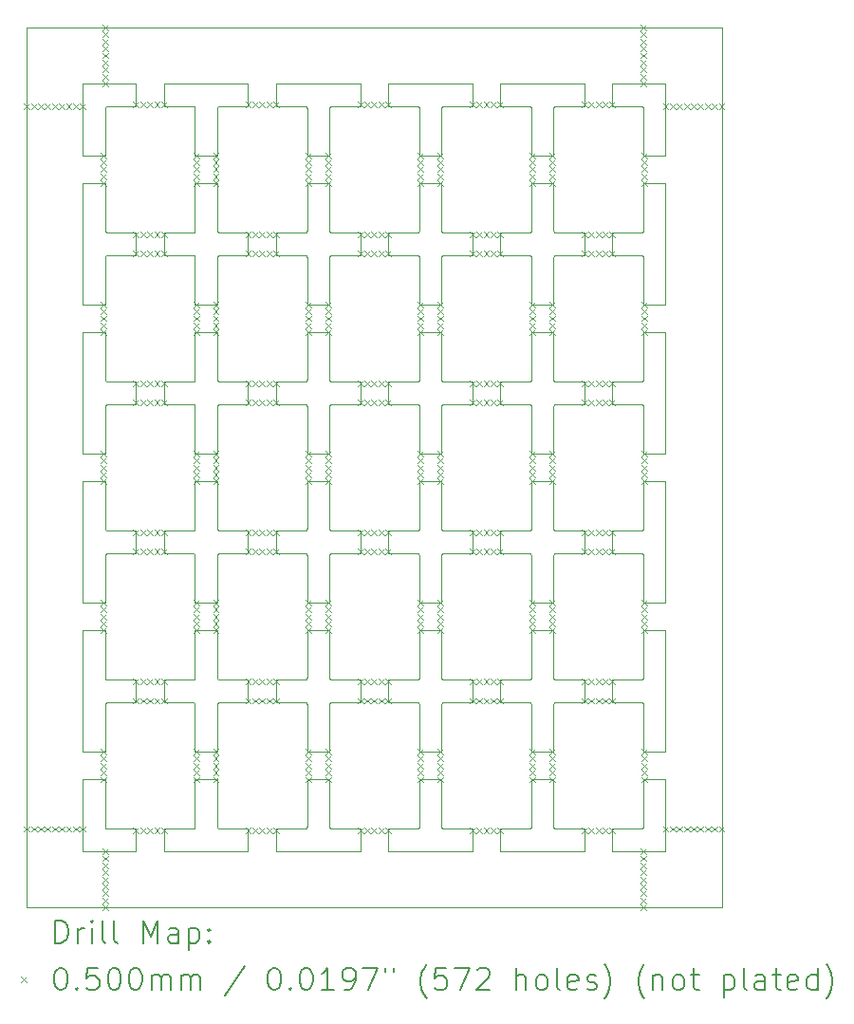
<source format=gbr>
%TF.GenerationSoftware,KiCad,Pcbnew,7.0.5-1.fc38*%
%TF.CreationDate,2023-07-07T14:29:29-04:00*%
%TF.ProjectId,bno085-i2c-board-v3-square-panel,626e6f30-3835-42d6-9932-632d626f6172,rev?*%
%TF.SameCoordinates,Original*%
%TF.FileFunction,Drillmap*%
%TF.FilePolarity,Positive*%
%FSLAX45Y45*%
G04 Gerber Fmt 4.5, Leading zero omitted, Abs format (unit mm)*
G04 Created by KiCad (PCBNEW 7.0.5-1.fc38) date 2023-07-07 14:29:29*
%MOMM*%
%LPD*%
G01*
G04 APERTURE LIST*
%ADD10C,0.100000*%
%ADD11C,0.200000*%
%ADD12C,0.050000*%
G04 APERTURE END LIST*
D10*
X13450000Y-5380000D02*
X13450000Y-5800000D01*
X15232023Y-3829897D02*
X15232023Y-3829897D01*
X12450000Y-6050000D02*
X12450000Y-6050000D01*
X13450103Y-2717977D02*
X13450000Y-2720000D01*
X17248379Y-5147887D02*
X17249083Y-5145987D01*
X13236946Y-5361245D02*
X13235013Y-5360638D01*
X13241425Y-7816415D02*
X13243027Y-7815175D01*
X16241425Y-9146415D02*
X16243027Y-9145175D01*
X14249769Y-2716971D02*
X14249083Y-2714013D01*
X15450917Y-5145987D02*
X15452044Y-5148808D01*
X15249769Y-2716971D02*
X15249083Y-2714013D01*
X15243027Y-9145175D02*
X15244496Y-9143779D01*
X15239706Y-9147487D02*
X15241425Y-9146415D01*
X16975000Y-5360000D02*
X16975000Y-5260000D01*
X17247487Y-6479706D02*
X17248379Y-6477887D01*
X14450000Y-6050000D02*
X14450000Y-6470000D01*
X13243027Y-9145175D02*
X13244496Y-9143779D01*
X15454825Y-6483027D02*
X15456972Y-6485175D01*
X14450000Y-8710000D02*
X14450000Y-9130000D01*
X17247956Y-8031192D02*
X17246415Y-8028575D01*
X15235987Y-9149083D02*
X15237887Y-9148379D01*
X14249361Y-7805013D02*
X14249769Y-7803028D01*
X13453585Y-5368575D02*
X13452044Y-5371192D01*
X16456221Y-6484496D02*
X16458575Y-6486415D01*
X17237887Y-9148379D02*
X17239706Y-9147487D01*
X15243027Y-5155175D02*
X15244496Y-5153779D01*
X16230000Y-5160000D02*
X16232023Y-5159897D01*
X17250000Y-3810000D02*
X17250000Y-3390000D01*
X15470000Y-5160000D02*
X15725000Y-5160000D01*
X13241425Y-4033585D02*
X13238808Y-4032044D01*
X12454825Y-7813027D02*
X12456221Y-7814496D01*
X16244496Y-4036221D02*
X16243027Y-4034825D01*
X15725000Y-3930000D02*
X15725000Y-4030000D01*
X16464013Y-6690917D02*
X16461192Y-6692044D01*
X14250000Y-6050000D02*
X14350000Y-6050000D01*
X14450409Y-2715974D02*
X14450103Y-2717977D01*
X12464013Y-8020917D02*
X12461192Y-8022044D01*
X12467977Y-5159897D02*
X12470000Y-5160000D01*
X16452044Y-7808808D02*
X16453585Y-7811425D01*
X13232023Y-4030103D02*
X13230000Y-4030000D01*
X12452513Y-4040294D02*
X12451245Y-4043054D01*
X14250000Y-5800000D02*
X14250000Y-5380000D01*
X14249590Y-3814026D02*
X14249897Y-3812023D01*
X15725000Y-5360000D02*
X15470000Y-5360000D01*
X16249590Y-5144026D02*
X16249897Y-5142023D01*
X16230000Y-9150000D02*
X16232023Y-9149897D01*
X13725000Y-5160000D02*
X13725000Y-5260000D01*
X14470000Y-9150000D02*
X14725000Y-9150000D01*
X14237887Y-9148379D02*
X14239706Y-9147487D01*
X14470000Y-5360000D02*
X14470000Y-5360000D01*
X15464013Y-8020917D02*
X15461192Y-8022044D01*
X13460294Y-6487487D02*
X13463054Y-6488755D01*
X14237887Y-6691621D02*
X14235013Y-6690638D01*
X16470000Y-4030000D02*
X16466971Y-4030231D01*
X12470000Y-3830000D02*
X12725000Y-3830000D01*
X12975000Y-9150000D02*
X13230000Y-9150000D01*
X13470000Y-2700000D02*
X13466971Y-2700231D01*
X13454825Y-2706973D02*
X13453027Y-2709421D01*
X12450638Y-6704987D02*
X12450231Y-6706971D01*
X17250000Y-3390000D02*
X17450000Y-3390000D01*
X16455504Y-6696221D02*
X16454184Y-6697758D01*
X14350000Y-3140000D02*
X14250000Y-3140000D01*
X16350000Y-4720000D02*
X16450000Y-4720000D01*
X14463054Y-5158755D02*
X14464987Y-5159362D01*
X12450000Y-4470000D02*
X12250000Y-4470000D01*
X12455504Y-5366221D02*
X12454184Y-5367758D01*
X14243779Y-8025504D02*
X14242242Y-8024184D01*
X14230000Y-3830000D02*
X14232023Y-3829897D01*
X15462113Y-7818379D02*
X15464987Y-7819361D01*
X15460294Y-7817487D02*
X15462113Y-7818379D01*
X14248755Y-3816946D02*
X14249590Y-3814026D01*
X15451245Y-2713054D02*
X15450638Y-2714987D01*
X14453585Y-5368575D02*
X14452044Y-5371192D01*
X15234026Y-3829590D02*
X15235987Y-3829083D01*
X13230000Y-6490000D02*
X13232023Y-6489897D01*
X16458575Y-6693585D02*
X16456972Y-6694825D01*
X14464987Y-9149362D02*
X14466971Y-9149769D01*
X14243779Y-6695504D02*
X14242242Y-6694184D01*
X14456221Y-4035504D02*
X14454825Y-4036972D01*
X14450231Y-6473028D02*
X14450917Y-6475987D01*
X14452044Y-5148808D02*
X14453585Y-5151425D01*
X16238808Y-2702044D02*
X16236946Y-2701245D01*
X16452513Y-4040294D02*
X16451621Y-4042113D01*
X16237887Y-6488379D02*
X16239706Y-6487487D01*
X13249769Y-6706971D02*
X13249083Y-6704013D01*
X15350000Y-8460000D02*
X15250000Y-8460000D01*
X14244496Y-2706221D02*
X14243027Y-2704825D01*
X13725000Y-9150000D02*
X13725000Y-9350000D01*
X14454825Y-2706973D02*
X14453585Y-2708575D01*
X16230000Y-2700000D02*
X15975000Y-2700000D01*
X13250000Y-4050000D02*
X13249769Y-4046971D01*
X15456972Y-8024825D02*
X15455504Y-8026221D01*
X15452044Y-6478808D02*
X15453585Y-6481425D01*
X15350000Y-4470000D02*
X15250000Y-4470000D01*
X13464987Y-3829361D02*
X13467977Y-3829897D01*
X17243779Y-6484496D02*
X17245175Y-6483027D01*
X16452513Y-6700294D02*
X16451621Y-6702113D01*
X12725000Y-7820000D02*
X12725000Y-7920000D01*
X13452044Y-6701192D02*
X13451245Y-6703054D01*
X15237887Y-6691621D02*
X15235013Y-6690638D01*
X15239706Y-5157487D02*
X15241425Y-5156415D01*
X17230000Y-7820000D02*
X17232023Y-7819897D01*
X15464013Y-4030917D02*
X15461192Y-4032044D01*
X16245175Y-5153027D02*
X16246415Y-5151425D01*
X15975000Y-6490000D02*
X16230000Y-6490000D01*
X13232023Y-6489897D02*
X13234026Y-6489590D01*
X15725000Y-6590000D02*
X15725000Y-6690000D01*
X14454825Y-7813027D02*
X14456221Y-7814496D01*
X13232023Y-5360103D02*
X13230000Y-5360000D01*
X15458575Y-8023585D02*
X15456972Y-8024825D01*
X16463054Y-3828755D02*
X16464987Y-3829361D01*
X15456221Y-9144496D02*
X15457758Y-9145816D01*
X12450000Y-3810000D02*
X12450231Y-3813028D01*
X16249083Y-4044013D02*
X16247956Y-4041192D01*
X13239706Y-6487487D02*
X13241425Y-6486415D01*
X16975000Y-6690000D02*
X16975000Y-6590000D01*
X15246415Y-8028575D02*
X15245175Y-8026972D01*
X13235987Y-9149083D02*
X13237887Y-9148379D01*
X17246415Y-6481425D02*
X17247487Y-6479706D01*
X12450231Y-5143029D02*
X12450917Y-5145987D01*
X15239706Y-3827487D02*
X15241425Y-3826415D01*
X15454825Y-9143027D02*
X15456221Y-9144496D01*
X16470000Y-2700000D02*
X16466971Y-2700231D01*
X16464013Y-8020917D02*
X16461192Y-8022044D01*
X17249897Y-5142023D02*
X17250000Y-5140000D01*
X16244496Y-7813779D02*
X16246415Y-7811425D01*
X12467977Y-3829897D02*
X12470000Y-3830000D01*
X13233028Y-6690231D02*
X13230000Y-6690000D01*
X14233028Y-8020231D02*
X14230000Y-8020000D01*
X13450000Y-7800000D02*
X13450231Y-7803028D01*
X13470000Y-3830000D02*
X13725000Y-3830000D01*
X13466971Y-7819769D02*
X13470000Y-7820000D01*
X14250000Y-4470000D02*
X14250000Y-4050000D01*
X16450000Y-6470000D02*
X16450231Y-6473028D01*
X13466971Y-8020231D02*
X13464013Y-8020917D01*
X16233028Y-8020231D02*
X16230000Y-8020000D01*
X12464013Y-2700917D02*
X12464013Y-2700917D01*
X14249083Y-4044013D02*
X14247956Y-4041192D01*
X16243779Y-5365504D02*
X16241425Y-5363585D01*
X15466971Y-6690231D02*
X15464013Y-6690917D01*
X16243779Y-5154496D02*
X16245175Y-5153027D01*
X13244496Y-4036221D02*
X13243027Y-4034825D01*
X16470000Y-5360000D02*
X16466971Y-5360231D01*
X13450917Y-5145987D02*
X13452044Y-5148808D01*
X16450000Y-3810000D02*
X16450231Y-3813028D01*
X15464987Y-6489361D02*
X15467977Y-6489897D01*
X14234026Y-9149591D02*
X14235987Y-9149083D01*
X15464987Y-9149362D02*
X15466971Y-9149769D01*
X14450917Y-5145987D02*
X14452044Y-5148808D01*
X12250000Y-6050000D02*
X12450000Y-6050000D01*
X15250000Y-8460000D02*
X15250000Y-8040000D01*
X14245815Y-9142242D02*
X14246973Y-9140579D01*
X16453585Y-3821425D02*
X16455504Y-3823779D01*
X15453585Y-5151425D02*
X15454825Y-5153027D01*
X14454825Y-6696972D02*
X14453585Y-6698575D01*
X15249769Y-6706971D02*
X15249769Y-6706971D01*
X13450000Y-3810000D02*
X13450231Y-3813028D01*
X13239706Y-5362513D02*
X13236946Y-5361245D01*
X13249083Y-4044013D02*
X13247956Y-4041192D01*
X13249083Y-5374013D02*
X13247956Y-5371192D01*
X13250000Y-3810000D02*
X13250000Y-3390000D01*
X14232023Y-6489897D02*
X14232023Y-6489897D01*
X15725000Y-2700000D02*
X15725000Y-2700000D01*
X16233028Y-6690231D02*
X16230000Y-6690000D01*
X15450103Y-8037977D02*
X15450000Y-8040000D01*
X16246415Y-6698575D02*
X16245175Y-6696972D01*
X15458575Y-6693585D02*
X15456972Y-6694825D01*
X13467977Y-3829897D02*
X13470000Y-3830000D01*
X13245815Y-7812242D02*
X13246973Y-7810579D01*
X14450917Y-6704013D02*
X14450409Y-6705974D01*
X16247956Y-8031192D02*
X16246415Y-8028575D01*
X15460294Y-6487487D02*
X15462113Y-6488379D01*
X15350000Y-4720000D02*
X15450000Y-4720000D01*
X14975000Y-3830000D02*
X15230000Y-3830000D01*
X12452513Y-8030294D02*
X12451245Y-8033054D01*
X15230000Y-6690000D02*
X14975000Y-6690000D01*
X12453585Y-7811425D02*
X12454825Y-7813027D01*
X14244496Y-9143779D02*
X14245815Y-9142242D01*
X13470000Y-5160000D02*
X13725000Y-5160000D01*
X14456972Y-6485175D02*
X14458575Y-6486415D01*
X15237887Y-5361621D02*
X15235013Y-5360638D01*
X13451245Y-2713054D02*
X13450638Y-2714987D01*
X14450000Y-8460000D02*
X14350000Y-8460000D01*
X15461192Y-4032044D02*
X15458575Y-4033585D01*
X15725000Y-6690000D02*
X15470000Y-6690000D01*
X14725000Y-9350000D02*
X13975000Y-9350000D01*
X12975000Y-4030000D02*
X12975000Y-3930000D01*
X16975000Y-8020000D02*
X16975000Y-7920000D01*
X13246415Y-6698575D02*
X13245175Y-6696972D01*
X17235987Y-3829083D02*
X17237887Y-3828379D01*
X12455504Y-8026221D02*
X12453585Y-8028575D01*
X13246415Y-8028575D02*
X13245175Y-8026972D01*
X12463054Y-6488755D02*
X12464987Y-6489361D01*
X14241425Y-2703585D02*
X14238808Y-2702044D01*
X15246415Y-9141425D02*
X15247487Y-9139706D01*
X16232023Y-9149897D02*
X16234026Y-9149591D01*
X16249083Y-8034013D02*
X16247956Y-8031192D01*
X16455504Y-8026221D02*
X16454184Y-8027758D01*
X15466971Y-5360231D02*
X15464013Y-5360917D01*
X13450000Y-7380000D02*
X13450000Y-7800000D01*
X14247956Y-5371192D02*
X14246415Y-5368575D01*
X17235987Y-6489083D02*
X17237887Y-6488379D01*
X16250000Y-7380000D02*
X16350000Y-7380000D01*
X14250000Y-5140000D02*
X14250000Y-4720000D01*
X13470000Y-6490000D02*
X13725000Y-6490000D01*
X12725000Y-9350000D02*
X12250000Y-9350000D01*
X12451621Y-5372113D02*
X12450638Y-5374987D01*
X17243779Y-5365504D02*
X17241425Y-5363585D01*
X14243027Y-9145175D02*
X14244496Y-9143779D01*
X14249769Y-6706971D02*
X14249083Y-6704013D01*
X13725000Y-6690000D02*
X13470000Y-6690000D01*
X13246415Y-5151425D02*
X13247487Y-5149706D01*
X17249083Y-6475987D02*
X17249591Y-6474026D01*
X15235013Y-4030638D02*
X15233028Y-4030231D01*
X12464013Y-2700917D02*
X12461192Y-2702044D01*
X14237887Y-3828379D02*
X14239706Y-3827487D01*
X13243779Y-6695504D02*
X13242242Y-6694184D01*
X15461192Y-8022044D02*
X15458575Y-8023585D01*
X16452513Y-5370294D02*
X16451621Y-5372113D01*
X14232023Y-5360103D02*
X14230000Y-5360000D01*
X14450917Y-6475987D02*
X14452044Y-6478808D01*
X14975000Y-8020000D02*
X14975000Y-7920000D01*
X12467977Y-6489897D02*
X12470000Y-6490000D01*
X16450917Y-6475987D02*
X16452044Y-6478808D01*
X15250000Y-3390000D02*
X15350000Y-3390000D01*
X17243779Y-3824496D02*
X17245175Y-3823027D01*
X16249590Y-9134026D02*
X16249897Y-9132023D01*
X15238808Y-2702044D02*
X15236946Y-2701245D01*
X14350000Y-6050000D02*
X14450000Y-6050000D01*
X15249590Y-9134026D02*
X15249897Y-9132023D01*
X16456221Y-9144496D02*
X16457758Y-9145816D01*
X12456221Y-9144496D02*
X12457758Y-9145816D01*
X14250000Y-4050000D02*
X14249769Y-4046971D01*
X16461192Y-6692044D02*
X16458575Y-6693585D01*
X14450409Y-6705974D02*
X14450103Y-6707977D01*
X15237887Y-7818379D02*
X15239706Y-7817487D01*
X13250000Y-4470000D02*
X13250000Y-4050000D01*
X14725000Y-7820000D02*
X14725000Y-7920000D01*
X15247956Y-6701192D02*
X15246415Y-6698575D01*
X13350000Y-8710000D02*
X13450000Y-8710000D01*
X12456972Y-6694825D02*
X12455504Y-6696221D01*
X15249083Y-6704013D02*
X15247956Y-6701192D01*
X15249083Y-8034013D02*
X15247956Y-8031192D01*
X13458575Y-6693585D02*
X13456221Y-6695504D01*
X15241425Y-7816415D02*
X15243027Y-7815175D01*
X12452044Y-3818808D02*
X12453585Y-3821425D01*
X15230000Y-5160000D02*
X15232023Y-5159897D01*
X14461192Y-3827956D02*
X14463054Y-3828755D01*
X14236946Y-6488755D02*
X14238808Y-6487956D01*
X15975000Y-5160000D02*
X16230000Y-5160000D01*
X13248755Y-3816946D02*
X13249361Y-3815013D01*
X13236946Y-2701245D02*
X13235013Y-2700638D01*
X13725000Y-8020000D02*
X13470000Y-8020000D01*
X13247487Y-6479706D02*
X13248379Y-6477887D01*
X16450638Y-5374987D02*
X16450231Y-5376971D01*
X14350000Y-4470000D02*
X14250000Y-4470000D01*
X15452513Y-8030294D02*
X15451245Y-8033054D01*
X14241425Y-9146415D02*
X14243027Y-9145175D01*
X13450103Y-4047977D02*
X13450000Y-4050000D01*
X17247487Y-3819706D02*
X17248379Y-3817887D01*
X14450000Y-3810000D02*
X14450231Y-3813028D01*
X12470000Y-7820000D02*
X12725000Y-7820000D01*
X13453585Y-7811425D02*
X13454825Y-7813027D01*
X14464013Y-5360917D02*
X14461192Y-5362044D01*
X16249083Y-3815987D02*
X16249590Y-3814026D01*
X15241425Y-4033585D02*
X15238808Y-4032044D01*
X13451245Y-4043054D02*
X13450638Y-4044987D01*
X12466971Y-5360231D02*
X12464013Y-5360917D01*
X16250000Y-8040000D02*
X16249769Y-8036971D01*
X13975000Y-5160000D02*
X14230000Y-5160000D01*
X13249590Y-5144026D02*
X13249897Y-5142023D01*
X15461192Y-3827956D02*
X15463054Y-3828755D01*
X17250000Y-8460000D02*
X17250000Y-8040000D01*
X12458575Y-5156415D02*
X12460294Y-5157487D01*
X13470000Y-4030000D02*
X13466971Y-4030231D01*
X12450000Y-5380000D02*
X12450000Y-5800000D01*
X14235013Y-6690638D02*
X14233028Y-6690231D01*
X13450917Y-7805987D02*
X13452044Y-7808808D01*
X15466971Y-2700231D02*
X15464013Y-2700917D01*
X17241425Y-6486415D02*
X17243779Y-6484496D01*
X16234026Y-3829590D02*
X16235987Y-3829083D01*
X16464987Y-7819361D02*
X16466971Y-7819769D01*
X16725000Y-9150000D02*
X16725000Y-9350000D01*
X15233028Y-6690231D02*
X15230000Y-6690000D01*
X12250000Y-3390000D02*
X12450000Y-3390000D01*
X13725000Y-7920000D02*
X13725000Y-8020000D01*
X16467977Y-5159897D02*
X16470000Y-5160000D01*
X15232023Y-6489897D02*
X15234026Y-6489590D01*
X16235987Y-3829083D02*
X16237887Y-3828379D01*
X16450917Y-3815987D02*
X16452044Y-3818808D01*
X17248379Y-6477887D02*
X17249083Y-6475987D01*
X13451245Y-8033054D02*
X13450638Y-8034987D01*
X16457758Y-7815815D02*
X16460294Y-7817487D01*
X17243027Y-4034825D02*
X17241425Y-4033585D01*
X12452044Y-9138808D02*
X12453585Y-9141425D01*
X12975000Y-6490000D02*
X13230000Y-6490000D01*
X12725000Y-2500000D02*
X12725000Y-2700000D01*
X14464013Y-8020917D02*
X14461192Y-8022044D01*
X14350000Y-3390000D02*
X14450000Y-3390000D01*
X13975000Y-3830000D02*
X14230000Y-3830000D01*
X14461192Y-2702044D02*
X14458575Y-2703585D01*
X12456972Y-5155175D02*
X12458575Y-5156415D01*
X14454825Y-9143027D02*
X14456221Y-9144496D01*
X15235987Y-3829083D02*
X15237887Y-3828379D01*
X12450638Y-8034987D02*
X12450231Y-8036971D01*
X14450000Y-7800000D02*
X14450231Y-7803028D01*
X12450000Y-7380000D02*
X12450000Y-7380000D01*
X14450000Y-5800000D02*
X14350000Y-5800000D01*
X15975000Y-3930000D02*
X15975000Y-3830000D01*
X16450231Y-5143029D02*
X16450917Y-5145987D01*
X15245175Y-6696972D02*
X15243779Y-6695504D01*
X13233028Y-8020231D02*
X13230000Y-8020000D01*
X13245175Y-5366973D02*
X13243027Y-5364825D01*
X14249769Y-8036971D02*
X14249083Y-8034013D01*
X14249083Y-8034013D02*
X14247956Y-8031192D01*
X13243779Y-5154496D02*
X13245175Y-5153027D01*
X16230000Y-4030000D02*
X15975000Y-4030000D01*
X17234026Y-6489590D02*
X17235987Y-6489083D01*
X14455504Y-6483779D02*
X14456972Y-6485175D01*
X14454825Y-4036972D02*
X14453585Y-4038575D01*
X14249083Y-5145987D02*
X14249590Y-5144026D01*
X14245815Y-3822242D02*
X14246973Y-3820579D01*
X13458575Y-5156415D02*
X13460294Y-5157487D01*
X14453585Y-6481425D02*
X14455504Y-6483779D01*
X17233029Y-4030231D02*
X17230000Y-4030000D01*
X12458575Y-6486415D02*
X12460294Y-6487487D01*
X13470000Y-8020000D02*
X13466971Y-8020231D01*
X14239706Y-3827487D02*
X14241425Y-3826415D01*
X15450000Y-7130000D02*
X15350000Y-7130000D01*
X16450000Y-8040000D02*
X16450000Y-8460000D01*
X13450917Y-6475987D02*
X13452044Y-6478808D01*
X12464987Y-7819361D02*
X12466971Y-7819769D01*
X13249083Y-6704013D02*
X13247956Y-6701192D01*
X12450231Y-5376971D02*
X12450000Y-5380000D01*
X16454184Y-2707758D02*
X16452513Y-2710294D01*
X15237887Y-9148379D02*
X15239706Y-9147487D01*
X15243027Y-4034825D02*
X15241425Y-4033585D01*
X16234026Y-5159591D02*
X16235987Y-5159083D01*
X17237887Y-7818379D02*
X17239706Y-7817487D01*
X15452513Y-2710294D02*
X15451245Y-2713054D01*
X12452044Y-7808808D02*
X12453585Y-7811425D01*
X17249769Y-5376971D02*
X17249083Y-5374013D01*
X13239706Y-3827487D02*
X13241425Y-3826415D01*
X12466971Y-2700231D02*
X12464013Y-2700917D01*
X13234026Y-6489590D02*
X13235987Y-6489083D01*
X15452044Y-5148808D02*
X15453585Y-5151425D01*
X13230000Y-6690000D02*
X12975000Y-6690000D01*
X16460294Y-7817487D02*
X16462113Y-7818379D01*
X15457758Y-9145816D02*
X15460294Y-9147487D01*
X16350000Y-6050000D02*
X16450000Y-6050000D01*
X17950000Y-9850000D02*
X17950000Y-2000000D01*
X14250000Y-8460000D02*
X14250000Y-8040000D01*
X17245175Y-8026972D02*
X17243779Y-8025504D01*
X16470000Y-7820000D02*
X16725000Y-7820000D01*
X14450231Y-3813028D02*
X14450917Y-3815987D01*
X15232023Y-3829897D02*
X15234026Y-3829590D01*
X15453585Y-6481425D02*
X15454825Y-6483027D01*
X13461192Y-2702044D02*
X13458575Y-2703585D01*
X16975000Y-2500000D02*
X17450000Y-2500000D01*
X13453027Y-4039421D02*
X13452044Y-4041192D01*
X16236946Y-2701245D02*
X16235013Y-2700638D01*
X13242242Y-8024184D02*
X13239706Y-8022513D01*
X16725000Y-7820000D02*
X16725000Y-7920000D01*
X15237887Y-5158379D02*
X15239706Y-5157487D01*
X16235987Y-9149083D02*
X16237887Y-9148379D01*
X13249083Y-5145987D02*
X13249590Y-5144026D01*
X13975000Y-4030000D02*
X13975000Y-3930000D01*
X16450000Y-2720000D02*
X16450000Y-3140000D01*
X16235987Y-5159083D02*
X16237887Y-5158379D01*
X13453585Y-5151425D02*
X13454825Y-5153027D01*
X15235987Y-5159083D02*
X15237887Y-5158379D01*
X15246415Y-2708575D02*
X15245175Y-2706973D01*
X13975000Y-6690000D02*
X13975000Y-6590000D01*
X16452044Y-5148808D02*
X16453585Y-5151425D01*
X15453585Y-8028575D02*
X15452513Y-8030294D01*
X15250000Y-8040000D02*
X15249769Y-8036971D01*
X15230000Y-9150000D02*
X15232023Y-9149897D01*
X16725000Y-6490000D02*
X16725000Y-6590000D01*
X16450000Y-4050000D02*
X16450000Y-4470000D01*
X15243027Y-6485175D02*
X15244496Y-6483779D01*
X17232023Y-5159897D02*
X17234026Y-5159591D01*
X15456972Y-6485175D02*
X15458575Y-6486415D01*
X14725000Y-5260000D02*
X14725000Y-5360000D01*
X13249769Y-8036971D02*
X13249083Y-8034013D01*
X13247487Y-5149706D02*
X13248379Y-5147887D01*
X14250000Y-9130000D02*
X14250000Y-8710000D01*
X13450000Y-2720000D02*
X13450000Y-3140000D01*
X16350000Y-7380000D02*
X16450000Y-7380000D01*
X14460294Y-5157487D02*
X14463054Y-5158755D01*
X15453585Y-7811425D02*
X15454825Y-7813027D01*
X13466971Y-4030231D02*
X13464013Y-4030917D01*
X14725000Y-6490000D02*
X14725000Y-6590000D01*
X12725000Y-3930000D02*
X12725000Y-4030000D01*
X15249897Y-5142023D02*
X15250000Y-5140000D01*
X16235013Y-4030638D02*
X16233028Y-4030231D01*
X14470000Y-3830000D02*
X14725000Y-3830000D01*
X16451621Y-2712113D02*
X16450638Y-2714987D01*
X16230000Y-5360000D02*
X15975000Y-5360000D01*
X15725000Y-3830000D02*
X15725000Y-3930000D01*
X13450000Y-8710000D02*
X13450000Y-9130000D01*
X12458575Y-5363585D02*
X12456972Y-5364825D01*
X16247487Y-5149706D02*
X16248379Y-5147887D01*
X13450000Y-8040000D02*
X13450000Y-8460000D01*
X14450000Y-9130000D02*
X14450231Y-9133029D01*
X14232023Y-3829897D02*
X14234026Y-3829590D01*
X13450000Y-5800000D02*
X13350000Y-5800000D01*
X15464987Y-3829361D02*
X15466971Y-3829769D01*
X17232023Y-7819897D02*
X17234026Y-7819590D01*
X14243027Y-2704825D02*
X14241425Y-2703585D01*
X15450000Y-7800000D02*
X15450231Y-7803028D01*
X12975000Y-3930000D02*
X12975000Y-3830000D01*
X13457758Y-9145816D02*
X13460294Y-9147487D01*
X13456972Y-5364825D02*
X13454825Y-5366973D01*
X16241425Y-6486415D02*
X16243779Y-6484496D01*
X16240579Y-3826973D02*
X16242242Y-3825815D01*
X16975000Y-2700000D02*
X16975000Y-2500000D01*
X17246415Y-7811425D02*
X17247487Y-7809706D01*
X13249590Y-9134026D02*
X13249897Y-9132023D01*
X15450000Y-4720000D02*
X15450000Y-5140000D01*
X17239706Y-5362513D02*
X17236946Y-5361245D01*
X15470000Y-6490000D02*
X15725000Y-6490000D01*
X17246415Y-5151425D02*
X17247487Y-5149706D01*
X14246415Y-5151425D02*
X14247487Y-5149706D01*
X14242242Y-8024184D02*
X14239706Y-8022513D01*
X13453585Y-6698575D02*
X13452044Y-6701192D01*
X12470000Y-6690000D02*
X12466971Y-6690231D01*
X13249897Y-6472023D02*
X13250000Y-6470000D01*
X15725000Y-2700000D02*
X15470000Y-2700000D01*
X14233028Y-6690231D02*
X14230000Y-6690000D01*
X13244496Y-3823779D02*
X13245815Y-3822242D01*
X13237887Y-5158379D02*
X13239706Y-5157487D01*
X17230000Y-6690000D02*
X16975000Y-6690000D01*
X14247956Y-2711192D02*
X14246415Y-2708575D01*
X15244496Y-3823779D02*
X15245815Y-3822242D01*
X16239706Y-8022513D02*
X16237887Y-8021621D01*
X12460294Y-9147487D02*
X12462113Y-9148379D01*
X17250000Y-5380000D02*
X17249769Y-5376971D01*
X14458575Y-4033585D02*
X14456221Y-4035504D01*
X16450638Y-6704987D02*
X16450231Y-6706971D01*
X14239706Y-7817487D02*
X14241425Y-7816415D01*
X14450000Y-3390000D02*
X14450000Y-3810000D01*
X16457758Y-9145816D02*
X16460294Y-9147487D01*
X15451245Y-6703054D02*
X15450638Y-6704987D01*
X15249769Y-4046971D02*
X15249083Y-4044013D01*
X16350000Y-3390000D02*
X16450000Y-3390000D01*
X15350000Y-7380000D02*
X15450000Y-7380000D01*
X17230000Y-8020000D02*
X16975000Y-8020000D01*
X17244496Y-7813779D02*
X17246415Y-7811425D01*
X15455504Y-6696221D02*
X15453585Y-6698575D01*
X15230000Y-8020000D02*
X14975000Y-8020000D01*
X16470000Y-8020000D02*
X16466971Y-8020231D01*
X17243027Y-2704825D02*
X17241425Y-2703585D01*
X15975000Y-7820000D02*
X16230000Y-7820000D01*
X13461192Y-5362044D02*
X13458575Y-5363585D01*
X14247956Y-6701192D02*
X14246415Y-6698575D01*
X14450000Y-5140000D02*
X14450231Y-5143029D01*
X15456972Y-6694825D02*
X15455504Y-6696221D01*
X15244496Y-7813779D02*
X15246415Y-7811425D01*
X16249769Y-2716971D02*
X16249083Y-2714013D01*
X14451245Y-4043054D02*
X14450409Y-4045974D01*
X15454825Y-4036972D02*
X15453585Y-4038575D01*
X13245175Y-6483027D02*
X13246415Y-6481425D01*
X12975000Y-6590000D02*
X12975000Y-6490000D01*
X14236946Y-5361245D02*
X14235013Y-5360638D01*
X12450000Y-3390000D02*
X12450000Y-3810000D01*
X13451245Y-6703054D02*
X13450638Y-6704987D01*
X15725000Y-7920000D02*
X15725000Y-8020000D01*
X14232023Y-9149897D02*
X14234026Y-9149591D01*
X14725000Y-9150000D02*
X14725000Y-9350000D01*
X13230000Y-9150000D02*
X13232023Y-9149897D01*
X15241425Y-9146415D02*
X15243027Y-9145175D01*
X14456972Y-5364825D02*
X14454825Y-5366973D01*
X14454825Y-5366973D02*
X14453585Y-5368575D01*
X14456221Y-7814496D02*
X14457758Y-7815815D01*
X15249769Y-8036971D02*
X15249769Y-8036971D01*
X14462113Y-9148379D02*
X14464987Y-9149362D01*
X14975000Y-5360000D02*
X14975000Y-5260000D01*
X13239706Y-5157487D02*
X13241425Y-5156415D01*
X14241425Y-5363585D02*
X14239706Y-5362513D01*
X16458575Y-5156415D02*
X16460294Y-5157487D01*
X13232023Y-9149897D02*
X13234026Y-9149591D01*
X13230000Y-2700000D02*
X12975000Y-2700000D01*
X13452044Y-8031192D02*
X13451245Y-8033054D01*
X13237887Y-8021621D02*
X13235013Y-8020638D01*
X13243779Y-6484496D02*
X13245175Y-6483027D01*
X17450000Y-9350000D02*
X16975000Y-9350000D01*
X16249769Y-5376971D02*
X16249083Y-5374013D01*
X16975000Y-5260000D02*
X16975000Y-5160000D01*
X13450231Y-5376971D02*
X13450000Y-5380000D01*
X17450000Y-3390000D02*
X17450000Y-4470000D01*
X12453585Y-8028575D02*
X12452513Y-8030294D01*
X17230000Y-2700000D02*
X16975000Y-2700000D01*
X16241425Y-5363585D02*
X16239706Y-5362513D01*
X15250000Y-4470000D02*
X15250000Y-4050000D01*
X15249590Y-6474026D02*
X15249897Y-6472023D01*
X15235013Y-8020638D02*
X15233028Y-8020231D01*
X13725000Y-6490000D02*
X13725000Y-6590000D01*
X13725000Y-2700000D02*
X13470000Y-2700000D01*
X13460294Y-7817487D02*
X13462113Y-7818379D01*
X13975000Y-7820000D02*
X14230000Y-7820000D01*
X15250000Y-4720000D02*
X15350000Y-4720000D01*
X16236946Y-4031245D02*
X16235013Y-4030638D01*
X14244496Y-7813779D02*
X14245815Y-7812242D01*
X17249769Y-4046971D02*
X17249083Y-4044013D01*
X17237887Y-8021621D02*
X17235013Y-8020638D01*
X13250000Y-8040000D02*
X13249769Y-8036971D01*
X13230000Y-8020000D02*
X12975000Y-8020000D01*
X13235987Y-7819083D02*
X13237887Y-7818379D01*
X16454184Y-8027758D02*
X16452513Y-8030294D01*
X12458575Y-4033585D02*
X12456972Y-4034825D01*
X16250000Y-6050000D02*
X16350000Y-6050000D01*
X16230000Y-7820000D02*
X16230000Y-7820000D01*
X15975000Y-2500000D02*
X16725000Y-2500000D01*
X13450000Y-6050000D02*
X13450000Y-6470000D01*
X14249897Y-3812023D02*
X14250000Y-3810000D01*
X16460294Y-5157487D02*
X16463054Y-5158755D01*
X13466971Y-9149769D02*
X13470000Y-9150000D01*
X12456221Y-7814496D02*
X12457758Y-7815815D01*
X14451245Y-2713054D02*
X14450409Y-2715974D01*
X13249083Y-8034013D02*
X13247956Y-8031192D01*
X12458575Y-6693585D02*
X12456972Y-6694825D01*
X16453585Y-6481425D02*
X16454825Y-6483027D01*
X17234026Y-7819590D02*
X17235987Y-7819083D01*
X16232023Y-5360103D02*
X16230000Y-5360000D01*
X13975000Y-8020000D02*
X13975000Y-7920000D01*
X14975000Y-5160000D02*
X15230000Y-5160000D01*
X14237887Y-7818379D02*
X14239706Y-7817487D01*
X13454825Y-8026972D02*
X13453585Y-8028575D01*
X15230000Y-5360000D02*
X14975000Y-5360000D01*
X12462113Y-7818379D02*
X12464987Y-7819361D01*
X14250000Y-4470000D02*
X14250000Y-4470000D01*
X16462113Y-7818379D02*
X16464987Y-7819361D01*
X15458575Y-5363585D02*
X15456972Y-5364825D01*
X12975000Y-3830000D02*
X13230000Y-3830000D01*
X14250000Y-2720000D02*
X14249769Y-2716971D01*
X15249590Y-7804026D02*
X15249897Y-7802023D01*
X14236946Y-5158755D02*
X14238808Y-5157956D01*
X12455504Y-2706221D02*
X12454184Y-2707758D01*
X13457758Y-7815815D02*
X13460294Y-7817487D01*
X13450000Y-4470000D02*
X13350000Y-4470000D01*
X15246973Y-3820579D02*
X15247956Y-3818808D01*
X12460294Y-5157487D02*
X12463054Y-5158755D01*
X13461192Y-3827956D02*
X13463054Y-3828755D01*
X12725000Y-6490000D02*
X12725000Y-6590000D01*
X13462113Y-7818379D02*
X13464987Y-7819361D01*
X13247956Y-3818808D02*
X13248755Y-3816946D01*
X16350000Y-5800000D02*
X16250000Y-5800000D01*
X16246415Y-7811425D02*
X16247487Y-7809706D01*
X16249083Y-4044013D02*
X16249083Y-4044013D01*
X12250000Y-4470000D02*
X12250000Y-3390000D01*
X14232023Y-2700103D02*
X14230000Y-2700000D01*
X14250000Y-7130000D02*
X14250000Y-6710000D01*
X13235013Y-2700638D02*
X13232023Y-2700103D01*
X14466971Y-7819769D02*
X14470000Y-7820000D01*
X13725000Y-2700000D02*
X13725000Y-2700000D01*
X15249083Y-2714013D02*
X15247956Y-2711192D01*
X16455504Y-4036221D02*
X16454184Y-4037758D01*
X13975000Y-5360000D02*
X13975000Y-5260000D01*
X15244496Y-5153779D02*
X15246415Y-5151425D01*
X15450638Y-5374987D02*
X15450103Y-5377977D01*
X15975000Y-7920000D02*
X15975000Y-7820000D01*
X17239706Y-8022513D02*
X17237887Y-8021621D01*
X14450000Y-6710000D02*
X14450000Y-7130000D01*
X13450000Y-6470000D02*
X13450231Y-6473028D01*
X16236946Y-5361245D02*
X16235013Y-5360638D01*
X12456972Y-2704825D02*
X12455504Y-2706221D01*
X14466971Y-6690231D02*
X14464013Y-6690917D01*
X15250000Y-3140000D02*
X15250000Y-2720000D01*
X16458575Y-2703585D02*
X16456972Y-2704825D01*
X14246415Y-6481425D02*
X14247487Y-6479706D01*
X13450231Y-6473028D02*
X13450917Y-6475987D01*
X16452513Y-8030294D02*
X16451621Y-8032113D01*
X17243027Y-9145175D02*
X17244496Y-9143779D01*
X13250000Y-4720000D02*
X13350000Y-4720000D01*
X14235013Y-4030638D02*
X14232023Y-4030103D01*
X16470000Y-3830000D02*
X16725000Y-3830000D01*
X15244496Y-6483779D02*
X15246415Y-6481425D01*
X15232023Y-5159897D02*
X15234026Y-5159591D01*
X13456972Y-5155175D02*
X13458575Y-5156415D01*
X17250000Y-8710000D02*
X17450000Y-8710000D01*
X14464013Y-2700917D02*
X14461192Y-2702044D01*
X12461192Y-3827956D02*
X12463054Y-3828755D01*
X14246415Y-5368575D02*
X14244496Y-5366221D01*
X15451245Y-4043054D02*
X15450638Y-4044987D01*
X14249083Y-6475987D02*
X14249590Y-6474026D01*
X17239706Y-9147487D02*
X17241425Y-9146415D01*
X14246415Y-6698575D02*
X14245175Y-6696972D01*
X14725000Y-5360000D02*
X14470000Y-5360000D01*
X17245175Y-5153027D02*
X17246415Y-5151425D01*
X12466971Y-8020231D02*
X12464013Y-8020917D01*
X16250000Y-3810000D02*
X16250000Y-3390000D01*
X14975000Y-4030000D02*
X14975000Y-3930000D01*
X12452044Y-5148808D02*
X12453585Y-5151425D01*
X17450000Y-7380000D02*
X17450000Y-8460000D01*
X14462113Y-7818379D02*
X14464987Y-7819361D01*
X13725000Y-4030000D02*
X13470000Y-4030000D01*
X12725000Y-9150000D02*
X12725000Y-9350000D01*
X12470000Y-2700000D02*
X12466971Y-2700231D01*
X15243027Y-5364825D02*
X15241425Y-5363585D01*
X17249591Y-7804026D02*
X17249897Y-7802023D01*
X13463054Y-5158755D02*
X13464987Y-5159362D01*
X16460294Y-9147487D02*
X16462113Y-9148379D01*
X16250000Y-3140000D02*
X16250000Y-2720000D01*
X13452044Y-5148808D02*
X13453585Y-5151425D01*
X16249590Y-7804026D02*
X16249897Y-7802023D01*
X13452044Y-2711192D02*
X13451245Y-2713054D01*
X17245175Y-3823027D02*
X17246415Y-3821425D01*
X15250000Y-2720000D02*
X15249769Y-2716971D01*
X13235987Y-6489083D02*
X13237887Y-6488379D01*
X16725000Y-4030000D02*
X16470000Y-4030000D01*
X14458575Y-3826415D02*
X14461192Y-3827956D01*
X16725000Y-3930000D02*
X16725000Y-4030000D01*
X16450000Y-4470000D02*
X16350000Y-4470000D01*
X16725000Y-7920000D02*
X16725000Y-8020000D01*
X14725000Y-2700000D02*
X14725000Y-2700000D01*
X12450103Y-2717977D02*
X12450000Y-2720000D01*
X16250000Y-3390000D02*
X16350000Y-3390000D01*
X16975000Y-5160000D02*
X17230000Y-5160000D01*
X13250000Y-7800000D02*
X13250000Y-7380000D01*
X17234026Y-9149591D02*
X17235987Y-9149083D01*
X12450000Y-6710000D02*
X12450000Y-7130000D01*
X14975000Y-7920000D02*
X14975000Y-7820000D01*
X14247956Y-8031192D02*
X14246415Y-8028575D01*
X16249083Y-9135987D02*
X16249590Y-9134026D01*
X17239706Y-6692513D02*
X17237887Y-6691621D01*
X14230000Y-5160000D02*
X14232023Y-5159897D01*
X12450000Y-5140000D02*
X12450231Y-5143029D01*
X12450231Y-6706971D02*
X12450000Y-6710000D01*
X15461192Y-6692044D02*
X15458575Y-6693585D01*
X12454184Y-5367758D02*
X12452513Y-5370294D01*
X16450000Y-7380000D02*
X16450000Y-7800000D01*
X15466971Y-4030231D02*
X15464013Y-4030917D01*
X16450000Y-6050000D02*
X16450000Y-6470000D01*
X15450231Y-9133029D02*
X15450917Y-9135987D01*
X12450231Y-7803028D02*
X12450917Y-7805987D01*
X12461192Y-5362044D02*
X12458575Y-5363585D01*
X13454825Y-5153027D02*
X13456972Y-5155175D01*
X15249590Y-3814026D02*
X15249897Y-3812023D01*
X17230000Y-5160000D02*
X17232023Y-5159897D01*
X13250000Y-5800000D02*
X13250000Y-5380000D01*
X16450231Y-2716971D02*
X16450000Y-2720000D01*
X12250000Y-2500000D02*
X12725000Y-2500000D01*
X17250000Y-9130000D02*
X17250000Y-8710000D01*
X15725000Y-8020000D02*
X15470000Y-8020000D01*
X15467977Y-6489897D02*
X15470000Y-6490000D01*
X17234026Y-5159591D02*
X17235987Y-5159083D01*
X15464013Y-6690917D02*
X15461192Y-6692044D01*
X13235987Y-5159083D02*
X13237887Y-5158379D01*
X16242242Y-8024184D02*
X16239706Y-8022513D01*
X16466971Y-5360231D02*
X16464013Y-5360917D01*
X14456221Y-8025504D02*
X14454825Y-8026972D01*
X14450000Y-5380000D02*
X14450000Y-5800000D01*
X13975000Y-7920000D02*
X13975000Y-7820000D01*
X13237887Y-6691621D02*
X13235013Y-6690638D01*
X15243027Y-3825175D02*
X15244496Y-3823779D01*
X15243027Y-7815175D02*
X15244496Y-7813779D01*
X16450231Y-8036971D02*
X16450000Y-8040000D01*
X12975000Y-2500000D02*
X13725000Y-2500000D01*
X15450000Y-3810000D02*
X15450231Y-3813028D01*
X12450000Y-6050000D02*
X12450000Y-6470000D01*
X16450231Y-6473028D02*
X16450917Y-6475987D01*
X16450231Y-3813028D02*
X16450917Y-3815987D01*
X14241425Y-7816415D02*
X14243027Y-7815175D01*
X16235013Y-8020638D02*
X16233028Y-8020231D01*
X16246415Y-4038575D02*
X16244496Y-4036221D01*
X12975000Y-6690000D02*
X12975000Y-6590000D01*
X12450000Y-8460000D02*
X12250000Y-8460000D01*
X14452044Y-5371192D02*
X14451245Y-5373054D01*
X17244496Y-9143779D02*
X17246415Y-9141425D01*
X12450000Y-5800000D02*
X12250000Y-5800000D01*
X16249897Y-9132023D02*
X16250000Y-9130000D01*
X17249591Y-6474026D02*
X17249897Y-6472023D01*
X13450638Y-4044987D02*
X13450103Y-4047977D01*
X16458575Y-3826415D02*
X16461192Y-3827956D01*
X16250000Y-5380000D02*
X16249769Y-5376971D01*
X15470000Y-6690000D02*
X15466971Y-6690231D01*
X14242242Y-5155816D02*
X14243779Y-5154496D01*
X14450917Y-7805987D02*
X14452044Y-7808808D01*
X15232023Y-7819897D02*
X15234026Y-7819590D01*
X16246415Y-5368575D02*
X16245175Y-5366973D01*
X16450231Y-7803028D02*
X16450917Y-7805987D01*
X14350000Y-4720000D02*
X14450000Y-4720000D01*
X13241425Y-3826415D02*
X13243027Y-3825175D01*
X16975000Y-4030000D02*
X16975000Y-3930000D01*
X17247487Y-5149706D02*
X17248379Y-5147887D01*
X15450000Y-6470000D02*
X15450231Y-6473028D01*
X14239706Y-6692513D02*
X14237887Y-6691621D01*
X14238808Y-2702044D02*
X14236946Y-2701245D01*
X17233029Y-2700231D02*
X17230000Y-2700000D01*
X16239706Y-5362513D02*
X16236946Y-5361245D01*
X14470000Y-2700000D02*
X14466971Y-2700231D01*
X15450000Y-5380000D02*
X15450000Y-5800000D01*
X16458575Y-4033585D02*
X16456972Y-4034825D01*
X13250000Y-3140000D02*
X13250000Y-2720000D01*
X16235987Y-7819083D02*
X16237887Y-7818379D01*
X13350000Y-4470000D02*
X13250000Y-4470000D01*
X14245175Y-6483027D02*
X14246415Y-6481425D01*
X14249897Y-5142023D02*
X14250000Y-5140000D01*
X14232023Y-4030103D02*
X14230000Y-4030000D01*
X14450000Y-4050000D02*
X14450000Y-4470000D01*
X13245175Y-6696972D02*
X13243779Y-6695504D01*
X15450638Y-2714987D02*
X15450103Y-2717977D01*
X13249769Y-3813028D02*
X13250000Y-3810000D01*
X17249591Y-9134026D02*
X17249897Y-9132023D01*
X16454825Y-7813027D02*
X16456221Y-7814496D01*
X14234026Y-7819590D02*
X14235987Y-7819083D01*
X13250000Y-6470000D02*
X13250000Y-6050000D01*
X14249361Y-9135013D02*
X14249769Y-9133029D01*
X15350000Y-8710000D02*
X15450000Y-8710000D01*
X17246415Y-5368575D02*
X17245175Y-5366973D01*
X14456972Y-3825175D02*
X14458575Y-3826415D01*
X15230000Y-6490000D02*
X15232023Y-6489897D01*
X12725000Y-5160000D02*
X12725000Y-5260000D01*
X12454184Y-2707758D02*
X12452513Y-2710294D01*
X13975000Y-9150000D02*
X13975000Y-9150000D01*
X13247956Y-5371192D02*
X13246415Y-5368575D01*
X15246415Y-5368575D02*
X15245175Y-5366973D01*
X12464987Y-9149362D02*
X12466971Y-9149769D01*
X15461192Y-2702044D02*
X15458575Y-2703585D01*
X14230000Y-9150000D02*
X14232023Y-9149897D01*
X15461192Y-5362044D02*
X15458575Y-5363585D01*
X17249083Y-2714013D02*
X17247956Y-2711192D01*
X17247487Y-9139706D02*
X17248379Y-9137887D01*
X16450231Y-6706971D02*
X16450000Y-6710000D01*
X16246415Y-6481425D02*
X16247487Y-6479706D01*
X12466971Y-4030231D02*
X12464013Y-4030917D01*
X11750000Y-9850000D02*
X17950000Y-9850000D01*
X13464987Y-7819361D02*
X13466971Y-7819769D01*
X12456972Y-4034825D02*
X12455504Y-4036221D01*
X15350000Y-3390000D02*
X15450000Y-3390000D01*
X13235013Y-4030638D02*
X13232023Y-4030103D01*
X16725000Y-9350000D02*
X15975000Y-9350000D01*
X14466971Y-2700231D02*
X14464013Y-2700917D01*
X14464987Y-5159362D02*
X14467977Y-5159897D01*
X14458575Y-5156415D02*
X14460294Y-5157487D01*
X17241425Y-2703585D02*
X17238808Y-2702044D01*
X15458575Y-2703585D02*
X15456972Y-2704825D01*
X13350000Y-4720000D02*
X13450000Y-4720000D01*
X14975000Y-9150000D02*
X15230000Y-9150000D01*
X14249083Y-6704013D02*
X14247956Y-6701192D01*
X17246415Y-3821425D02*
X17247487Y-3819706D01*
X17249083Y-7805987D02*
X17249591Y-7804026D01*
X15456221Y-7814496D02*
X15457758Y-7815815D01*
X14454825Y-8026972D02*
X14453585Y-8028575D01*
X15241425Y-5156415D02*
X15243027Y-5155175D01*
X15250000Y-5380000D02*
X15249769Y-5376971D01*
X12450000Y-8040000D02*
X12450000Y-8460000D01*
X12464013Y-6690917D02*
X12461192Y-6692044D01*
X16250000Y-5800000D02*
X16250000Y-5380000D01*
X16467977Y-6489897D02*
X16470000Y-6490000D01*
X12453585Y-3821425D02*
X12455504Y-3823779D01*
X16237887Y-5158379D02*
X16239706Y-5157487D01*
X13456221Y-4035504D02*
X13454825Y-4036972D01*
X16237887Y-6691621D02*
X16235013Y-6690638D01*
X14245175Y-8026972D02*
X14243779Y-8025504D01*
X12456972Y-6485175D02*
X12458575Y-6486415D01*
X16450231Y-9133029D02*
X16450917Y-9135987D01*
X14975000Y-3930000D02*
X14975000Y-3830000D01*
X16234026Y-9149591D02*
X16235987Y-9149083D01*
X12725000Y-4030000D02*
X12470000Y-4030000D01*
X15249897Y-6472023D02*
X15250000Y-6470000D01*
X13243027Y-3825175D02*
X13244496Y-3823779D01*
X17250000Y-2720000D02*
X17249769Y-2716971D01*
X13249769Y-5376971D02*
X13249083Y-5374013D01*
X14470000Y-8020000D02*
X14466971Y-8020231D01*
X16454825Y-9143027D02*
X16456221Y-9144496D01*
X12725000Y-3830000D02*
X12725000Y-3930000D01*
X14466971Y-9149769D02*
X14470000Y-9150000D01*
X15243779Y-8025504D02*
X15242242Y-8024184D01*
X15247956Y-2711192D02*
X15246415Y-2708575D01*
X15234026Y-7819590D02*
X15235987Y-7819083D01*
X16466971Y-9149769D02*
X16470000Y-9150000D01*
X15467977Y-5159897D02*
X15470000Y-5160000D01*
X15247487Y-9139706D02*
X15248379Y-9137887D01*
X14247487Y-5149706D02*
X14248379Y-5147887D01*
X17450000Y-3140000D02*
X17250000Y-3140000D01*
X13243027Y-4034825D02*
X13241425Y-4033585D01*
X13456221Y-2705504D02*
X13454825Y-2706973D01*
X15249083Y-5374013D02*
X15247956Y-5371192D01*
X15249897Y-9132023D02*
X15250000Y-9130000D01*
X16243779Y-6484496D02*
X16245175Y-6483027D01*
X16239706Y-5157487D02*
X16241425Y-5156415D01*
X15453585Y-2708575D02*
X15452513Y-2710294D01*
X12466971Y-9149769D02*
X12470000Y-9150000D01*
X15248755Y-3816946D02*
X15249590Y-3814026D01*
X12725000Y-5260000D02*
X12725000Y-5360000D01*
X16250000Y-5140000D02*
X16250000Y-4720000D01*
X13350000Y-6050000D02*
X13450000Y-6050000D01*
X12451245Y-6703054D02*
X12450638Y-6704987D01*
X15470000Y-7820000D02*
X15725000Y-7820000D01*
X15462113Y-5158379D02*
X15464987Y-5159362D01*
X17250000Y-8460000D02*
X17250000Y-8460000D01*
X15450638Y-6704987D02*
X15450103Y-6707977D01*
X15470000Y-5360000D02*
X15466971Y-5360231D01*
X14458575Y-6486415D02*
X14460294Y-6487487D01*
X13249897Y-9132023D02*
X13250000Y-9130000D01*
X12450000Y-7800000D02*
X12450231Y-7803028D01*
X14975000Y-6490000D02*
X15230000Y-6490000D01*
X15470000Y-4030000D02*
X15466971Y-4030231D01*
X14450917Y-8034013D02*
X14450409Y-8035974D01*
X16451621Y-8032113D02*
X16450638Y-8034987D01*
X14452044Y-6478808D02*
X14453585Y-6481425D01*
X17246415Y-8028575D02*
X17245175Y-8026972D01*
X12454825Y-6483027D02*
X12456972Y-6485175D01*
X15236946Y-2701245D02*
X15235013Y-2700638D01*
X13460294Y-5157487D02*
X13463054Y-5158755D01*
X15350000Y-6050000D02*
X15450000Y-6050000D01*
X13350000Y-7380000D02*
X13450000Y-7380000D01*
X14458575Y-5363585D02*
X14456972Y-5364825D01*
X13456221Y-8025504D02*
X13454825Y-8026972D01*
X12450638Y-4044987D02*
X12450103Y-4047977D01*
X13466971Y-2700231D02*
X13464013Y-2700917D01*
X15975000Y-5260000D02*
X15975000Y-5160000D01*
X12453585Y-9141425D02*
X12454825Y-9143027D01*
X16452044Y-3818808D02*
X16453585Y-3821425D01*
X13450638Y-6704987D02*
X13450231Y-6706971D01*
X15975000Y-6690000D02*
X15975000Y-6590000D01*
X15725000Y-5160000D02*
X15725000Y-5260000D01*
X12725000Y-6690000D02*
X12470000Y-6690000D01*
X16350000Y-8710000D02*
X16450000Y-8710000D01*
X17247956Y-2711192D02*
X17246415Y-2708575D01*
X13975000Y-5260000D02*
X13975000Y-5160000D01*
X17250000Y-6470000D02*
X17250000Y-6050000D01*
X13464013Y-5360917D02*
X13461192Y-5362044D01*
X13461192Y-8022044D02*
X13458575Y-8023585D01*
X16470000Y-5160000D02*
X16725000Y-5160000D01*
X15464013Y-5360917D02*
X15461192Y-5362044D01*
X15450000Y-2720000D02*
X15450000Y-3140000D01*
X16250000Y-8710000D02*
X16350000Y-8710000D01*
X16454184Y-6697758D02*
X16452513Y-6700294D01*
X14240579Y-6486973D02*
X14242242Y-6485815D01*
X17235013Y-2700638D02*
X17233029Y-2700231D01*
X15239706Y-7817487D02*
X15241425Y-7816415D01*
X14451245Y-5373054D02*
X14450409Y-5375974D01*
X12470000Y-5160000D02*
X12725000Y-5160000D01*
X13243027Y-5364825D02*
X13241425Y-5363585D01*
X15975000Y-5360000D02*
X15975000Y-5260000D01*
X17250000Y-6050000D02*
X17450000Y-6050000D01*
X14248755Y-7806946D02*
X14249361Y-7805013D01*
X16455504Y-3823779D02*
X16456972Y-3825175D01*
X14458575Y-8023585D02*
X14456221Y-8025504D01*
X12470000Y-4030000D02*
X12466971Y-4030231D01*
X16350000Y-3140000D02*
X16250000Y-3140000D01*
X13230000Y-5360000D02*
X12975000Y-5360000D01*
X13975000Y-2700000D02*
X13975000Y-2500000D01*
X14230000Y-4030000D02*
X13975000Y-4030000D01*
X17249591Y-5144026D02*
X17249897Y-5142023D01*
X14461192Y-6692044D02*
X14458575Y-6693585D01*
X16242242Y-6694184D02*
X16239706Y-6692513D01*
X16248379Y-3817887D02*
X16249083Y-3815987D01*
X16249769Y-8036971D02*
X16249083Y-8034013D01*
X12450000Y-4050000D02*
X12450000Y-4470000D01*
X16454825Y-5153027D02*
X16456221Y-5154496D01*
X15242242Y-8024184D02*
X15239706Y-8022513D01*
X14235987Y-7819083D02*
X14237887Y-7818379D01*
X15454825Y-7813027D02*
X15456221Y-7814496D01*
X16250000Y-9130000D02*
X16250000Y-8710000D01*
X13456221Y-7814496D02*
X13457758Y-7815815D01*
X14246415Y-8028575D02*
X14245175Y-8026972D01*
X16245175Y-6483027D02*
X16246415Y-6481425D01*
X16975000Y-7820000D02*
X17230000Y-7820000D01*
X13249083Y-9135987D02*
X13249590Y-9134026D01*
X17235987Y-7819083D02*
X17237887Y-7818379D01*
X12450000Y-4720000D02*
X12450000Y-5140000D01*
X15245175Y-2706973D02*
X15243027Y-2704825D01*
X15450231Y-3813028D02*
X15450917Y-3815987D01*
X15249769Y-6706971D02*
X15249083Y-6704013D01*
X13454825Y-4036972D02*
X13453027Y-4039421D01*
X12470000Y-8020000D02*
X12466971Y-8020231D01*
X17249769Y-8036971D02*
X17249083Y-8034013D01*
X17246415Y-4038575D02*
X17244496Y-4036221D01*
X14245175Y-6696972D02*
X14243779Y-6695504D01*
X13236946Y-4031245D02*
X13235013Y-4030638D01*
X16461192Y-4032044D02*
X16458575Y-4033585D01*
X16725000Y-6690000D02*
X16470000Y-6690000D01*
X16453585Y-9141425D02*
X16454825Y-9143027D01*
X14238808Y-4032044D02*
X14236946Y-4031245D01*
X16235013Y-5360638D02*
X16232023Y-5360103D01*
X13725000Y-5260000D02*
X13725000Y-5360000D01*
X16247956Y-4041192D02*
X16246415Y-4038575D01*
X16249590Y-6474026D02*
X16249897Y-6472023D01*
X14975000Y-6590000D02*
X14975000Y-6490000D01*
X15250000Y-4050000D02*
X15249769Y-4046971D01*
X12975000Y-9350000D02*
X12975000Y-9150000D01*
X16456972Y-8024825D02*
X16455504Y-8026221D01*
X12725000Y-7920000D02*
X12725000Y-8020000D01*
X12450000Y-7130000D02*
X12250000Y-7130000D01*
X17250000Y-8040000D02*
X17249769Y-8036971D01*
X14725000Y-2700000D02*
X14470000Y-2700000D01*
X16249897Y-5142023D02*
X16250000Y-5140000D01*
X14248755Y-9136946D02*
X14249361Y-9135013D01*
X15247956Y-4041192D02*
X15246415Y-4038575D01*
X15450000Y-3140000D02*
X15350000Y-3140000D01*
X13235987Y-3829083D02*
X13237887Y-3828379D01*
X16450917Y-5145987D02*
X16452044Y-5148808D01*
X15464987Y-5159362D02*
X15467977Y-5159897D01*
X13235013Y-6690638D02*
X13233028Y-6690231D01*
X13239706Y-8022513D02*
X13237887Y-8021621D01*
X17250000Y-6710000D02*
X17249769Y-6706971D01*
X12250000Y-3140000D02*
X12250000Y-2500000D01*
X13249897Y-5142023D02*
X13250000Y-5140000D01*
X17247956Y-5371192D02*
X17246415Y-5368575D01*
X16235013Y-6690638D02*
X16233028Y-6690231D01*
X15453585Y-5368575D02*
X15452513Y-5370294D01*
X15975000Y-9150000D02*
X16230000Y-9150000D01*
X15250000Y-9130000D02*
X15250000Y-8710000D01*
X16243027Y-2704825D02*
X16241425Y-2703585D01*
X15250000Y-6050000D02*
X15350000Y-6050000D01*
X17235013Y-4030638D02*
X17233029Y-4030231D01*
X15241425Y-6486415D02*
X15243027Y-6485175D01*
X12450000Y-8710000D02*
X12450000Y-9130000D01*
X16249083Y-6475987D02*
X16249590Y-6474026D01*
X14235013Y-2700638D02*
X14232023Y-2700103D01*
X14250000Y-6710000D02*
X14249769Y-6706971D01*
X16466971Y-6690231D02*
X16464013Y-6690917D01*
X15450000Y-8460000D02*
X15350000Y-8460000D01*
X16237887Y-8021621D02*
X16235013Y-8020638D01*
X16456221Y-7814496D02*
X16457758Y-7815815D01*
X17243779Y-5154496D02*
X17245175Y-5153027D01*
X13458575Y-2703585D02*
X13456221Y-2705504D01*
X14249769Y-4046971D02*
X14249083Y-4044013D01*
X14466971Y-5360231D02*
X14464013Y-5360917D01*
X12460294Y-6487487D02*
X12463054Y-6488755D01*
X17249083Y-8034013D02*
X17247956Y-8031192D01*
X15450000Y-6710000D02*
X15450000Y-7130000D01*
X15450917Y-3815987D02*
X15452044Y-3818808D01*
X15249897Y-3812023D02*
X15250000Y-3810000D01*
X14246415Y-4038575D02*
X14244496Y-4036221D01*
X15452044Y-9138808D02*
X15453585Y-9141425D01*
X14450000Y-3140000D02*
X14350000Y-3140000D01*
X16456972Y-6694825D02*
X16455504Y-6696221D01*
X16466971Y-4030231D02*
X16464013Y-4030917D01*
X17450000Y-7130000D02*
X17250000Y-7130000D01*
X15249083Y-7805987D02*
X15249590Y-7804026D01*
X16247487Y-6479706D02*
X16248379Y-6477887D01*
X15237887Y-6488379D02*
X15239706Y-6487487D01*
X16243779Y-6695504D02*
X16242242Y-6694184D01*
X12457758Y-9145816D02*
X12460294Y-9147487D01*
X16244496Y-9143779D02*
X16246415Y-9141425D01*
X12466971Y-6690231D02*
X12464013Y-6690917D01*
X16975000Y-9150000D02*
X16975000Y-9150000D01*
X15975000Y-8020000D02*
X15975000Y-7920000D01*
X16248379Y-5147887D02*
X16249083Y-5145987D01*
X13975000Y-7820000D02*
X13975000Y-7820000D01*
X12464013Y-4030917D02*
X12461192Y-4032044D01*
X17235013Y-6690638D02*
X17233029Y-6690231D01*
X16248379Y-6477887D02*
X16249083Y-6475987D01*
X12455504Y-4036221D02*
X12454184Y-4037758D01*
X14461192Y-5362044D02*
X14458575Y-5363585D01*
X13450000Y-4050000D02*
X13450000Y-4470000D01*
X17237887Y-3828379D02*
X17240579Y-3826973D01*
X12450917Y-3815987D02*
X12452044Y-3818808D01*
X17247956Y-6701192D02*
X17246415Y-6698575D01*
X12450917Y-7805987D02*
X12452044Y-7808808D01*
X15466971Y-3829769D02*
X15470000Y-3830000D01*
X14450231Y-7803028D02*
X14450917Y-7805987D01*
X17235013Y-8020638D02*
X17233029Y-8020231D01*
X13243027Y-2704825D02*
X13241425Y-2703585D01*
X14464987Y-3829361D02*
X14467977Y-3829897D01*
X14975000Y-2700000D02*
X14975000Y-2500000D01*
X14242242Y-6485815D02*
X14243779Y-6484496D01*
X15350000Y-5800000D02*
X15250000Y-5800000D01*
X16450638Y-4044987D02*
X16450231Y-4046971D01*
X16450638Y-8034987D02*
X16450231Y-8036971D01*
X17250000Y-5800000D02*
X17250000Y-5380000D01*
X15250000Y-3810000D02*
X15250000Y-3390000D01*
X17250000Y-5800000D02*
X17250000Y-5800000D01*
X17244496Y-4036221D02*
X17243027Y-4034825D01*
X12461192Y-6692044D02*
X12458575Y-6693585D01*
X16250000Y-7800000D02*
X16250000Y-7380000D01*
X13450231Y-9133029D02*
X13450917Y-9135987D01*
X14249083Y-5374013D02*
X14247956Y-5371192D01*
X13239706Y-7817487D02*
X13241425Y-7816415D01*
X12451245Y-8033054D02*
X12450638Y-8034987D01*
X14450103Y-4047977D02*
X14450000Y-4050000D01*
X13246415Y-5368575D02*
X13245175Y-5366973D01*
X16450000Y-3140000D02*
X16350000Y-3140000D01*
X14243027Y-7815175D02*
X14244496Y-7813779D01*
X13470000Y-5360000D02*
X13466971Y-5360231D01*
X15462113Y-6488379D02*
X15464987Y-6489361D01*
X13464987Y-5159362D02*
X13467977Y-5159897D01*
X16450000Y-8460000D02*
X16350000Y-8460000D01*
X16247487Y-3819706D02*
X16248379Y-3817887D01*
X15247487Y-6479706D02*
X15248379Y-6477887D01*
X14350000Y-8710000D02*
X14450000Y-8710000D01*
X15247487Y-7809706D02*
X15248379Y-7807887D01*
X17249083Y-6704013D02*
X17247956Y-6701192D01*
X14249590Y-5144026D02*
X14249897Y-5142023D01*
X15234026Y-9149591D02*
X15235987Y-9149083D01*
X12725000Y-8020000D02*
X12470000Y-8020000D01*
X15246415Y-7811425D02*
X15247487Y-7809706D01*
X15234026Y-6489590D02*
X15235987Y-6489083D01*
X17241425Y-9146415D02*
X17243027Y-9145175D01*
X14450103Y-6707977D02*
X14450000Y-6710000D01*
X15248379Y-7807887D02*
X15249083Y-7805987D01*
X13350000Y-3140000D02*
X13250000Y-3140000D01*
X13249897Y-7802023D02*
X13250000Y-7800000D01*
X13464013Y-6690917D02*
X13461192Y-6692044D01*
X15458575Y-5156415D02*
X15460294Y-5157487D01*
X12250000Y-4720000D02*
X12450000Y-4720000D01*
X15249083Y-6475987D02*
X15249590Y-6474026D01*
X15450917Y-9135987D02*
X15452044Y-9138808D01*
X17249897Y-3812023D02*
X17250000Y-3810000D01*
X14237887Y-8021621D02*
X14235013Y-8020638D01*
X14456221Y-6695504D02*
X14454825Y-6696972D01*
X16239706Y-6692513D02*
X16237887Y-6691621D01*
X13464013Y-4030917D02*
X13461192Y-4032044D01*
X15245175Y-5366973D02*
X15243027Y-5364825D01*
X17250000Y-4470000D02*
X17250000Y-4470000D01*
X16470000Y-6690000D02*
X16466971Y-6690231D01*
X16975000Y-6590000D02*
X16975000Y-6490000D01*
X17237887Y-5158379D02*
X17239706Y-5157487D01*
X12456972Y-5364825D02*
X12455504Y-5366221D01*
X16239706Y-6487487D02*
X16241425Y-6486415D01*
X12464987Y-6489361D02*
X12467977Y-6489897D01*
X14455504Y-5153779D02*
X14456972Y-5155175D01*
X17239706Y-5157487D02*
X17241425Y-5156415D01*
X13234026Y-9149591D02*
X13235987Y-9149083D01*
X16237887Y-3828379D02*
X16240579Y-3826973D01*
X16450917Y-9135987D02*
X16452044Y-9138808D01*
X12725000Y-6590000D02*
X12725000Y-6690000D01*
X12455504Y-6696221D02*
X12453585Y-6698575D01*
X14246973Y-3820579D02*
X14247956Y-3818808D01*
X12250000Y-8710000D02*
X12450000Y-8710000D01*
X15460294Y-9147487D02*
X15462113Y-9148379D01*
X12450231Y-3813028D02*
X12450917Y-3815987D01*
X17232023Y-3829897D02*
X17234026Y-3829590D01*
X14234026Y-6489590D02*
X14236946Y-6488755D01*
X13466971Y-5360231D02*
X13464013Y-5360917D01*
X12452513Y-5370294D02*
X12451621Y-5372113D01*
X17248379Y-9137887D02*
X17249083Y-9135987D01*
X17250000Y-7130000D02*
X17250000Y-7130000D01*
X16453585Y-7811425D02*
X16454825Y-7813027D01*
X14453585Y-2708575D02*
X14452044Y-2711192D01*
X14466971Y-4030231D02*
X14464013Y-4030917D01*
X14450000Y-2720000D02*
X14450000Y-3140000D01*
X16975000Y-9150000D02*
X17230000Y-9150000D01*
X11750000Y-2000000D02*
X11750000Y-9850000D01*
X15456972Y-4034825D02*
X15454825Y-4036972D01*
X14235013Y-8020638D02*
X14233028Y-8020231D01*
X13975000Y-9150000D02*
X14230000Y-9150000D01*
X13248379Y-5147887D02*
X13249083Y-5145987D01*
X13450000Y-5140000D02*
X13450231Y-5143029D01*
X15450638Y-8034987D02*
X15450103Y-8037977D01*
X16243779Y-3824496D02*
X16245175Y-3823027D01*
X17239706Y-6487487D02*
X17241425Y-6486415D01*
X16246415Y-3821425D02*
X16247487Y-3819706D01*
X13247956Y-8031192D02*
X13246415Y-8028575D01*
X12457758Y-7815815D02*
X12460294Y-7817487D01*
X12450000Y-9130000D02*
X12450231Y-9133029D01*
X13456972Y-3825175D02*
X13459421Y-3826973D01*
X15243779Y-6695504D02*
X15242242Y-6694184D01*
X12250000Y-7380000D02*
X12450000Y-7380000D01*
X12450000Y-7380000D02*
X12450000Y-7800000D01*
X14463054Y-3828755D02*
X14464987Y-3829361D01*
X15450000Y-7380000D02*
X15450000Y-7800000D01*
X14350000Y-7380000D02*
X14450000Y-7380000D01*
X13458575Y-8023585D02*
X13456221Y-8025504D01*
X13246415Y-2708575D02*
X13244496Y-2706221D01*
X14450000Y-6470000D02*
X14450231Y-6473028D01*
X13450231Y-5143029D02*
X13450917Y-5145987D01*
X15235013Y-6690638D02*
X15233028Y-6690231D01*
X16725000Y-5360000D02*
X16470000Y-5360000D01*
X15975000Y-9350000D02*
X15975000Y-9150000D01*
X13248379Y-6477887D02*
X13249083Y-6475987D01*
X12454825Y-5153027D02*
X12456972Y-5155175D01*
X13452044Y-6478808D02*
X13453585Y-6481425D01*
X15455504Y-8026221D02*
X15453585Y-8028575D01*
X17250000Y-7130000D02*
X17250000Y-6710000D01*
X16450000Y-7130000D02*
X16350000Y-7130000D01*
X15975000Y-3830000D02*
X16230000Y-3830000D01*
X17242242Y-8024184D02*
X17239706Y-8022513D01*
X14456972Y-5155175D02*
X14458575Y-5156415D01*
X15233028Y-8020231D02*
X15230000Y-8020000D01*
X13241425Y-2703585D02*
X13238808Y-2702044D01*
X12461192Y-8022044D02*
X12458575Y-8023585D01*
X14450409Y-8035974D02*
X14450103Y-8037977D01*
X13450231Y-7803028D02*
X13450917Y-7805987D01*
X16452513Y-2710294D02*
X16451621Y-2712113D01*
X16725000Y-5160000D02*
X16725000Y-5260000D01*
X16249083Y-6704013D02*
X16247956Y-6701192D01*
X12453585Y-6698575D02*
X12452513Y-6700294D01*
X17241425Y-5363585D02*
X17239706Y-5362513D01*
X14975000Y-7820000D02*
X15230000Y-7820000D01*
X14450231Y-5143029D02*
X14450917Y-5145987D01*
X13450638Y-2714987D02*
X13450103Y-2717977D01*
X16250000Y-7130000D02*
X16250000Y-6710000D01*
X14238808Y-6487956D02*
X14240579Y-6486973D01*
X17246415Y-6698575D02*
X17245175Y-6696972D01*
X12450000Y-3390000D02*
X12450000Y-3390000D01*
X15235987Y-6489083D02*
X15237887Y-6488379D01*
X13235013Y-5360638D02*
X13232023Y-5360103D01*
X15450000Y-8040000D02*
X15450000Y-8460000D01*
X15450103Y-2717977D02*
X15450000Y-2720000D01*
X15232023Y-5360103D02*
X15230000Y-5360000D01*
X16232023Y-3829897D02*
X16234026Y-3829590D01*
X14725000Y-4030000D02*
X14470000Y-4030000D01*
X13725000Y-2500000D02*
X13725000Y-2700000D01*
X12453585Y-5151425D02*
X12454825Y-5153027D01*
X15230000Y-3830000D02*
X15232023Y-3829897D01*
X15452513Y-4040294D02*
X15451245Y-4043054D01*
X16470000Y-9150000D02*
X16725000Y-9150000D01*
X16249083Y-6704013D02*
X16249083Y-6704013D01*
X15458575Y-3826415D02*
X15461192Y-3827956D01*
X14241425Y-3826415D02*
X14243027Y-3825175D01*
X15239706Y-6692513D02*
X15237887Y-6691621D01*
X13250000Y-8460000D02*
X13250000Y-8040000D01*
X13230000Y-4030000D02*
X12975000Y-4030000D01*
X15450000Y-8710000D02*
X15450000Y-9130000D01*
X16450638Y-2714987D02*
X16450231Y-2716971D01*
X17250000Y-4050000D02*
X17249769Y-4046971D01*
X14249769Y-9133029D02*
X14250000Y-9130000D01*
X15450231Y-5143029D02*
X15450917Y-5145987D01*
X15975000Y-9150000D02*
X15975000Y-9150000D01*
X16450231Y-5376971D02*
X16450000Y-5380000D01*
X15249769Y-5376971D02*
X15249083Y-5374013D01*
X13975000Y-3930000D02*
X13975000Y-3830000D01*
X14461192Y-4032044D02*
X14458575Y-4033585D01*
X15243027Y-2704825D02*
X15241425Y-2703585D01*
X16350000Y-8460000D02*
X16250000Y-8460000D01*
X13250000Y-7130000D02*
X13250000Y-6710000D01*
X16470000Y-6490000D02*
X16725000Y-6490000D01*
X15245175Y-8026972D02*
X15243779Y-8025504D01*
X14452044Y-7808808D02*
X14453585Y-7811425D01*
X13453027Y-2709421D02*
X13452044Y-2711192D01*
X16464987Y-3829361D02*
X16466971Y-3829769D01*
X15450000Y-4470000D02*
X15350000Y-4470000D01*
X14456221Y-9144496D02*
X14457758Y-9145816D01*
X15463054Y-3828755D02*
X15464987Y-3829361D01*
X12450638Y-5374987D02*
X12450231Y-5376971D01*
X14467977Y-6489897D02*
X14470000Y-6490000D01*
X14453585Y-6698575D02*
X14452044Y-6701192D01*
X15464987Y-7819361D02*
X15466971Y-7819769D01*
X17249769Y-6706971D02*
X17249083Y-6704013D01*
X14246973Y-7810579D02*
X14247956Y-7808808D01*
X14239706Y-8022513D02*
X14237887Y-8021621D01*
X12454184Y-4037758D02*
X12452513Y-4040294D01*
X16725000Y-5260000D02*
X16725000Y-5360000D01*
X15450103Y-5377977D02*
X15450000Y-5380000D01*
X16725000Y-2700000D02*
X16470000Y-2700000D01*
X14463054Y-6488755D02*
X14464987Y-6489361D01*
X13245815Y-3822242D02*
X13246973Y-3820579D01*
X15249769Y-5376971D02*
X15249769Y-5376971D01*
X17248379Y-7807887D02*
X17249083Y-7805987D01*
X14453585Y-8028575D02*
X14452044Y-8031192D01*
X16237887Y-9148379D02*
X16239706Y-9147487D01*
X12462113Y-9148379D02*
X12464987Y-9149362D01*
X15250000Y-8710000D02*
X15350000Y-8710000D01*
X15230000Y-7820000D02*
X15232023Y-7819897D01*
X12470000Y-6490000D02*
X12725000Y-6490000D01*
X13725000Y-5360000D02*
X13470000Y-5360000D01*
X12450638Y-2714987D02*
X12450103Y-2717977D01*
X13250000Y-6050000D02*
X13350000Y-6050000D01*
X17234026Y-3829590D02*
X17235987Y-3829083D01*
X14975000Y-9150000D02*
X14975000Y-9150000D01*
X14470000Y-4030000D02*
X14466971Y-4030231D01*
X12250000Y-9350000D02*
X12250000Y-8710000D01*
X14453585Y-4038575D02*
X14452044Y-4041192D01*
X15237887Y-3828379D02*
X15239706Y-3827487D01*
X16247487Y-7809706D02*
X16248379Y-7807887D01*
X17230000Y-6490000D02*
X17232023Y-6489897D01*
X13246973Y-9140579D02*
X13248379Y-9137887D01*
X17242242Y-3825815D02*
X17243779Y-3824496D01*
X15236946Y-4031245D02*
X15235013Y-4030638D01*
X16250000Y-2720000D02*
X16249769Y-2716971D01*
X13249083Y-6475987D02*
X13249590Y-6474026D01*
X17243779Y-6695504D02*
X17242242Y-6694184D01*
X16232023Y-7819897D02*
X16234026Y-7819590D01*
X15247956Y-8031192D02*
X15246415Y-8028575D01*
X13238808Y-4032044D02*
X13236946Y-4031245D01*
X13237887Y-3828379D02*
X13239706Y-3827487D01*
X17236946Y-4031245D02*
X17235013Y-4030638D01*
X16450000Y-9130000D02*
X16450231Y-9133029D01*
X14230000Y-7820000D02*
X14232023Y-7819897D01*
X17450000Y-5800000D02*
X17250000Y-5800000D01*
X14464013Y-6690917D02*
X14461192Y-6692044D01*
X15725000Y-6490000D02*
X15725000Y-6590000D01*
X16454825Y-6483027D02*
X16456221Y-6484496D01*
X12975000Y-2700000D02*
X12975000Y-2500000D01*
X17250000Y-5140000D02*
X17250000Y-4720000D01*
X13458575Y-4033585D02*
X13456221Y-4035504D01*
X12458575Y-2703585D02*
X12456972Y-2704825D01*
X14249769Y-7803028D02*
X14250000Y-7800000D01*
X14235013Y-5360638D02*
X14232023Y-5360103D01*
X17247956Y-4041192D02*
X17246415Y-4038575D01*
X13450000Y-3140000D02*
X13350000Y-3140000D01*
X15975000Y-4030000D02*
X15975000Y-3930000D01*
X12463054Y-3828755D02*
X12464987Y-3829361D01*
X15249083Y-5145987D02*
X15249590Y-5144026D01*
X12725000Y-2700000D02*
X12470000Y-2700000D01*
X12975000Y-9150000D02*
X12975000Y-9150000D01*
X13248379Y-7807887D02*
X13249083Y-7805987D01*
X15725000Y-9350000D02*
X14975000Y-9350000D01*
X17249897Y-6472023D02*
X17250000Y-6470000D01*
X12452513Y-6700294D02*
X12451245Y-6703054D01*
X15460294Y-5157487D02*
X15462113Y-5158379D01*
X14470000Y-7820000D02*
X14725000Y-7820000D01*
X16461192Y-5362044D02*
X16458575Y-5363585D01*
X16245175Y-6696972D02*
X16243779Y-6695504D01*
X13450638Y-5374987D02*
X13450231Y-5376971D01*
X13456221Y-9144496D02*
X13457758Y-9145816D01*
X14470000Y-5160000D02*
X14725000Y-5160000D01*
X15247956Y-3818808D02*
X15248755Y-3816946D01*
X15250000Y-5140000D02*
X15250000Y-4720000D01*
X15453585Y-3821425D02*
X15454825Y-3823027D01*
X13245815Y-9142242D02*
X13246973Y-9140579D01*
X17233029Y-6690231D02*
X17230000Y-6690000D01*
X13237887Y-6488379D02*
X13239706Y-6487487D01*
X16249769Y-4046971D02*
X16249083Y-4044013D01*
X15457758Y-7815815D02*
X15460294Y-7817487D01*
X14450103Y-5377977D02*
X14450000Y-5380000D01*
X15450231Y-6473028D02*
X15450917Y-6475987D01*
X13450231Y-8036971D02*
X13450000Y-8040000D01*
X13466971Y-6690231D02*
X13464013Y-6690917D01*
X14232023Y-5159897D02*
X14234026Y-5159591D01*
X14460294Y-6487487D02*
X14463054Y-6488755D01*
X16725000Y-2500000D02*
X16725000Y-2700000D01*
X12455504Y-3823779D02*
X12456972Y-3825175D01*
X14245815Y-7812242D02*
X14246973Y-7810579D01*
X17249083Y-5145987D02*
X17249591Y-5144026D01*
X12250000Y-8460000D02*
X12250000Y-7380000D01*
X16249897Y-3812023D02*
X16250000Y-3810000D01*
X13350000Y-7130000D02*
X13250000Y-7130000D01*
X13452044Y-9138808D02*
X13453585Y-9141425D01*
X16451621Y-4042113D02*
X16450638Y-4044987D01*
X15239706Y-6487487D02*
X15241425Y-6486415D01*
X12975000Y-5160000D02*
X13230000Y-5160000D01*
X17236946Y-5361245D02*
X17235013Y-5360638D01*
X17230000Y-9150000D02*
X17232023Y-9149897D01*
X15239706Y-5362513D02*
X15237887Y-5361621D01*
X12450000Y-3140000D02*
X12250000Y-3140000D01*
X16453585Y-5151425D02*
X16454825Y-5153027D01*
X13241425Y-5363585D02*
X13239706Y-5362513D01*
X15237887Y-8021621D02*
X15235013Y-8020638D01*
X16975000Y-9350000D02*
X16975000Y-9150000D01*
X16450000Y-8710000D02*
X16450000Y-9130000D01*
X13450231Y-6706971D02*
X13450000Y-6710000D01*
X14467977Y-5159897D02*
X14470000Y-5160000D01*
X14453585Y-9141425D02*
X14454825Y-9143027D01*
X15250000Y-7380000D02*
X15350000Y-7380000D01*
X14239706Y-5362513D02*
X14236946Y-5361245D01*
X13232023Y-3829897D02*
X13234026Y-3829590D01*
X15250000Y-7130000D02*
X15250000Y-6710000D01*
X14725000Y-5160000D02*
X14725000Y-5260000D01*
X16241425Y-7816415D02*
X16243027Y-7815175D01*
X17450000Y-2500000D02*
X17450000Y-3140000D01*
X15250000Y-7800000D02*
X15250000Y-7380000D01*
X16452044Y-9138808D02*
X16453585Y-9141425D01*
X15233028Y-2700231D02*
X15230000Y-2700000D01*
X14725000Y-8020000D02*
X14470000Y-8020000D01*
X17250000Y-3140000D02*
X17250000Y-3140000D01*
X16241425Y-2703585D02*
X16238808Y-2702044D01*
X16233028Y-2700231D02*
X16230000Y-2700000D01*
X15247956Y-5371192D02*
X15246415Y-5368575D01*
X16975000Y-7920000D02*
X16975000Y-7820000D01*
X13239706Y-9147487D02*
X13241425Y-9146415D01*
X15245815Y-3822242D02*
X15246973Y-3820579D01*
X15452044Y-3818808D02*
X15453585Y-3821425D01*
X15454825Y-5153027D02*
X15456972Y-5155175D01*
X14243027Y-5364825D02*
X14241425Y-5363585D01*
X17241425Y-5156415D02*
X17243779Y-5154496D01*
X14248379Y-5147887D02*
X14249083Y-5145987D01*
X17450000Y-6050000D02*
X17450000Y-7130000D01*
X15249897Y-7802023D02*
X15250000Y-7800000D01*
X13246415Y-6481425D02*
X13247487Y-6479706D01*
X13450638Y-8034987D02*
X13450231Y-8036971D01*
X16249083Y-2714013D02*
X16247956Y-2711192D01*
X12454825Y-9143027D02*
X12456221Y-9144496D01*
X16239706Y-9147487D02*
X16241425Y-9146415D01*
X14245175Y-5153027D02*
X14246415Y-5151425D01*
X14247956Y-3818808D02*
X14248755Y-3816946D01*
X15250000Y-5800000D02*
X15250000Y-5380000D01*
X15466971Y-8020231D02*
X15464013Y-8020917D01*
X16239706Y-7817487D02*
X16241425Y-7816415D01*
X15450000Y-5140000D02*
X15450231Y-5143029D01*
X13230000Y-3830000D02*
X13232023Y-3829897D01*
X15725000Y-5260000D02*
X15725000Y-5360000D01*
X14460294Y-9147487D02*
X14462113Y-9148379D01*
X14450000Y-4470000D02*
X14350000Y-4470000D01*
X13246415Y-4038575D02*
X13244496Y-4036221D01*
X17950000Y-2000000D02*
X11750000Y-2000000D01*
X16237887Y-7818379D02*
X16239706Y-7817487D01*
X13247956Y-2711192D02*
X13246415Y-2708575D01*
X13250000Y-7380000D02*
X13350000Y-7380000D01*
X15450000Y-9130000D02*
X15450231Y-9133029D01*
X14249083Y-2714013D02*
X14247956Y-2711192D01*
X14249897Y-6472023D02*
X14250000Y-6470000D01*
X14464013Y-4030917D02*
X14461192Y-4032044D01*
X14461192Y-8022044D02*
X14458575Y-8023585D01*
X17249897Y-7802023D02*
X17250000Y-7800000D01*
X14725000Y-6690000D02*
X14470000Y-6690000D01*
X12452513Y-2710294D02*
X12451245Y-2713054D01*
X15452513Y-6700294D02*
X15451245Y-6703054D01*
X14450409Y-5375974D02*
X14450103Y-5377977D01*
X16463054Y-5158755D02*
X16464987Y-5159362D01*
X15250000Y-6470000D02*
X15250000Y-6050000D01*
X15725000Y-9150000D02*
X15725000Y-9350000D01*
X14242242Y-6694184D02*
X14239706Y-6692513D01*
X12456972Y-8024825D02*
X12455504Y-8026221D01*
X16450000Y-5140000D02*
X16450231Y-5143029D01*
X14350000Y-7130000D02*
X14250000Y-7130000D01*
X17243779Y-8025504D02*
X17242242Y-8024184D01*
X12450231Y-8036971D02*
X12450000Y-8040000D01*
X15450638Y-4044987D02*
X15450103Y-4047977D01*
X14467977Y-3829897D02*
X14470000Y-3830000D01*
X13244496Y-9143779D02*
X13245815Y-9142242D01*
X15249590Y-5144026D02*
X15249897Y-5142023D01*
X13450231Y-3813028D02*
X13450917Y-3815987D01*
X16454184Y-5367758D02*
X16452513Y-5370294D01*
X13234026Y-5159591D02*
X13235987Y-5159083D01*
X14457758Y-7815815D02*
X14460294Y-7817487D01*
X14452044Y-8031192D02*
X14450917Y-8034013D01*
X15453585Y-4038575D02*
X15452513Y-4040294D01*
X14460294Y-7817487D02*
X14462113Y-7818379D01*
X14247956Y-4041192D02*
X14246415Y-4038575D01*
X16232023Y-6489897D02*
X16234026Y-6489590D01*
X17244496Y-2706221D02*
X17243027Y-2704825D01*
X17233029Y-8020231D02*
X17230000Y-8020000D01*
X14243027Y-3825175D02*
X14244496Y-3823779D01*
X17249083Y-5374013D02*
X17247956Y-5371192D01*
X15239706Y-8022513D02*
X15237887Y-8021621D01*
X14456221Y-2705504D02*
X14454825Y-2706973D01*
X13230000Y-7820000D02*
X13232023Y-7819897D01*
X12450917Y-6475987D02*
X12452044Y-6478808D01*
X14453585Y-3821425D02*
X14455504Y-3823779D01*
X14725000Y-3930000D02*
X14725000Y-4030000D01*
X17249591Y-3814026D02*
X17249897Y-3812023D01*
X13464013Y-8020917D02*
X13461192Y-8022044D01*
X13454825Y-6696972D02*
X13453585Y-6698575D01*
X12450000Y-6470000D02*
X12450231Y-6473028D01*
X15248379Y-9137887D02*
X15249083Y-9135987D01*
X14230000Y-2700000D02*
X13975000Y-2700000D01*
X13232023Y-5159897D02*
X13234026Y-5159591D01*
X12461192Y-2702044D02*
X12458575Y-2703585D01*
X14470000Y-6690000D02*
X14466971Y-6690231D01*
X16450231Y-4046971D02*
X16450000Y-4050000D01*
X15246415Y-5151425D02*
X15247487Y-5149706D01*
X13249361Y-3815013D02*
X13249769Y-3813028D01*
X13464987Y-9149362D02*
X13466971Y-9149769D01*
X13250000Y-5380000D02*
X13250000Y-5380000D01*
X14250000Y-7800000D02*
X14250000Y-7380000D01*
X14243779Y-6484496D02*
X14245175Y-6483027D01*
X13249083Y-2714013D02*
X13247956Y-2711192D01*
X15235987Y-7819083D02*
X15237887Y-7818379D01*
X16456972Y-3825175D02*
X16458575Y-3826415D01*
X17237887Y-6488379D02*
X17239706Y-6487487D01*
X12458575Y-3826415D02*
X12461192Y-3827956D01*
X14725000Y-3830000D02*
X14725000Y-3930000D01*
X14235987Y-9149083D02*
X14237887Y-9148379D01*
X17241425Y-4033585D02*
X17238808Y-4032044D01*
X16464013Y-2700917D02*
X16461192Y-2702044D01*
X14232023Y-7819897D02*
X14234026Y-7819590D01*
X15249083Y-9135987D02*
X15249590Y-9134026D01*
X17450000Y-8710000D02*
X17450000Y-9350000D01*
X14250000Y-6470000D02*
X14250000Y-6050000D01*
X13237887Y-9148379D02*
X13239706Y-9147487D01*
X15350000Y-3140000D02*
X15250000Y-3140000D01*
X13470000Y-9150000D02*
X13725000Y-9150000D01*
X14725000Y-2500000D02*
X14725000Y-2700000D01*
X16461192Y-3827956D02*
X16463054Y-3828755D01*
X16232023Y-5159897D02*
X16234026Y-5159591D01*
X14246973Y-9140579D02*
X14247956Y-9138808D01*
X12461192Y-4032044D02*
X12458575Y-4033585D01*
X15470000Y-2700000D02*
X15466971Y-2700231D01*
X14250000Y-8040000D02*
X14249769Y-8036971D01*
X13250000Y-2720000D02*
X13249769Y-2716971D01*
X13243779Y-8025504D02*
X13242242Y-8024184D01*
X15453585Y-9141425D02*
X15454825Y-9143027D01*
X14238808Y-5157956D02*
X14240579Y-5156973D01*
X15246415Y-6698575D02*
X15245175Y-6696972D01*
X14450917Y-9135987D02*
X14452044Y-9138808D01*
X13450917Y-9135987D02*
X13452044Y-9138808D01*
X16250000Y-8460000D02*
X16250000Y-8040000D01*
X15246415Y-6481425D02*
X15247487Y-6479706D01*
X15248379Y-5147887D02*
X15249083Y-5145987D01*
X16245175Y-3823027D02*
X16246415Y-3821425D01*
X13462113Y-9148379D02*
X13464987Y-9149362D01*
X15234026Y-5159591D02*
X15235987Y-5159083D01*
X16230000Y-6490000D02*
X16232023Y-6489897D01*
X13243027Y-7815175D02*
X13244496Y-7813779D01*
X17247487Y-7809706D02*
X17248379Y-7807887D01*
X13450000Y-8460000D02*
X13350000Y-8460000D01*
X13450000Y-3390000D02*
X13450000Y-3810000D01*
X14248379Y-6477887D02*
X14249083Y-6475987D01*
X12450000Y-4720000D02*
X12450000Y-4720000D01*
X13470000Y-7820000D02*
X13725000Y-7820000D01*
X16450000Y-4720000D02*
X16450000Y-5140000D01*
X13237887Y-7818379D02*
X13239706Y-7817487D01*
X16464987Y-5159362D02*
X16467977Y-5159897D01*
X15975000Y-6590000D02*
X15975000Y-6490000D01*
X16458575Y-5363585D02*
X16456972Y-5364825D01*
X15725000Y-7820000D02*
X15725000Y-7920000D01*
X16456221Y-5154496D02*
X16458575Y-5156415D01*
X17249083Y-4044013D02*
X17247956Y-4041192D01*
X13230000Y-5160000D02*
X13232023Y-5159897D01*
X15464013Y-2700917D02*
X15461192Y-2702044D01*
X16458575Y-6486415D02*
X16460294Y-6487487D01*
X15456972Y-5364825D02*
X15454825Y-5366973D01*
X15233028Y-4030231D02*
X15230000Y-4030000D01*
X12250000Y-7130000D02*
X12250000Y-6050000D01*
X16462113Y-9148379D02*
X16464987Y-9149362D01*
X15454825Y-2706973D02*
X15453585Y-2708575D01*
X12453585Y-6481425D02*
X12454825Y-6483027D01*
X14450103Y-8037977D02*
X14450000Y-8040000D01*
X13464013Y-2700917D02*
X13461192Y-2702044D01*
X13245175Y-8026972D02*
X13243779Y-8025504D01*
X14975000Y-5260000D02*
X14975000Y-5160000D01*
X17238808Y-4032044D02*
X17236946Y-4031245D01*
X12464987Y-3829361D02*
X12467977Y-3829897D01*
X15246415Y-4038575D02*
X15245175Y-4036972D01*
X13350000Y-8460000D02*
X13250000Y-8460000D01*
X12450103Y-4047977D02*
X12450000Y-4050000D01*
X15245175Y-4036972D02*
X15243027Y-4034825D01*
X16725000Y-8020000D02*
X16470000Y-8020000D01*
X16350000Y-4470000D02*
X16250000Y-4470000D01*
X15454825Y-5366973D02*
X15453585Y-5368575D01*
X14725000Y-7920000D02*
X14725000Y-8020000D01*
X16456972Y-2704825D02*
X16455504Y-2706221D01*
X17236946Y-2701245D02*
X17235013Y-2700638D01*
X16247956Y-5371192D02*
X16246415Y-5368575D01*
X13454825Y-7813027D02*
X13456221Y-7814496D01*
X14975000Y-6690000D02*
X14975000Y-6590000D01*
X16230000Y-8020000D02*
X15975000Y-8020000D01*
X14235987Y-3829083D02*
X14237887Y-3828379D01*
X15450231Y-7803028D02*
X15450917Y-7805987D01*
X14452044Y-9138808D02*
X14453585Y-9141425D01*
X17235987Y-5159083D02*
X17237887Y-5158379D01*
X13452044Y-5371192D02*
X13451245Y-5373054D01*
X15249769Y-8036971D02*
X15249083Y-8034013D01*
X16234026Y-7819590D02*
X16235987Y-7819083D01*
X14250000Y-3810000D02*
X14250000Y-3390000D01*
X15470000Y-9150000D02*
X15725000Y-9150000D01*
X13459421Y-3826973D02*
X13461192Y-3827956D01*
X15725000Y-4030000D02*
X15470000Y-4030000D01*
X13463054Y-6488755D02*
X13464987Y-6489361D01*
X16234026Y-6489590D02*
X16235987Y-6489083D01*
X17230000Y-5360000D02*
X16975000Y-5360000D01*
X16249769Y-6706971D02*
X16249083Y-6704013D01*
X15450000Y-5800000D02*
X15350000Y-5800000D01*
X14250000Y-3140000D02*
X14250000Y-2720000D01*
X13455504Y-3823779D02*
X13456972Y-3825175D01*
X13241425Y-5156415D02*
X13243779Y-5154496D01*
X16243027Y-4034825D02*
X16241425Y-4033585D01*
X13725000Y-3830000D02*
X13725000Y-3930000D01*
X13249590Y-7804026D02*
X13249897Y-7802023D01*
X16451621Y-5372113D02*
X16450638Y-5374987D01*
X12975000Y-5360000D02*
X12975000Y-5260000D01*
X17249769Y-2716971D02*
X17249083Y-2714013D01*
X15458575Y-4033585D02*
X15456972Y-4034825D01*
X13235013Y-8020638D02*
X13233028Y-8020231D01*
X16235013Y-2700638D02*
X16233028Y-2700231D01*
X16466971Y-8020231D02*
X16464013Y-8020917D01*
X15235013Y-5360638D02*
X15232023Y-5360103D01*
X13250000Y-6710000D02*
X13249769Y-6706971D01*
X13234026Y-3829590D02*
X13235987Y-3829083D01*
X14241425Y-4033585D02*
X14238808Y-4032044D01*
X14247956Y-7808808D02*
X14248755Y-7806946D01*
X12450000Y-2720000D02*
X12450000Y-3140000D01*
X14450103Y-2717977D02*
X14450000Y-2720000D01*
X16243027Y-7815175D02*
X16244496Y-7813779D01*
X16248379Y-7807887D02*
X16249083Y-7805987D01*
X14450000Y-8040000D02*
X14450000Y-8460000D01*
X13461192Y-6692044D02*
X13458575Y-6693585D01*
X13453585Y-8028575D02*
X13452044Y-8031192D01*
X16450000Y-3390000D02*
X16450000Y-3810000D01*
X16463054Y-6488755D02*
X16464987Y-6489361D01*
X14244496Y-3823779D02*
X14245815Y-3822242D01*
X17245175Y-6696972D02*
X17243779Y-6695504D01*
X14470000Y-6490000D02*
X14725000Y-6490000D01*
X16230000Y-3830000D02*
X16232023Y-3829897D01*
X12463054Y-5158755D02*
X12464987Y-5159362D01*
X13250000Y-6710000D02*
X13250000Y-6710000D01*
X15450000Y-3390000D02*
X15450000Y-3810000D01*
X13250000Y-3390000D02*
X13350000Y-3390000D01*
X15238808Y-4032044D02*
X15236946Y-4031245D01*
X14458575Y-6693585D02*
X14456221Y-6695504D01*
X16975000Y-3930000D02*
X16975000Y-3830000D01*
X16450000Y-6710000D02*
X16450000Y-7130000D01*
X14247956Y-9138808D02*
X14248755Y-9136946D01*
X15241425Y-2703585D02*
X15238808Y-2702044D01*
X14240579Y-5156973D02*
X14242242Y-5155816D01*
X15456972Y-3825175D02*
X15458575Y-3826415D01*
X17241425Y-7816415D02*
X17243027Y-7815175D01*
X15452513Y-5370294D02*
X15451621Y-5372113D01*
X15450000Y-4050000D02*
X15450000Y-4470000D01*
X13232023Y-7819897D02*
X13234026Y-7819590D01*
X15725000Y-2500000D02*
X15725000Y-2700000D01*
X14236946Y-4031245D02*
X14235013Y-4030638D01*
X15249083Y-4044013D02*
X15247956Y-4041192D01*
X13458575Y-5363585D02*
X13456972Y-5364825D01*
X12458575Y-8023585D02*
X12456972Y-8024825D01*
X13456221Y-6695504D02*
X13454825Y-6696972D01*
X15450917Y-7805987D02*
X15452044Y-7808808D01*
X11750000Y-9850000D02*
X11750000Y-9850000D01*
X13467977Y-5159897D02*
X13470000Y-5160000D01*
X16241425Y-4033585D02*
X16238808Y-4032044D01*
X14250000Y-3390000D02*
X14350000Y-3390000D01*
X17246415Y-2708575D02*
X17244496Y-2706221D01*
X15230000Y-2700000D02*
X14975000Y-2700000D01*
X14464987Y-6489361D02*
X14467977Y-6489897D01*
X16249083Y-5145987D02*
X16249590Y-5144026D01*
X15975000Y-2700000D02*
X15975000Y-2500000D01*
X14243779Y-5154496D02*
X14245175Y-5153027D01*
X16247956Y-2711192D02*
X16246415Y-2708575D01*
X14249769Y-5376971D02*
X14249083Y-5374013D01*
X16246415Y-5151425D02*
X16247487Y-5149706D01*
X13250000Y-5140000D02*
X13250000Y-4720000D01*
X16245175Y-5366973D02*
X16243779Y-5365504D01*
X13453585Y-6481425D02*
X13454825Y-6483027D01*
X12250000Y-5800000D02*
X12250000Y-4720000D01*
X12470000Y-5360000D02*
X12466971Y-5360231D01*
X12451245Y-4043054D02*
X12450638Y-4044987D01*
X17250000Y-4720000D02*
X17450000Y-4720000D01*
X14230000Y-6690000D02*
X13975000Y-6690000D01*
X16246415Y-2708575D02*
X16244496Y-2706221D01*
X16464987Y-6489361D02*
X16467977Y-6489897D01*
X17230000Y-4030000D02*
X16975000Y-4030000D01*
X17250000Y-7800000D02*
X17250000Y-7380000D01*
X15458575Y-6486415D02*
X15460294Y-6487487D01*
X13250000Y-8460000D02*
X13250000Y-8460000D01*
X16238808Y-4032044D02*
X16236946Y-4031245D01*
X16242242Y-3825815D02*
X16243779Y-3824496D01*
X14450917Y-3815987D02*
X14452044Y-3818808D01*
X12456972Y-3825175D02*
X12458575Y-3826415D01*
X13241425Y-9146415D02*
X13243027Y-9145175D01*
X16249897Y-6472023D02*
X16250000Y-6470000D01*
X15244496Y-9143779D02*
X15246415Y-9141425D01*
X13248379Y-9137887D02*
X13249083Y-9135987D01*
X17450000Y-8460000D02*
X17250000Y-8460000D01*
X13241425Y-6486415D02*
X13243779Y-6484496D01*
X13232023Y-2700103D02*
X13230000Y-2700000D01*
X13250000Y-5380000D02*
X13249769Y-5376971D01*
X16450000Y-7800000D02*
X16450231Y-7803028D01*
X17245175Y-5366973D02*
X17243779Y-5365504D01*
X16249083Y-7805987D02*
X16249590Y-7804026D01*
X16458575Y-8023585D02*
X16456972Y-8024825D01*
X16975000Y-3830000D02*
X17230000Y-3830000D01*
X14450000Y-7130000D02*
X14350000Y-7130000D01*
X15470000Y-3830000D02*
X15725000Y-3830000D01*
X13463054Y-3828755D02*
X13464987Y-3829361D01*
X16454184Y-4037758D02*
X16452513Y-4040294D01*
X14250000Y-4720000D02*
X14350000Y-4720000D01*
X14466971Y-8020231D02*
X14464013Y-8020917D01*
X17450000Y-4720000D02*
X17450000Y-5800000D01*
X16249769Y-5376971D02*
X16249769Y-5376971D01*
X13250000Y-4050000D02*
X13250000Y-4050000D01*
X13239706Y-6692513D02*
X13237887Y-6691621D01*
X12975000Y-7920000D02*
X12975000Y-7820000D01*
X14239706Y-9147487D02*
X14241425Y-9146415D01*
X16350000Y-7130000D02*
X16250000Y-7130000D01*
X15450000Y-6050000D02*
X15450000Y-6470000D01*
X14243027Y-4034825D02*
X14241425Y-4033585D01*
X12725000Y-5360000D02*
X12470000Y-5360000D01*
X14350000Y-8460000D02*
X14250000Y-8460000D01*
X15450103Y-4047977D02*
X15450000Y-4050000D01*
X16250000Y-4470000D02*
X16250000Y-4050000D01*
X12450231Y-9133029D02*
X12450917Y-9135987D01*
X16246415Y-9141425D02*
X16247487Y-9139706D01*
X16456972Y-5364825D02*
X16455504Y-5366221D01*
X14234026Y-5159591D02*
X14236946Y-5158755D01*
X13452044Y-4041192D02*
X13451245Y-4043054D01*
X17242242Y-6694184D02*
X17239706Y-6692513D01*
X12464987Y-5159362D02*
X12467977Y-5159897D01*
X16250000Y-4050000D02*
X16249769Y-4046971D01*
X13452044Y-3818808D02*
X13453585Y-3821425D01*
X16725000Y-2700000D02*
X16725000Y-2700000D01*
X13350000Y-3390000D02*
X13450000Y-3390000D01*
X13725000Y-9350000D02*
X12975000Y-9350000D01*
X17239706Y-7817487D02*
X17241425Y-7816415D01*
X14236946Y-2701245D02*
X14235013Y-2700638D01*
X16455504Y-2706221D02*
X16454184Y-2707758D01*
X16464013Y-4030917D02*
X16461192Y-4032044D01*
X13458575Y-6486415D02*
X13460294Y-6487487D01*
X14230000Y-8020000D02*
X13975000Y-8020000D01*
X13450917Y-3815987D02*
X13452044Y-3818808D01*
X17250000Y-7380000D02*
X17450000Y-7380000D01*
X16451621Y-6702113D02*
X16450638Y-6704987D01*
X12464013Y-5360917D02*
X12461192Y-5362044D01*
X12466971Y-7819769D02*
X12470000Y-7820000D01*
X16450000Y-5380000D02*
X16450000Y-5800000D01*
X16247487Y-9139706D02*
X16248379Y-9137887D01*
X16247956Y-6701192D02*
X16246415Y-6698575D01*
X14455504Y-3823779D02*
X14456972Y-3825175D01*
X14232023Y-6489897D02*
X14234026Y-6489590D01*
X17237887Y-6691621D02*
X17235013Y-6690638D01*
X13975000Y-6590000D02*
X13975000Y-6490000D01*
X12451245Y-2713054D02*
X12450638Y-2714987D01*
X12975000Y-7820000D02*
X13230000Y-7820000D01*
X13452044Y-7808808D02*
X13453585Y-7811425D01*
X13242242Y-6694184D02*
X13239706Y-6692513D01*
X16461192Y-8022044D02*
X16458575Y-8023585D01*
X16460294Y-6487487D02*
X16463054Y-6488755D01*
X13246973Y-3820579D02*
X13247956Y-3818808D01*
X12460294Y-7817487D02*
X12462113Y-7818379D01*
X13453585Y-9141425D02*
X13454825Y-9143027D01*
X13454825Y-6483027D02*
X13456972Y-6485175D01*
X14250000Y-8710000D02*
X14350000Y-8710000D01*
X14453585Y-5151425D02*
X14455504Y-5153779D01*
X13250000Y-8710000D02*
X13350000Y-8710000D01*
X16464987Y-9149362D02*
X16466971Y-9149769D01*
X13975000Y-2500000D02*
X14725000Y-2500000D01*
X14975000Y-2500000D02*
X15725000Y-2500000D01*
X14244496Y-5366221D02*
X14243027Y-5364825D01*
X13350000Y-5800000D02*
X13250000Y-5800000D01*
X16452044Y-6478808D02*
X16453585Y-6481425D01*
X14250000Y-7380000D02*
X14350000Y-7380000D01*
X16725000Y-3830000D02*
X16725000Y-3930000D01*
X13450000Y-9130000D02*
X13450231Y-9133029D01*
X12452044Y-6478808D02*
X12453585Y-6481425D01*
X13975000Y-6490000D02*
X14230000Y-6490000D01*
X13246973Y-7810579D02*
X13248379Y-7807887D01*
X16250000Y-6470000D02*
X16250000Y-6050000D01*
X17250000Y-4470000D02*
X17250000Y-4050000D01*
X15450917Y-6475987D02*
X15452044Y-6478808D01*
X14230000Y-6490000D02*
X14232023Y-6489897D01*
X12975000Y-5260000D02*
X12975000Y-5160000D01*
X16246415Y-8028575D02*
X16245175Y-8026972D01*
X13975000Y-9350000D02*
X13975000Y-9150000D01*
X17240579Y-3826973D02*
X17242242Y-3825815D01*
X13250000Y-9130000D02*
X13250000Y-8710000D01*
X13454825Y-9143027D02*
X13456221Y-9144496D01*
X17249083Y-3815987D02*
X17249591Y-3814026D01*
X13238808Y-2702044D02*
X13236946Y-2701245D01*
X16725000Y-6590000D02*
X16725000Y-6690000D01*
X13244496Y-2706221D02*
X13243027Y-2704825D01*
X15470000Y-8020000D02*
X15466971Y-8020231D01*
X14975000Y-9350000D02*
X14975000Y-9150000D01*
X16450000Y-5800000D02*
X16350000Y-5800000D01*
X14450000Y-4720000D02*
X14450000Y-5140000D01*
X16466971Y-3829769D02*
X16470000Y-3830000D01*
X16975000Y-6490000D02*
X17230000Y-6490000D01*
X17232023Y-5360103D02*
X17230000Y-5360000D01*
X17238808Y-2702044D02*
X17236946Y-2701245D01*
X12450000Y-8710000D02*
X12450000Y-8710000D01*
X16249897Y-7802023D02*
X16250000Y-7800000D01*
X16249590Y-3814026D02*
X16249897Y-3812023D01*
X17235013Y-5360638D02*
X17232023Y-5360103D01*
X17232023Y-6489897D02*
X17234026Y-6489590D01*
X16230000Y-6690000D02*
X15975000Y-6690000D01*
X15450103Y-6707977D02*
X15450000Y-6710000D01*
X16250000Y-6710000D02*
X16249769Y-6706971D01*
X16464013Y-5360917D02*
X16461192Y-5362044D01*
X13244496Y-7813779D02*
X13245815Y-7812242D01*
X14234026Y-3829590D02*
X14235987Y-3829083D01*
X13464987Y-6489361D02*
X13467977Y-6489897D01*
X17248379Y-3817887D02*
X17249083Y-3815987D01*
X13450000Y-6710000D02*
X13450000Y-7130000D01*
X16248379Y-9137887D02*
X16249083Y-9135987D01*
X16244496Y-2706221D02*
X16243027Y-2704825D01*
X14453585Y-7811425D02*
X14454825Y-7813027D01*
X14725000Y-6590000D02*
X14725000Y-6690000D01*
X15232023Y-9149897D02*
X15234026Y-9149591D01*
X13249769Y-4046971D02*
X13249083Y-4044013D01*
X17249083Y-9135987D02*
X17249591Y-9134026D01*
X16249083Y-5374013D02*
X16247956Y-5371192D01*
X14452044Y-2711192D02*
X14451245Y-2713054D01*
X14452044Y-4041192D02*
X14451245Y-4043054D01*
X15451621Y-5372113D02*
X15450638Y-5374987D01*
X15466971Y-9149769D02*
X15470000Y-9150000D01*
X14450000Y-7380000D02*
X14450000Y-7800000D01*
X14247487Y-6479706D02*
X14248379Y-6477887D01*
X16243779Y-8025504D02*
X16242242Y-8024184D01*
X15456972Y-5155175D02*
X15458575Y-5156415D01*
X12450231Y-6473028D02*
X12450917Y-6475987D01*
X15248379Y-6477887D02*
X15249083Y-6475987D01*
X16250000Y-4720000D02*
X16350000Y-4720000D01*
X15250000Y-6710000D02*
X15249769Y-6706971D01*
X14450409Y-4045974D02*
X14450103Y-4047977D01*
X13461192Y-4032044D02*
X13458575Y-4033585D01*
X14244496Y-4036221D02*
X14243027Y-4034825D01*
X14230000Y-5360000D02*
X13975000Y-5360000D01*
X17450000Y-4470000D02*
X17250000Y-4470000D01*
X16233028Y-4030231D02*
X16230000Y-4030000D01*
X14350000Y-5800000D02*
X14250000Y-5800000D01*
X16450917Y-7805987D02*
X16452044Y-7808808D01*
X15452044Y-7808808D02*
X15453585Y-7811425D01*
X13450000Y-7130000D02*
X13350000Y-7130000D01*
X13234026Y-7819590D02*
X13235987Y-7819083D01*
X17250000Y-3140000D02*
X17250000Y-2720000D01*
X15350000Y-7130000D02*
X15250000Y-7130000D01*
X14452044Y-6701192D02*
X14450917Y-6704013D01*
X17243027Y-7815175D02*
X17244496Y-7813779D01*
X15456972Y-2704825D02*
X15454825Y-2706973D01*
X16455504Y-5366221D02*
X16454184Y-5367758D01*
X16466971Y-7819769D02*
X16470000Y-7820000D01*
X13450000Y-4720000D02*
X13450000Y-5140000D01*
X13249769Y-2716971D02*
X13249083Y-2714013D01*
X14457758Y-9145816D02*
X14460294Y-9147487D01*
X13725000Y-3930000D02*
X13725000Y-4030000D01*
X13245175Y-5153027D02*
X13246415Y-5151425D01*
X15235013Y-2700638D02*
X15233028Y-2700231D01*
X15230000Y-4030000D02*
X14975000Y-4030000D01*
X13247956Y-4041192D02*
X13246415Y-4038575D01*
X16466971Y-2700231D02*
X16464013Y-2700917D01*
X14246415Y-2708575D02*
X14244496Y-2706221D01*
X14470000Y-5360000D02*
X14466971Y-5360231D01*
X16456972Y-4034825D02*
X16455504Y-4036221D01*
X15241425Y-5363585D02*
X15239706Y-5362513D01*
X17232023Y-9149897D02*
X17234026Y-9149591D01*
X13456972Y-6485175D02*
X13458575Y-6486415D01*
X13451245Y-5373054D02*
X13450638Y-5374987D01*
X16235987Y-6489083D02*
X16237887Y-6488379D01*
X16461192Y-2702044D02*
X16458575Y-2703585D01*
X12450917Y-9135987D02*
X12452044Y-9138808D01*
X17249897Y-9132023D02*
X17250000Y-9130000D01*
X15242242Y-6694184D02*
X15239706Y-6692513D01*
X17230000Y-3830000D02*
X17232023Y-3829897D01*
X13460294Y-9147487D02*
X13462113Y-9148379D01*
X13454825Y-5366973D02*
X13453585Y-5368575D01*
X13725000Y-6590000D02*
X13725000Y-6690000D01*
X14250000Y-5380000D02*
X14249769Y-5376971D01*
X17235987Y-9149083D02*
X17237887Y-9148379D01*
X12470000Y-9150000D02*
X12725000Y-9150000D01*
X14450231Y-9133029D02*
X14450917Y-9135987D01*
X15453585Y-6698575D02*
X15452513Y-6700294D01*
X16245175Y-8026972D02*
X16243779Y-8025504D01*
X13249083Y-7805987D02*
X13249590Y-7804026D01*
X14458575Y-2703585D02*
X14456221Y-2705504D01*
X15451245Y-8033054D02*
X15450638Y-8034987D01*
X15466971Y-7819769D02*
X15470000Y-7820000D01*
X16241425Y-5156415D02*
X16243779Y-5154496D01*
X14249590Y-6474026D02*
X14249897Y-6472023D01*
X13467977Y-6489897D02*
X13470000Y-6490000D01*
X13470000Y-6690000D02*
X13466971Y-6690231D01*
X13453585Y-3821425D02*
X13455504Y-3823779D01*
X16243027Y-9145175D02*
X16244496Y-9143779D01*
X12975000Y-8020000D02*
X12975000Y-7920000D01*
X15454825Y-3823027D02*
X15456972Y-3825175D01*
X15247487Y-5149706D02*
X15248379Y-5147887D01*
X17246415Y-9141425D02*
X17247487Y-9139706D01*
X17245175Y-6483027D02*
X17246415Y-6481425D01*
X15241425Y-3826415D02*
X15243027Y-3825175D01*
X14452044Y-3818808D02*
X14453585Y-3821425D01*
X14464987Y-7819361D02*
X14466971Y-7819769D01*
X13247956Y-6701192D02*
X13246415Y-6698575D01*
X16230000Y-7820000D02*
X16232023Y-7819897D01*
X12450917Y-5145987D02*
X12452044Y-5148808D01*
X13725000Y-7820000D02*
X13725000Y-7920000D01*
X13249590Y-6474026D02*
X13249897Y-6472023D01*
X15462113Y-9148379D02*
X15464987Y-9149362D01*
D11*
D12*
X11725000Y-2675000D02*
X11775000Y-2725000D01*
X11775000Y-2675000D02*
X11725000Y-2725000D01*
X11725000Y-9125000D02*
X11775000Y-9175000D01*
X11775000Y-9125000D02*
X11725000Y-9175000D01*
X11787500Y-2675000D02*
X11837500Y-2725000D01*
X11837500Y-2675000D02*
X11787500Y-2725000D01*
X11787500Y-9125000D02*
X11837500Y-9175000D01*
X11837500Y-9125000D02*
X11787500Y-9175000D01*
X11850000Y-2675000D02*
X11900000Y-2725000D01*
X11900000Y-2675000D02*
X11850000Y-2725000D01*
X11850000Y-9125000D02*
X11900000Y-9175000D01*
X11900000Y-9125000D02*
X11850000Y-9175000D01*
X11912500Y-2675000D02*
X11962500Y-2725000D01*
X11962500Y-2675000D02*
X11912500Y-2725000D01*
X11912500Y-9125000D02*
X11962500Y-9175000D01*
X11962500Y-9125000D02*
X11912500Y-9175000D01*
X11975000Y-2675000D02*
X12025000Y-2725000D01*
X12025000Y-2675000D02*
X11975000Y-2725000D01*
X11975000Y-9125000D02*
X12025000Y-9175000D01*
X12025000Y-9125000D02*
X11975000Y-9175000D01*
X12037500Y-2675000D02*
X12087500Y-2725000D01*
X12087500Y-2675000D02*
X12037500Y-2725000D01*
X12037500Y-9125000D02*
X12087500Y-9175000D01*
X12087500Y-9125000D02*
X12037500Y-9175000D01*
X12100000Y-2675000D02*
X12150000Y-2725000D01*
X12150000Y-2675000D02*
X12100000Y-2725000D01*
X12100000Y-9125000D02*
X12150000Y-9175000D01*
X12150000Y-9125000D02*
X12100000Y-9175000D01*
X12162500Y-2675000D02*
X12212500Y-2725000D01*
X12212500Y-2675000D02*
X12162500Y-2725000D01*
X12162500Y-9125000D02*
X12212500Y-9175000D01*
X12212500Y-9125000D02*
X12162500Y-9175000D01*
X12225000Y-2675000D02*
X12275000Y-2725000D01*
X12275000Y-2675000D02*
X12225000Y-2725000D01*
X12225000Y-9125000D02*
X12275000Y-9175000D01*
X12275000Y-9125000D02*
X12225000Y-9175000D01*
X12412500Y-3115000D02*
X12462500Y-3165000D01*
X12462500Y-3115000D02*
X12412500Y-3165000D01*
X12412500Y-3177500D02*
X12462500Y-3227500D01*
X12462500Y-3177500D02*
X12412500Y-3227500D01*
X12412500Y-3240000D02*
X12462500Y-3290000D01*
X12462500Y-3240000D02*
X12412500Y-3290000D01*
X12412500Y-3302500D02*
X12462500Y-3352500D01*
X12462500Y-3302500D02*
X12412500Y-3352500D01*
X12412500Y-3365000D02*
X12462500Y-3415000D01*
X12462500Y-3365000D02*
X12412500Y-3415000D01*
X12412500Y-4445000D02*
X12462500Y-4495000D01*
X12462500Y-4445000D02*
X12412500Y-4495000D01*
X12412500Y-4507500D02*
X12462500Y-4557500D01*
X12462500Y-4507500D02*
X12412500Y-4557500D01*
X12412500Y-4570000D02*
X12462500Y-4620000D01*
X12462500Y-4570000D02*
X12412500Y-4620000D01*
X12412500Y-4632500D02*
X12462500Y-4682500D01*
X12462500Y-4632500D02*
X12412500Y-4682500D01*
X12412500Y-4695000D02*
X12462500Y-4745000D01*
X12462500Y-4695000D02*
X12412500Y-4745000D01*
X12412500Y-5775000D02*
X12462500Y-5825000D01*
X12462500Y-5775000D02*
X12412500Y-5825000D01*
X12412500Y-5837500D02*
X12462500Y-5887500D01*
X12462500Y-5837500D02*
X12412500Y-5887500D01*
X12412500Y-5900000D02*
X12462500Y-5950000D01*
X12462500Y-5900000D02*
X12412500Y-5950000D01*
X12412500Y-5962500D02*
X12462500Y-6012500D01*
X12462500Y-5962500D02*
X12412500Y-6012500D01*
X12412500Y-6025000D02*
X12462500Y-6075000D01*
X12462500Y-6025000D02*
X12412500Y-6075000D01*
X12412500Y-7105000D02*
X12462500Y-7155000D01*
X12462500Y-7105000D02*
X12412500Y-7155000D01*
X12412500Y-7167500D02*
X12462500Y-7217500D01*
X12462500Y-7167500D02*
X12412500Y-7217500D01*
X12412500Y-7230000D02*
X12462500Y-7280000D01*
X12462500Y-7230000D02*
X12412500Y-7280000D01*
X12412500Y-7292500D02*
X12462500Y-7342500D01*
X12462500Y-7292500D02*
X12412500Y-7342500D01*
X12412500Y-7355000D02*
X12462500Y-7405000D01*
X12462500Y-7355000D02*
X12412500Y-7405000D01*
X12412500Y-8435000D02*
X12462500Y-8485000D01*
X12462500Y-8435000D02*
X12412500Y-8485000D01*
X12412500Y-8497500D02*
X12462500Y-8547500D01*
X12462500Y-8497500D02*
X12412500Y-8547500D01*
X12412500Y-8560000D02*
X12462500Y-8610000D01*
X12462500Y-8560000D02*
X12412500Y-8610000D01*
X12412500Y-8622500D02*
X12462500Y-8672500D01*
X12462500Y-8622500D02*
X12412500Y-8672500D01*
X12412500Y-8685000D02*
X12462500Y-8735000D01*
X12462500Y-8685000D02*
X12412500Y-8735000D01*
X12425000Y-1975000D02*
X12475000Y-2025000D01*
X12475000Y-1975000D02*
X12425000Y-2025000D01*
X12425000Y-2037500D02*
X12475000Y-2087500D01*
X12475000Y-2037500D02*
X12425000Y-2087500D01*
X12425000Y-2100000D02*
X12475000Y-2150000D01*
X12475000Y-2100000D02*
X12425000Y-2150000D01*
X12425000Y-2162500D02*
X12475000Y-2212500D01*
X12475000Y-2162500D02*
X12425000Y-2212500D01*
X12425000Y-2225000D02*
X12475000Y-2275000D01*
X12475000Y-2225000D02*
X12425000Y-2275000D01*
X12425000Y-2287500D02*
X12475000Y-2337500D01*
X12475000Y-2287500D02*
X12425000Y-2337500D01*
X12425000Y-2350000D02*
X12475000Y-2400000D01*
X12475000Y-2350000D02*
X12425000Y-2400000D01*
X12425000Y-2412500D02*
X12475000Y-2462500D01*
X12475000Y-2412500D02*
X12425000Y-2462500D01*
X12425000Y-2475000D02*
X12475000Y-2525000D01*
X12475000Y-2475000D02*
X12425000Y-2525000D01*
X12425000Y-9325000D02*
X12475000Y-9375000D01*
X12475000Y-9325000D02*
X12425000Y-9375000D01*
X12425000Y-9387500D02*
X12475000Y-9437500D01*
X12475000Y-9387500D02*
X12425000Y-9437500D01*
X12425000Y-9450000D02*
X12475000Y-9500000D01*
X12475000Y-9450000D02*
X12425000Y-9500000D01*
X12425000Y-9512500D02*
X12475000Y-9562500D01*
X12475000Y-9512500D02*
X12425000Y-9562500D01*
X12425000Y-9575000D02*
X12475000Y-9625000D01*
X12475000Y-9575000D02*
X12425000Y-9625000D01*
X12425000Y-9637500D02*
X12475000Y-9687500D01*
X12475000Y-9637500D02*
X12425000Y-9687500D01*
X12425000Y-9700000D02*
X12475000Y-9750000D01*
X12475000Y-9700000D02*
X12425000Y-9750000D01*
X12425000Y-9762500D02*
X12475000Y-9812500D01*
X12475000Y-9762500D02*
X12425000Y-9812500D01*
X12425000Y-9825000D02*
X12475000Y-9875000D01*
X12475000Y-9825000D02*
X12425000Y-9875000D01*
X12700000Y-2662500D02*
X12750000Y-2712500D01*
X12750000Y-2662500D02*
X12700000Y-2712500D01*
X12700000Y-3817500D02*
X12750000Y-3867500D01*
X12750000Y-3817500D02*
X12700000Y-3867500D01*
X12700000Y-3992500D02*
X12750000Y-4042500D01*
X12750000Y-3992500D02*
X12700000Y-4042500D01*
X12700000Y-5147500D02*
X12750000Y-5197500D01*
X12750000Y-5147500D02*
X12700000Y-5197500D01*
X12700000Y-5322500D02*
X12750000Y-5372500D01*
X12750000Y-5322500D02*
X12700000Y-5372500D01*
X12700000Y-6477500D02*
X12750000Y-6527500D01*
X12750000Y-6477500D02*
X12700000Y-6527500D01*
X12700000Y-6652500D02*
X12750000Y-6702500D01*
X12750000Y-6652500D02*
X12700000Y-6702500D01*
X12700000Y-7807500D02*
X12750000Y-7857500D01*
X12750000Y-7807500D02*
X12700000Y-7857500D01*
X12700000Y-7982500D02*
X12750000Y-8032500D01*
X12750000Y-7982500D02*
X12700000Y-8032500D01*
X12700000Y-9137500D02*
X12750000Y-9187500D01*
X12750000Y-9137500D02*
X12700000Y-9187500D01*
X12762500Y-2662500D02*
X12812500Y-2712500D01*
X12812500Y-2662500D02*
X12762500Y-2712500D01*
X12762500Y-3817500D02*
X12812500Y-3867500D01*
X12812500Y-3817500D02*
X12762500Y-3867500D01*
X12762500Y-3992500D02*
X12812500Y-4042500D01*
X12812500Y-3992500D02*
X12762500Y-4042500D01*
X12762500Y-5147500D02*
X12812500Y-5197500D01*
X12812500Y-5147500D02*
X12762500Y-5197500D01*
X12762500Y-5322500D02*
X12812500Y-5372500D01*
X12812500Y-5322500D02*
X12762500Y-5372500D01*
X12762500Y-6477500D02*
X12812500Y-6527500D01*
X12812500Y-6477500D02*
X12762500Y-6527500D01*
X12762500Y-6652500D02*
X12812500Y-6702500D01*
X12812500Y-6652500D02*
X12762500Y-6702500D01*
X12762500Y-7807500D02*
X12812500Y-7857500D01*
X12812500Y-7807500D02*
X12762500Y-7857500D01*
X12762500Y-7982500D02*
X12812500Y-8032500D01*
X12812500Y-7982500D02*
X12762500Y-8032500D01*
X12762500Y-9137500D02*
X12812500Y-9187500D01*
X12812500Y-9137500D02*
X12762500Y-9187500D01*
X12825000Y-2662500D02*
X12875000Y-2712500D01*
X12875000Y-2662500D02*
X12825000Y-2712500D01*
X12825000Y-3817500D02*
X12875000Y-3867500D01*
X12875000Y-3817500D02*
X12825000Y-3867500D01*
X12825000Y-3992500D02*
X12875000Y-4042500D01*
X12875000Y-3992500D02*
X12825000Y-4042500D01*
X12825000Y-5147500D02*
X12875000Y-5197500D01*
X12875000Y-5147500D02*
X12825000Y-5197500D01*
X12825000Y-5322500D02*
X12875000Y-5372500D01*
X12875000Y-5322500D02*
X12825000Y-5372500D01*
X12825000Y-6477500D02*
X12875000Y-6527500D01*
X12875000Y-6477500D02*
X12825000Y-6527500D01*
X12825000Y-6652500D02*
X12875000Y-6702500D01*
X12875000Y-6652500D02*
X12825000Y-6702500D01*
X12825000Y-7807500D02*
X12875000Y-7857500D01*
X12875000Y-7807500D02*
X12825000Y-7857500D01*
X12825000Y-7982500D02*
X12875000Y-8032500D01*
X12875000Y-7982500D02*
X12825000Y-8032500D01*
X12825000Y-9137500D02*
X12875000Y-9187500D01*
X12875000Y-9137500D02*
X12825000Y-9187500D01*
X12887500Y-2662500D02*
X12937500Y-2712500D01*
X12937500Y-2662500D02*
X12887500Y-2712500D01*
X12887500Y-3817500D02*
X12937500Y-3867500D01*
X12937500Y-3817500D02*
X12887500Y-3867500D01*
X12887500Y-3992500D02*
X12937500Y-4042500D01*
X12937500Y-3992500D02*
X12887500Y-4042500D01*
X12887500Y-5147500D02*
X12937500Y-5197500D01*
X12937500Y-5147500D02*
X12887500Y-5197500D01*
X12887500Y-5322500D02*
X12937500Y-5372500D01*
X12937500Y-5322500D02*
X12887500Y-5372500D01*
X12887500Y-6477500D02*
X12937500Y-6527500D01*
X12937500Y-6477500D02*
X12887500Y-6527500D01*
X12887500Y-6652500D02*
X12937500Y-6702500D01*
X12937500Y-6652500D02*
X12887500Y-6702500D01*
X12887500Y-7807500D02*
X12937500Y-7857500D01*
X12937500Y-7807500D02*
X12887500Y-7857500D01*
X12887500Y-7982500D02*
X12937500Y-8032500D01*
X12937500Y-7982500D02*
X12887500Y-8032500D01*
X12887500Y-9137500D02*
X12937500Y-9187500D01*
X12937500Y-9137500D02*
X12887500Y-9187500D01*
X12950000Y-2662500D02*
X13000000Y-2712500D01*
X13000000Y-2662500D02*
X12950000Y-2712500D01*
X12950000Y-3817500D02*
X13000000Y-3867500D01*
X13000000Y-3817500D02*
X12950000Y-3867500D01*
X12950000Y-3992500D02*
X13000000Y-4042500D01*
X13000000Y-3992500D02*
X12950000Y-4042500D01*
X12950000Y-5147500D02*
X13000000Y-5197500D01*
X13000000Y-5147500D02*
X12950000Y-5197500D01*
X12950000Y-5322500D02*
X13000000Y-5372500D01*
X13000000Y-5322500D02*
X12950000Y-5372500D01*
X12950000Y-6477500D02*
X13000000Y-6527500D01*
X13000000Y-6477500D02*
X12950000Y-6527500D01*
X12950000Y-6652500D02*
X13000000Y-6702500D01*
X13000000Y-6652500D02*
X12950000Y-6702500D01*
X12950000Y-7807500D02*
X13000000Y-7857500D01*
X13000000Y-7807500D02*
X12950000Y-7857500D01*
X12950000Y-7982500D02*
X13000000Y-8032500D01*
X13000000Y-7982500D02*
X12950000Y-8032500D01*
X12950000Y-9137500D02*
X13000000Y-9187500D01*
X13000000Y-9137500D02*
X12950000Y-9187500D01*
X13237500Y-3115000D02*
X13287500Y-3165000D01*
X13287500Y-3115000D02*
X13237500Y-3165000D01*
X13237500Y-3177500D02*
X13287500Y-3227500D01*
X13287500Y-3177500D02*
X13237500Y-3227500D01*
X13237500Y-3240000D02*
X13287500Y-3290000D01*
X13287500Y-3240000D02*
X13237500Y-3290000D01*
X13237500Y-3302500D02*
X13287500Y-3352500D01*
X13287500Y-3302500D02*
X13237500Y-3352500D01*
X13237500Y-3365000D02*
X13287500Y-3415000D01*
X13287500Y-3365000D02*
X13237500Y-3415000D01*
X13237500Y-4445000D02*
X13287500Y-4495000D01*
X13287500Y-4445000D02*
X13237500Y-4495000D01*
X13237500Y-4507500D02*
X13287500Y-4557500D01*
X13287500Y-4507500D02*
X13237500Y-4557500D01*
X13237500Y-4570000D02*
X13287500Y-4620000D01*
X13287500Y-4570000D02*
X13237500Y-4620000D01*
X13237500Y-4632500D02*
X13287500Y-4682500D01*
X13287500Y-4632500D02*
X13237500Y-4682500D01*
X13237500Y-4695000D02*
X13287500Y-4745000D01*
X13287500Y-4695000D02*
X13237500Y-4745000D01*
X13237500Y-5775000D02*
X13287500Y-5825000D01*
X13287500Y-5775000D02*
X13237500Y-5825000D01*
X13237500Y-5837500D02*
X13287500Y-5887500D01*
X13287500Y-5837500D02*
X13237500Y-5887500D01*
X13237500Y-5900000D02*
X13287500Y-5950000D01*
X13287500Y-5900000D02*
X13237500Y-5950000D01*
X13237500Y-5962500D02*
X13287500Y-6012500D01*
X13287500Y-5962500D02*
X13237500Y-6012500D01*
X13237500Y-6025000D02*
X13287500Y-6075000D01*
X13287500Y-6025000D02*
X13237500Y-6075000D01*
X13237500Y-7105000D02*
X13287500Y-7155000D01*
X13287500Y-7105000D02*
X13237500Y-7155000D01*
X13237500Y-7167500D02*
X13287500Y-7217500D01*
X13287500Y-7167500D02*
X13237500Y-7217500D01*
X13237500Y-7230000D02*
X13287500Y-7280000D01*
X13287500Y-7230000D02*
X13237500Y-7280000D01*
X13237500Y-7292500D02*
X13287500Y-7342500D01*
X13287500Y-7292500D02*
X13237500Y-7342500D01*
X13237500Y-7355000D02*
X13287500Y-7405000D01*
X13287500Y-7355000D02*
X13237500Y-7405000D01*
X13237500Y-8435000D02*
X13287500Y-8485000D01*
X13287500Y-8435000D02*
X13237500Y-8485000D01*
X13237500Y-8497500D02*
X13287500Y-8547500D01*
X13287500Y-8497500D02*
X13237500Y-8547500D01*
X13237500Y-8560000D02*
X13287500Y-8610000D01*
X13287500Y-8560000D02*
X13237500Y-8610000D01*
X13237500Y-8622500D02*
X13287500Y-8672500D01*
X13287500Y-8622500D02*
X13237500Y-8672500D01*
X13237500Y-8685000D02*
X13287500Y-8735000D01*
X13287500Y-8685000D02*
X13237500Y-8735000D01*
X13412500Y-3115000D02*
X13462500Y-3165000D01*
X13462500Y-3115000D02*
X13412500Y-3165000D01*
X13412500Y-3177500D02*
X13462500Y-3227500D01*
X13462500Y-3177500D02*
X13412500Y-3227500D01*
X13412500Y-3240000D02*
X13462500Y-3290000D01*
X13462500Y-3240000D02*
X13412500Y-3290000D01*
X13412500Y-3302500D02*
X13462500Y-3352500D01*
X13462500Y-3302500D02*
X13412500Y-3352500D01*
X13412500Y-3365000D02*
X13462500Y-3415000D01*
X13462500Y-3365000D02*
X13412500Y-3415000D01*
X13412500Y-4445000D02*
X13462500Y-4495000D01*
X13462500Y-4445000D02*
X13412500Y-4495000D01*
X13412500Y-4507500D02*
X13462500Y-4557500D01*
X13462500Y-4507500D02*
X13412500Y-4557500D01*
X13412500Y-4570000D02*
X13462500Y-4620000D01*
X13462500Y-4570000D02*
X13412500Y-4620000D01*
X13412500Y-4632500D02*
X13462500Y-4682500D01*
X13462500Y-4632500D02*
X13412500Y-4682500D01*
X13412500Y-4695000D02*
X13462500Y-4745000D01*
X13462500Y-4695000D02*
X13412500Y-4745000D01*
X13412500Y-5775000D02*
X13462500Y-5825000D01*
X13462500Y-5775000D02*
X13412500Y-5825000D01*
X13412500Y-5837500D02*
X13462500Y-5887500D01*
X13462500Y-5837500D02*
X13412500Y-5887500D01*
X13412500Y-5900000D02*
X13462500Y-5950000D01*
X13462500Y-5900000D02*
X13412500Y-5950000D01*
X13412500Y-5962500D02*
X13462500Y-6012500D01*
X13462500Y-5962500D02*
X13412500Y-6012500D01*
X13412500Y-6025000D02*
X13462500Y-6075000D01*
X13462500Y-6025000D02*
X13412500Y-6075000D01*
X13412500Y-7105000D02*
X13462500Y-7155000D01*
X13462500Y-7105000D02*
X13412500Y-7155000D01*
X13412500Y-7167500D02*
X13462500Y-7217500D01*
X13462500Y-7167500D02*
X13412500Y-7217500D01*
X13412500Y-7230000D02*
X13462500Y-7280000D01*
X13462500Y-7230000D02*
X13412500Y-7280000D01*
X13412500Y-7292500D02*
X13462500Y-7342500D01*
X13462500Y-7292500D02*
X13412500Y-7342500D01*
X13412500Y-7355000D02*
X13462500Y-7405000D01*
X13462500Y-7355000D02*
X13412500Y-7405000D01*
X13412500Y-8435000D02*
X13462500Y-8485000D01*
X13462500Y-8435000D02*
X13412500Y-8485000D01*
X13412500Y-8497500D02*
X13462500Y-8547500D01*
X13462500Y-8497500D02*
X13412500Y-8547500D01*
X13412500Y-8560000D02*
X13462500Y-8610000D01*
X13462500Y-8560000D02*
X13412500Y-8610000D01*
X13412500Y-8622500D02*
X13462500Y-8672500D01*
X13462500Y-8622500D02*
X13412500Y-8672500D01*
X13412500Y-8685000D02*
X13462500Y-8735000D01*
X13462500Y-8685000D02*
X13412500Y-8735000D01*
X13700000Y-2662500D02*
X13750000Y-2712500D01*
X13750000Y-2662500D02*
X13700000Y-2712500D01*
X13700000Y-3817500D02*
X13750000Y-3867500D01*
X13750000Y-3817500D02*
X13700000Y-3867500D01*
X13700000Y-3992500D02*
X13750000Y-4042500D01*
X13750000Y-3992500D02*
X13700000Y-4042500D01*
X13700000Y-5147500D02*
X13750000Y-5197500D01*
X13750000Y-5147500D02*
X13700000Y-5197500D01*
X13700000Y-5322500D02*
X13750000Y-5372500D01*
X13750000Y-5322500D02*
X13700000Y-5372500D01*
X13700000Y-6477500D02*
X13750000Y-6527500D01*
X13750000Y-6477500D02*
X13700000Y-6527500D01*
X13700000Y-6652500D02*
X13750000Y-6702500D01*
X13750000Y-6652500D02*
X13700000Y-6702500D01*
X13700000Y-7807500D02*
X13750000Y-7857500D01*
X13750000Y-7807500D02*
X13700000Y-7857500D01*
X13700000Y-7982500D02*
X13750000Y-8032500D01*
X13750000Y-7982500D02*
X13700000Y-8032500D01*
X13700000Y-9137500D02*
X13750000Y-9187500D01*
X13750000Y-9137500D02*
X13700000Y-9187500D01*
X13762500Y-2662500D02*
X13812500Y-2712500D01*
X13812500Y-2662500D02*
X13762500Y-2712500D01*
X13762500Y-3817500D02*
X13812500Y-3867500D01*
X13812500Y-3817500D02*
X13762500Y-3867500D01*
X13762500Y-3992500D02*
X13812500Y-4042500D01*
X13812500Y-3992500D02*
X13762500Y-4042500D01*
X13762500Y-5147500D02*
X13812500Y-5197500D01*
X13812500Y-5147500D02*
X13762500Y-5197500D01*
X13762500Y-5322500D02*
X13812500Y-5372500D01*
X13812500Y-5322500D02*
X13762500Y-5372500D01*
X13762500Y-6477500D02*
X13812500Y-6527500D01*
X13812500Y-6477500D02*
X13762500Y-6527500D01*
X13762500Y-6652500D02*
X13812500Y-6702500D01*
X13812500Y-6652500D02*
X13762500Y-6702500D01*
X13762500Y-7807500D02*
X13812500Y-7857500D01*
X13812500Y-7807500D02*
X13762500Y-7857500D01*
X13762500Y-7982500D02*
X13812500Y-8032500D01*
X13812500Y-7982500D02*
X13762500Y-8032500D01*
X13762500Y-9137500D02*
X13812500Y-9187500D01*
X13812500Y-9137500D02*
X13762500Y-9187500D01*
X13825000Y-2662500D02*
X13875000Y-2712500D01*
X13875000Y-2662500D02*
X13825000Y-2712500D01*
X13825000Y-3817500D02*
X13875000Y-3867500D01*
X13875000Y-3817500D02*
X13825000Y-3867500D01*
X13825000Y-3992500D02*
X13875000Y-4042500D01*
X13875000Y-3992500D02*
X13825000Y-4042500D01*
X13825000Y-5147500D02*
X13875000Y-5197500D01*
X13875000Y-5147500D02*
X13825000Y-5197500D01*
X13825000Y-5322500D02*
X13875000Y-5372500D01*
X13875000Y-5322500D02*
X13825000Y-5372500D01*
X13825000Y-6477500D02*
X13875000Y-6527500D01*
X13875000Y-6477500D02*
X13825000Y-6527500D01*
X13825000Y-6652500D02*
X13875000Y-6702500D01*
X13875000Y-6652500D02*
X13825000Y-6702500D01*
X13825000Y-7807500D02*
X13875000Y-7857500D01*
X13875000Y-7807500D02*
X13825000Y-7857500D01*
X13825000Y-7982500D02*
X13875000Y-8032500D01*
X13875000Y-7982500D02*
X13825000Y-8032500D01*
X13825000Y-9137500D02*
X13875000Y-9187500D01*
X13875000Y-9137500D02*
X13825000Y-9187500D01*
X13887500Y-2662500D02*
X13937500Y-2712500D01*
X13937500Y-2662500D02*
X13887500Y-2712500D01*
X13887500Y-3817500D02*
X13937500Y-3867500D01*
X13937500Y-3817500D02*
X13887500Y-3867500D01*
X13887500Y-3992500D02*
X13937500Y-4042500D01*
X13937500Y-3992500D02*
X13887500Y-4042500D01*
X13887500Y-5147500D02*
X13937500Y-5197500D01*
X13937500Y-5147500D02*
X13887500Y-5197500D01*
X13887500Y-5322500D02*
X13937500Y-5372500D01*
X13937500Y-5322500D02*
X13887500Y-5372500D01*
X13887500Y-6477500D02*
X13937500Y-6527500D01*
X13937500Y-6477500D02*
X13887500Y-6527500D01*
X13887500Y-6652500D02*
X13937500Y-6702500D01*
X13937500Y-6652500D02*
X13887500Y-6702500D01*
X13887500Y-7807500D02*
X13937500Y-7857500D01*
X13937500Y-7807500D02*
X13887500Y-7857500D01*
X13887500Y-7982500D02*
X13937500Y-8032500D01*
X13937500Y-7982500D02*
X13887500Y-8032500D01*
X13887500Y-9137500D02*
X13937500Y-9187500D01*
X13937500Y-9137500D02*
X13887500Y-9187500D01*
X13950000Y-2662500D02*
X14000000Y-2712500D01*
X14000000Y-2662500D02*
X13950000Y-2712500D01*
X13950000Y-3817500D02*
X14000000Y-3867500D01*
X14000000Y-3817500D02*
X13950000Y-3867500D01*
X13950000Y-3992500D02*
X14000000Y-4042500D01*
X14000000Y-3992500D02*
X13950000Y-4042500D01*
X13950000Y-5147500D02*
X14000000Y-5197500D01*
X14000000Y-5147500D02*
X13950000Y-5197500D01*
X13950000Y-5322500D02*
X14000000Y-5372500D01*
X14000000Y-5322500D02*
X13950000Y-5372500D01*
X13950000Y-6477500D02*
X14000000Y-6527500D01*
X14000000Y-6477500D02*
X13950000Y-6527500D01*
X13950000Y-6652500D02*
X14000000Y-6702500D01*
X14000000Y-6652500D02*
X13950000Y-6702500D01*
X13950000Y-7807500D02*
X14000000Y-7857500D01*
X14000000Y-7807500D02*
X13950000Y-7857500D01*
X13950000Y-7982500D02*
X14000000Y-8032500D01*
X14000000Y-7982500D02*
X13950000Y-8032500D01*
X13950000Y-9137500D02*
X14000000Y-9187500D01*
X14000000Y-9137500D02*
X13950000Y-9187500D01*
X14237500Y-3115000D02*
X14287500Y-3165000D01*
X14287500Y-3115000D02*
X14237500Y-3165000D01*
X14237500Y-3177500D02*
X14287500Y-3227500D01*
X14287500Y-3177500D02*
X14237500Y-3227500D01*
X14237500Y-3240000D02*
X14287500Y-3290000D01*
X14287500Y-3240000D02*
X14237500Y-3290000D01*
X14237500Y-3302500D02*
X14287500Y-3352500D01*
X14287500Y-3302500D02*
X14237500Y-3352500D01*
X14237500Y-3365000D02*
X14287500Y-3415000D01*
X14287500Y-3365000D02*
X14237500Y-3415000D01*
X14237500Y-4445000D02*
X14287500Y-4495000D01*
X14287500Y-4445000D02*
X14237500Y-4495000D01*
X14237500Y-4507500D02*
X14287500Y-4557500D01*
X14287500Y-4507500D02*
X14237500Y-4557500D01*
X14237500Y-4570000D02*
X14287500Y-4620000D01*
X14287500Y-4570000D02*
X14237500Y-4620000D01*
X14237500Y-4632500D02*
X14287500Y-4682500D01*
X14287500Y-4632500D02*
X14237500Y-4682500D01*
X14237500Y-4695000D02*
X14287500Y-4745000D01*
X14287500Y-4695000D02*
X14237500Y-4745000D01*
X14237500Y-5775000D02*
X14287500Y-5825000D01*
X14287500Y-5775000D02*
X14237500Y-5825000D01*
X14237500Y-5837500D02*
X14287500Y-5887500D01*
X14287500Y-5837500D02*
X14237500Y-5887500D01*
X14237500Y-5900000D02*
X14287500Y-5950000D01*
X14287500Y-5900000D02*
X14237500Y-5950000D01*
X14237500Y-5962500D02*
X14287500Y-6012500D01*
X14287500Y-5962500D02*
X14237500Y-6012500D01*
X14237500Y-6025000D02*
X14287500Y-6075000D01*
X14287500Y-6025000D02*
X14237500Y-6075000D01*
X14237500Y-7105000D02*
X14287500Y-7155000D01*
X14287500Y-7105000D02*
X14237500Y-7155000D01*
X14237500Y-7167500D02*
X14287500Y-7217500D01*
X14287500Y-7167500D02*
X14237500Y-7217500D01*
X14237500Y-7230000D02*
X14287500Y-7280000D01*
X14287500Y-7230000D02*
X14237500Y-7280000D01*
X14237500Y-7292500D02*
X14287500Y-7342500D01*
X14287500Y-7292500D02*
X14237500Y-7342500D01*
X14237500Y-7355000D02*
X14287500Y-7405000D01*
X14287500Y-7355000D02*
X14237500Y-7405000D01*
X14237500Y-8435000D02*
X14287500Y-8485000D01*
X14287500Y-8435000D02*
X14237500Y-8485000D01*
X14237500Y-8497500D02*
X14287500Y-8547500D01*
X14287500Y-8497500D02*
X14237500Y-8547500D01*
X14237500Y-8560000D02*
X14287500Y-8610000D01*
X14287500Y-8560000D02*
X14237500Y-8610000D01*
X14237500Y-8622500D02*
X14287500Y-8672500D01*
X14287500Y-8622500D02*
X14237500Y-8672500D01*
X14237500Y-8685000D02*
X14287500Y-8735000D01*
X14287500Y-8685000D02*
X14237500Y-8735000D01*
X14412500Y-3115000D02*
X14462500Y-3165000D01*
X14462500Y-3115000D02*
X14412500Y-3165000D01*
X14412500Y-3177500D02*
X14462500Y-3227500D01*
X14462500Y-3177500D02*
X14412500Y-3227500D01*
X14412500Y-3240000D02*
X14462500Y-3290000D01*
X14462500Y-3240000D02*
X14412500Y-3290000D01*
X14412500Y-3302500D02*
X14462500Y-3352500D01*
X14462500Y-3302500D02*
X14412500Y-3352500D01*
X14412500Y-3365000D02*
X14462500Y-3415000D01*
X14462500Y-3365000D02*
X14412500Y-3415000D01*
X14412500Y-4445000D02*
X14462500Y-4495000D01*
X14462500Y-4445000D02*
X14412500Y-4495000D01*
X14412500Y-4507500D02*
X14462500Y-4557500D01*
X14462500Y-4507500D02*
X14412500Y-4557500D01*
X14412500Y-4570000D02*
X14462500Y-4620000D01*
X14462500Y-4570000D02*
X14412500Y-4620000D01*
X14412500Y-4632500D02*
X14462500Y-4682500D01*
X14462500Y-4632500D02*
X14412500Y-4682500D01*
X14412500Y-4695000D02*
X14462500Y-4745000D01*
X14462500Y-4695000D02*
X14412500Y-4745000D01*
X14412500Y-5775000D02*
X14462500Y-5825000D01*
X14462500Y-5775000D02*
X14412500Y-5825000D01*
X14412500Y-5837500D02*
X14462500Y-5887500D01*
X14462500Y-5837500D02*
X14412500Y-5887500D01*
X14412500Y-5900000D02*
X14462500Y-5950000D01*
X14462500Y-5900000D02*
X14412500Y-5950000D01*
X14412500Y-5962500D02*
X14462500Y-6012500D01*
X14462500Y-5962500D02*
X14412500Y-6012500D01*
X14412500Y-6025000D02*
X14462500Y-6075000D01*
X14462500Y-6025000D02*
X14412500Y-6075000D01*
X14412500Y-7105000D02*
X14462500Y-7155000D01*
X14462500Y-7105000D02*
X14412500Y-7155000D01*
X14412500Y-7167500D02*
X14462500Y-7217500D01*
X14462500Y-7167500D02*
X14412500Y-7217500D01*
X14412500Y-7230000D02*
X14462500Y-7280000D01*
X14462500Y-7230000D02*
X14412500Y-7280000D01*
X14412500Y-7292500D02*
X14462500Y-7342500D01*
X14462500Y-7292500D02*
X14412500Y-7342500D01*
X14412500Y-7355000D02*
X14462500Y-7405000D01*
X14462500Y-7355000D02*
X14412500Y-7405000D01*
X14412500Y-8435000D02*
X14462500Y-8485000D01*
X14462500Y-8435000D02*
X14412500Y-8485000D01*
X14412500Y-8497500D02*
X14462500Y-8547500D01*
X14462500Y-8497500D02*
X14412500Y-8547500D01*
X14412500Y-8560000D02*
X14462500Y-8610000D01*
X14462500Y-8560000D02*
X14412500Y-8610000D01*
X14412500Y-8622500D02*
X14462500Y-8672500D01*
X14462500Y-8622500D02*
X14412500Y-8672500D01*
X14412500Y-8685000D02*
X14462500Y-8735000D01*
X14462500Y-8685000D02*
X14412500Y-8735000D01*
X14700000Y-2662500D02*
X14750000Y-2712500D01*
X14750000Y-2662500D02*
X14700000Y-2712500D01*
X14700000Y-3817500D02*
X14750000Y-3867500D01*
X14750000Y-3817500D02*
X14700000Y-3867500D01*
X14700000Y-3992500D02*
X14750000Y-4042500D01*
X14750000Y-3992500D02*
X14700000Y-4042500D01*
X14700000Y-5147500D02*
X14750000Y-5197500D01*
X14750000Y-5147500D02*
X14700000Y-5197500D01*
X14700000Y-5322500D02*
X14750000Y-5372500D01*
X14750000Y-5322500D02*
X14700000Y-5372500D01*
X14700000Y-6477500D02*
X14750000Y-6527500D01*
X14750000Y-6477500D02*
X14700000Y-6527500D01*
X14700000Y-6652500D02*
X14750000Y-6702500D01*
X14750000Y-6652500D02*
X14700000Y-6702500D01*
X14700000Y-7807500D02*
X14750000Y-7857500D01*
X14750000Y-7807500D02*
X14700000Y-7857500D01*
X14700000Y-7982500D02*
X14750000Y-8032500D01*
X14750000Y-7982500D02*
X14700000Y-8032500D01*
X14700000Y-9137500D02*
X14750000Y-9187500D01*
X14750000Y-9137500D02*
X14700000Y-9187500D01*
X14762500Y-2662500D02*
X14812500Y-2712500D01*
X14812500Y-2662500D02*
X14762500Y-2712500D01*
X14762500Y-3817500D02*
X14812500Y-3867500D01*
X14812500Y-3817500D02*
X14762500Y-3867500D01*
X14762500Y-3992500D02*
X14812500Y-4042500D01*
X14812500Y-3992500D02*
X14762500Y-4042500D01*
X14762500Y-5147500D02*
X14812500Y-5197500D01*
X14812500Y-5147500D02*
X14762500Y-5197500D01*
X14762500Y-5322500D02*
X14812500Y-5372500D01*
X14812500Y-5322500D02*
X14762500Y-5372500D01*
X14762500Y-6477500D02*
X14812500Y-6527500D01*
X14812500Y-6477500D02*
X14762500Y-6527500D01*
X14762500Y-6652500D02*
X14812500Y-6702500D01*
X14812500Y-6652500D02*
X14762500Y-6702500D01*
X14762500Y-7807500D02*
X14812500Y-7857500D01*
X14812500Y-7807500D02*
X14762500Y-7857500D01*
X14762500Y-7982500D02*
X14812500Y-8032500D01*
X14812500Y-7982500D02*
X14762500Y-8032500D01*
X14762500Y-9137500D02*
X14812500Y-9187500D01*
X14812500Y-9137500D02*
X14762500Y-9187500D01*
X14825000Y-2662500D02*
X14875000Y-2712500D01*
X14875000Y-2662500D02*
X14825000Y-2712500D01*
X14825000Y-3817500D02*
X14875000Y-3867500D01*
X14875000Y-3817500D02*
X14825000Y-3867500D01*
X14825000Y-3992500D02*
X14875000Y-4042500D01*
X14875000Y-3992500D02*
X14825000Y-4042500D01*
X14825000Y-5147500D02*
X14875000Y-5197500D01*
X14875000Y-5147500D02*
X14825000Y-5197500D01*
X14825000Y-5322500D02*
X14875000Y-5372500D01*
X14875000Y-5322500D02*
X14825000Y-5372500D01*
X14825000Y-6477500D02*
X14875000Y-6527500D01*
X14875000Y-6477500D02*
X14825000Y-6527500D01*
X14825000Y-6652500D02*
X14875000Y-6702500D01*
X14875000Y-6652500D02*
X14825000Y-6702500D01*
X14825000Y-7807500D02*
X14875000Y-7857500D01*
X14875000Y-7807500D02*
X14825000Y-7857500D01*
X14825000Y-7982500D02*
X14875000Y-8032500D01*
X14875000Y-7982500D02*
X14825000Y-8032500D01*
X14825000Y-9137500D02*
X14875000Y-9187500D01*
X14875000Y-9137500D02*
X14825000Y-9187500D01*
X14887500Y-2662500D02*
X14937500Y-2712500D01*
X14937500Y-2662500D02*
X14887500Y-2712500D01*
X14887500Y-3817500D02*
X14937500Y-3867500D01*
X14937500Y-3817500D02*
X14887500Y-3867500D01*
X14887500Y-3992500D02*
X14937500Y-4042500D01*
X14937500Y-3992500D02*
X14887500Y-4042500D01*
X14887500Y-5147500D02*
X14937500Y-5197500D01*
X14937500Y-5147500D02*
X14887500Y-5197500D01*
X14887500Y-5322500D02*
X14937500Y-5372500D01*
X14937500Y-5322500D02*
X14887500Y-5372500D01*
X14887500Y-6477500D02*
X14937500Y-6527500D01*
X14937500Y-6477500D02*
X14887500Y-6527500D01*
X14887500Y-6652500D02*
X14937500Y-6702500D01*
X14937500Y-6652500D02*
X14887500Y-6702500D01*
X14887500Y-7807500D02*
X14937500Y-7857500D01*
X14937500Y-7807500D02*
X14887500Y-7857500D01*
X14887500Y-7982500D02*
X14937500Y-8032500D01*
X14937500Y-7982500D02*
X14887500Y-8032500D01*
X14887500Y-9137500D02*
X14937500Y-9187500D01*
X14937500Y-9137500D02*
X14887500Y-9187500D01*
X14950000Y-2662500D02*
X15000000Y-2712500D01*
X15000000Y-2662500D02*
X14950000Y-2712500D01*
X14950000Y-3817500D02*
X15000000Y-3867500D01*
X15000000Y-3817500D02*
X14950000Y-3867500D01*
X14950000Y-3992500D02*
X15000000Y-4042500D01*
X15000000Y-3992500D02*
X14950000Y-4042500D01*
X14950000Y-5147500D02*
X15000000Y-5197500D01*
X15000000Y-5147500D02*
X14950000Y-5197500D01*
X14950000Y-5322500D02*
X15000000Y-5372500D01*
X15000000Y-5322500D02*
X14950000Y-5372500D01*
X14950000Y-6477500D02*
X15000000Y-6527500D01*
X15000000Y-6477500D02*
X14950000Y-6527500D01*
X14950000Y-6652500D02*
X15000000Y-6702500D01*
X15000000Y-6652500D02*
X14950000Y-6702500D01*
X14950000Y-7807500D02*
X15000000Y-7857500D01*
X15000000Y-7807500D02*
X14950000Y-7857500D01*
X14950000Y-7982500D02*
X15000000Y-8032500D01*
X15000000Y-7982500D02*
X14950000Y-8032500D01*
X14950000Y-9137500D02*
X15000000Y-9187500D01*
X15000000Y-9137500D02*
X14950000Y-9187500D01*
X15237500Y-3115000D02*
X15287500Y-3165000D01*
X15287500Y-3115000D02*
X15237500Y-3165000D01*
X15237500Y-3177500D02*
X15287500Y-3227500D01*
X15287500Y-3177500D02*
X15237500Y-3227500D01*
X15237500Y-3240000D02*
X15287500Y-3290000D01*
X15287500Y-3240000D02*
X15237500Y-3290000D01*
X15237500Y-3302500D02*
X15287500Y-3352500D01*
X15287500Y-3302500D02*
X15237500Y-3352500D01*
X15237500Y-3365000D02*
X15287500Y-3415000D01*
X15287500Y-3365000D02*
X15237500Y-3415000D01*
X15237500Y-4445000D02*
X15287500Y-4495000D01*
X15287500Y-4445000D02*
X15237500Y-4495000D01*
X15237500Y-4507500D02*
X15287500Y-4557500D01*
X15287500Y-4507500D02*
X15237500Y-4557500D01*
X15237500Y-4570000D02*
X15287500Y-4620000D01*
X15287500Y-4570000D02*
X15237500Y-4620000D01*
X15237500Y-4632500D02*
X15287500Y-4682500D01*
X15287500Y-4632500D02*
X15237500Y-4682500D01*
X15237500Y-4695000D02*
X15287500Y-4745000D01*
X15287500Y-4695000D02*
X15237500Y-4745000D01*
X15237500Y-5775000D02*
X15287500Y-5825000D01*
X15287500Y-5775000D02*
X15237500Y-5825000D01*
X15237500Y-5837500D02*
X15287500Y-5887500D01*
X15287500Y-5837500D02*
X15237500Y-5887500D01*
X15237500Y-5900000D02*
X15287500Y-5950000D01*
X15287500Y-5900000D02*
X15237500Y-5950000D01*
X15237500Y-5962500D02*
X15287500Y-6012500D01*
X15287500Y-5962500D02*
X15237500Y-6012500D01*
X15237500Y-6025000D02*
X15287500Y-6075000D01*
X15287500Y-6025000D02*
X15237500Y-6075000D01*
X15237500Y-7105000D02*
X15287500Y-7155000D01*
X15287500Y-7105000D02*
X15237500Y-7155000D01*
X15237500Y-7167500D02*
X15287500Y-7217500D01*
X15287500Y-7167500D02*
X15237500Y-7217500D01*
X15237500Y-7230000D02*
X15287500Y-7280000D01*
X15287500Y-7230000D02*
X15237500Y-7280000D01*
X15237500Y-7292500D02*
X15287500Y-7342500D01*
X15287500Y-7292500D02*
X15237500Y-7342500D01*
X15237500Y-7355000D02*
X15287500Y-7405000D01*
X15287500Y-7355000D02*
X15237500Y-7405000D01*
X15237500Y-8435000D02*
X15287500Y-8485000D01*
X15287500Y-8435000D02*
X15237500Y-8485000D01*
X15237500Y-8497500D02*
X15287500Y-8547500D01*
X15287500Y-8497500D02*
X15237500Y-8547500D01*
X15237500Y-8560000D02*
X15287500Y-8610000D01*
X15287500Y-8560000D02*
X15237500Y-8610000D01*
X15237500Y-8622500D02*
X15287500Y-8672500D01*
X15287500Y-8622500D02*
X15237500Y-8672500D01*
X15237500Y-8685000D02*
X15287500Y-8735000D01*
X15287500Y-8685000D02*
X15237500Y-8735000D01*
X15412500Y-3115000D02*
X15462500Y-3165000D01*
X15462500Y-3115000D02*
X15412500Y-3165000D01*
X15412500Y-3177500D02*
X15462500Y-3227500D01*
X15462500Y-3177500D02*
X15412500Y-3227500D01*
X15412500Y-3240000D02*
X15462500Y-3290000D01*
X15462500Y-3240000D02*
X15412500Y-3290000D01*
X15412500Y-3302500D02*
X15462500Y-3352500D01*
X15462500Y-3302500D02*
X15412500Y-3352500D01*
X15412500Y-3365000D02*
X15462500Y-3415000D01*
X15462500Y-3365000D02*
X15412500Y-3415000D01*
X15412500Y-4445000D02*
X15462500Y-4495000D01*
X15462500Y-4445000D02*
X15412500Y-4495000D01*
X15412500Y-4507500D02*
X15462500Y-4557500D01*
X15462500Y-4507500D02*
X15412500Y-4557500D01*
X15412500Y-4570000D02*
X15462500Y-4620000D01*
X15462500Y-4570000D02*
X15412500Y-4620000D01*
X15412500Y-4632500D02*
X15462500Y-4682500D01*
X15462500Y-4632500D02*
X15412500Y-4682500D01*
X15412500Y-4695000D02*
X15462500Y-4745000D01*
X15462500Y-4695000D02*
X15412500Y-4745000D01*
X15412500Y-5775000D02*
X15462500Y-5825000D01*
X15462500Y-5775000D02*
X15412500Y-5825000D01*
X15412500Y-5837500D02*
X15462500Y-5887500D01*
X15462500Y-5837500D02*
X15412500Y-5887500D01*
X15412500Y-5900000D02*
X15462500Y-5950000D01*
X15462500Y-5900000D02*
X15412500Y-5950000D01*
X15412500Y-5962500D02*
X15462500Y-6012500D01*
X15462500Y-5962500D02*
X15412500Y-6012500D01*
X15412500Y-6025000D02*
X15462500Y-6075000D01*
X15462500Y-6025000D02*
X15412500Y-6075000D01*
X15412500Y-7105000D02*
X15462500Y-7155000D01*
X15462500Y-7105000D02*
X15412500Y-7155000D01*
X15412500Y-7167500D02*
X15462500Y-7217500D01*
X15462500Y-7167500D02*
X15412500Y-7217500D01*
X15412500Y-7230000D02*
X15462500Y-7280000D01*
X15462500Y-7230000D02*
X15412500Y-7280000D01*
X15412500Y-7292500D02*
X15462500Y-7342500D01*
X15462500Y-7292500D02*
X15412500Y-7342500D01*
X15412500Y-7355000D02*
X15462500Y-7405000D01*
X15462500Y-7355000D02*
X15412500Y-7405000D01*
X15412500Y-8435000D02*
X15462500Y-8485000D01*
X15462500Y-8435000D02*
X15412500Y-8485000D01*
X15412500Y-8497500D02*
X15462500Y-8547500D01*
X15462500Y-8497500D02*
X15412500Y-8547500D01*
X15412500Y-8560000D02*
X15462500Y-8610000D01*
X15462500Y-8560000D02*
X15412500Y-8610000D01*
X15412500Y-8622500D02*
X15462500Y-8672500D01*
X15462500Y-8622500D02*
X15412500Y-8672500D01*
X15412500Y-8685000D02*
X15462500Y-8735000D01*
X15462500Y-8685000D02*
X15412500Y-8735000D01*
X15700000Y-2662500D02*
X15750000Y-2712500D01*
X15750000Y-2662500D02*
X15700000Y-2712500D01*
X15700000Y-3817500D02*
X15750000Y-3867500D01*
X15750000Y-3817500D02*
X15700000Y-3867500D01*
X15700000Y-3992500D02*
X15750000Y-4042500D01*
X15750000Y-3992500D02*
X15700000Y-4042500D01*
X15700000Y-5147500D02*
X15750000Y-5197500D01*
X15750000Y-5147500D02*
X15700000Y-5197500D01*
X15700000Y-5322500D02*
X15750000Y-5372500D01*
X15750000Y-5322500D02*
X15700000Y-5372500D01*
X15700000Y-6477500D02*
X15750000Y-6527500D01*
X15750000Y-6477500D02*
X15700000Y-6527500D01*
X15700000Y-6652500D02*
X15750000Y-6702500D01*
X15750000Y-6652500D02*
X15700000Y-6702500D01*
X15700000Y-7807500D02*
X15750000Y-7857500D01*
X15750000Y-7807500D02*
X15700000Y-7857500D01*
X15700000Y-7982500D02*
X15750000Y-8032500D01*
X15750000Y-7982500D02*
X15700000Y-8032500D01*
X15700000Y-9137500D02*
X15750000Y-9187500D01*
X15750000Y-9137500D02*
X15700000Y-9187500D01*
X15762500Y-2662500D02*
X15812500Y-2712500D01*
X15812500Y-2662500D02*
X15762500Y-2712500D01*
X15762500Y-3817500D02*
X15812500Y-3867500D01*
X15812500Y-3817500D02*
X15762500Y-3867500D01*
X15762500Y-3992500D02*
X15812500Y-4042500D01*
X15812500Y-3992500D02*
X15762500Y-4042500D01*
X15762500Y-5147500D02*
X15812500Y-5197500D01*
X15812500Y-5147500D02*
X15762500Y-5197500D01*
X15762500Y-5322500D02*
X15812500Y-5372500D01*
X15812500Y-5322500D02*
X15762500Y-5372500D01*
X15762500Y-6477500D02*
X15812500Y-6527500D01*
X15812500Y-6477500D02*
X15762500Y-6527500D01*
X15762500Y-6652500D02*
X15812500Y-6702500D01*
X15812500Y-6652500D02*
X15762500Y-6702500D01*
X15762500Y-7807500D02*
X15812500Y-7857500D01*
X15812500Y-7807500D02*
X15762500Y-7857500D01*
X15762500Y-7982500D02*
X15812500Y-8032500D01*
X15812500Y-7982500D02*
X15762500Y-8032500D01*
X15762500Y-9137500D02*
X15812500Y-9187500D01*
X15812500Y-9137500D02*
X15762500Y-9187500D01*
X15825000Y-2662500D02*
X15875000Y-2712500D01*
X15875000Y-2662500D02*
X15825000Y-2712500D01*
X15825000Y-3817500D02*
X15875000Y-3867500D01*
X15875000Y-3817500D02*
X15825000Y-3867500D01*
X15825000Y-3992500D02*
X15875000Y-4042500D01*
X15875000Y-3992500D02*
X15825000Y-4042500D01*
X15825000Y-5147500D02*
X15875000Y-5197500D01*
X15875000Y-5147500D02*
X15825000Y-5197500D01*
X15825000Y-5322500D02*
X15875000Y-5372500D01*
X15875000Y-5322500D02*
X15825000Y-5372500D01*
X15825000Y-6477500D02*
X15875000Y-6527500D01*
X15875000Y-6477500D02*
X15825000Y-6527500D01*
X15825000Y-6652500D02*
X15875000Y-6702500D01*
X15875000Y-6652500D02*
X15825000Y-6702500D01*
X15825000Y-7807500D02*
X15875000Y-7857500D01*
X15875000Y-7807500D02*
X15825000Y-7857500D01*
X15825000Y-7982500D02*
X15875000Y-8032500D01*
X15875000Y-7982500D02*
X15825000Y-8032500D01*
X15825000Y-9137500D02*
X15875000Y-9187500D01*
X15875000Y-9137500D02*
X15825000Y-9187500D01*
X15887500Y-2662500D02*
X15937500Y-2712500D01*
X15937500Y-2662500D02*
X15887500Y-2712500D01*
X15887500Y-3817500D02*
X15937500Y-3867500D01*
X15937500Y-3817500D02*
X15887500Y-3867500D01*
X15887500Y-3992500D02*
X15937500Y-4042500D01*
X15937500Y-3992500D02*
X15887500Y-4042500D01*
X15887500Y-5147500D02*
X15937500Y-5197500D01*
X15937500Y-5147500D02*
X15887500Y-5197500D01*
X15887500Y-5322500D02*
X15937500Y-5372500D01*
X15937500Y-5322500D02*
X15887500Y-5372500D01*
X15887500Y-6477500D02*
X15937500Y-6527500D01*
X15937500Y-6477500D02*
X15887500Y-6527500D01*
X15887500Y-6652500D02*
X15937500Y-6702500D01*
X15937500Y-6652500D02*
X15887500Y-6702500D01*
X15887500Y-7807500D02*
X15937500Y-7857500D01*
X15937500Y-7807500D02*
X15887500Y-7857500D01*
X15887500Y-7982500D02*
X15937500Y-8032500D01*
X15937500Y-7982500D02*
X15887500Y-8032500D01*
X15887500Y-9137500D02*
X15937500Y-9187500D01*
X15937500Y-9137500D02*
X15887500Y-9187500D01*
X15950000Y-2662500D02*
X16000000Y-2712500D01*
X16000000Y-2662500D02*
X15950000Y-2712500D01*
X15950000Y-3817500D02*
X16000000Y-3867500D01*
X16000000Y-3817500D02*
X15950000Y-3867500D01*
X15950000Y-3992500D02*
X16000000Y-4042500D01*
X16000000Y-3992500D02*
X15950000Y-4042500D01*
X15950000Y-5147500D02*
X16000000Y-5197500D01*
X16000000Y-5147500D02*
X15950000Y-5197500D01*
X15950000Y-5322500D02*
X16000000Y-5372500D01*
X16000000Y-5322500D02*
X15950000Y-5372500D01*
X15950000Y-6477500D02*
X16000000Y-6527500D01*
X16000000Y-6477500D02*
X15950000Y-6527500D01*
X15950000Y-6652500D02*
X16000000Y-6702500D01*
X16000000Y-6652500D02*
X15950000Y-6702500D01*
X15950000Y-7807500D02*
X16000000Y-7857500D01*
X16000000Y-7807500D02*
X15950000Y-7857500D01*
X15950000Y-7982500D02*
X16000000Y-8032500D01*
X16000000Y-7982500D02*
X15950000Y-8032500D01*
X15950000Y-9137500D02*
X16000000Y-9187500D01*
X16000000Y-9137500D02*
X15950000Y-9187500D01*
X16237500Y-3115000D02*
X16287500Y-3165000D01*
X16287500Y-3115000D02*
X16237500Y-3165000D01*
X16237500Y-3177500D02*
X16287500Y-3227500D01*
X16287500Y-3177500D02*
X16237500Y-3227500D01*
X16237500Y-3240000D02*
X16287500Y-3290000D01*
X16287500Y-3240000D02*
X16237500Y-3290000D01*
X16237500Y-3302500D02*
X16287500Y-3352500D01*
X16287500Y-3302500D02*
X16237500Y-3352500D01*
X16237500Y-3365000D02*
X16287500Y-3415000D01*
X16287500Y-3365000D02*
X16237500Y-3415000D01*
X16237500Y-4445000D02*
X16287500Y-4495000D01*
X16287500Y-4445000D02*
X16237500Y-4495000D01*
X16237500Y-4507500D02*
X16287500Y-4557500D01*
X16287500Y-4507500D02*
X16237500Y-4557500D01*
X16237500Y-4570000D02*
X16287500Y-4620000D01*
X16287500Y-4570000D02*
X16237500Y-4620000D01*
X16237500Y-4632500D02*
X16287500Y-4682500D01*
X16287500Y-4632500D02*
X16237500Y-4682500D01*
X16237500Y-4695000D02*
X16287500Y-4745000D01*
X16287500Y-4695000D02*
X16237500Y-4745000D01*
X16237500Y-5775000D02*
X16287500Y-5825000D01*
X16287500Y-5775000D02*
X16237500Y-5825000D01*
X16237500Y-5837500D02*
X16287500Y-5887500D01*
X16287500Y-5837500D02*
X16237500Y-5887500D01*
X16237500Y-5900000D02*
X16287500Y-5950000D01*
X16287500Y-5900000D02*
X16237500Y-5950000D01*
X16237500Y-5962500D02*
X16287500Y-6012500D01*
X16287500Y-5962500D02*
X16237500Y-6012500D01*
X16237500Y-6025000D02*
X16287500Y-6075000D01*
X16287500Y-6025000D02*
X16237500Y-6075000D01*
X16237500Y-7105000D02*
X16287500Y-7155000D01*
X16287500Y-7105000D02*
X16237500Y-7155000D01*
X16237500Y-7167500D02*
X16287500Y-7217500D01*
X16287500Y-7167500D02*
X16237500Y-7217500D01*
X16237500Y-7230000D02*
X16287500Y-7280000D01*
X16287500Y-7230000D02*
X16237500Y-7280000D01*
X16237500Y-7292500D02*
X16287500Y-7342500D01*
X16287500Y-7292500D02*
X16237500Y-7342500D01*
X16237500Y-7355000D02*
X16287500Y-7405000D01*
X16287500Y-7355000D02*
X16237500Y-7405000D01*
X16237500Y-8435000D02*
X16287500Y-8485000D01*
X16287500Y-8435000D02*
X16237500Y-8485000D01*
X16237500Y-8497500D02*
X16287500Y-8547500D01*
X16287500Y-8497500D02*
X16237500Y-8547500D01*
X16237500Y-8560000D02*
X16287500Y-8610000D01*
X16287500Y-8560000D02*
X16237500Y-8610000D01*
X16237500Y-8622500D02*
X16287500Y-8672500D01*
X16287500Y-8622500D02*
X16237500Y-8672500D01*
X16237500Y-8685000D02*
X16287500Y-8735000D01*
X16287500Y-8685000D02*
X16237500Y-8735000D01*
X16412500Y-3115000D02*
X16462500Y-3165000D01*
X16462500Y-3115000D02*
X16412500Y-3165000D01*
X16412500Y-3177500D02*
X16462500Y-3227500D01*
X16462500Y-3177500D02*
X16412500Y-3227500D01*
X16412500Y-3240000D02*
X16462500Y-3290000D01*
X16462500Y-3240000D02*
X16412500Y-3290000D01*
X16412500Y-3302500D02*
X16462500Y-3352500D01*
X16462500Y-3302500D02*
X16412500Y-3352500D01*
X16412500Y-3365000D02*
X16462500Y-3415000D01*
X16462500Y-3365000D02*
X16412500Y-3415000D01*
X16412500Y-4445000D02*
X16462500Y-4495000D01*
X16462500Y-4445000D02*
X16412500Y-4495000D01*
X16412500Y-4507500D02*
X16462500Y-4557500D01*
X16462500Y-4507500D02*
X16412500Y-4557500D01*
X16412500Y-4570000D02*
X16462500Y-4620000D01*
X16462500Y-4570000D02*
X16412500Y-4620000D01*
X16412500Y-4632500D02*
X16462500Y-4682500D01*
X16462500Y-4632500D02*
X16412500Y-4682500D01*
X16412500Y-4695000D02*
X16462500Y-4745000D01*
X16462500Y-4695000D02*
X16412500Y-4745000D01*
X16412500Y-5775000D02*
X16462500Y-5825000D01*
X16462500Y-5775000D02*
X16412500Y-5825000D01*
X16412500Y-5837500D02*
X16462500Y-5887500D01*
X16462500Y-5837500D02*
X16412500Y-5887500D01*
X16412500Y-5900000D02*
X16462500Y-5950000D01*
X16462500Y-5900000D02*
X16412500Y-5950000D01*
X16412500Y-5962500D02*
X16462500Y-6012500D01*
X16462500Y-5962500D02*
X16412500Y-6012500D01*
X16412500Y-6025000D02*
X16462500Y-6075000D01*
X16462500Y-6025000D02*
X16412500Y-6075000D01*
X16412500Y-7105000D02*
X16462500Y-7155000D01*
X16462500Y-7105000D02*
X16412500Y-7155000D01*
X16412500Y-7167500D02*
X16462500Y-7217500D01*
X16462500Y-7167500D02*
X16412500Y-7217500D01*
X16412500Y-7230000D02*
X16462500Y-7280000D01*
X16462500Y-7230000D02*
X16412500Y-7280000D01*
X16412500Y-7292500D02*
X16462500Y-7342500D01*
X16462500Y-7292500D02*
X16412500Y-7342500D01*
X16412500Y-7355000D02*
X16462500Y-7405000D01*
X16462500Y-7355000D02*
X16412500Y-7405000D01*
X16412500Y-8435000D02*
X16462500Y-8485000D01*
X16462500Y-8435000D02*
X16412500Y-8485000D01*
X16412500Y-8497500D02*
X16462500Y-8547500D01*
X16462500Y-8497500D02*
X16412500Y-8547500D01*
X16412500Y-8560000D02*
X16462500Y-8610000D01*
X16462500Y-8560000D02*
X16412500Y-8610000D01*
X16412500Y-8622500D02*
X16462500Y-8672500D01*
X16462500Y-8622500D02*
X16412500Y-8672500D01*
X16412500Y-8685000D02*
X16462500Y-8735000D01*
X16462500Y-8685000D02*
X16412500Y-8735000D01*
X16700000Y-2662500D02*
X16750000Y-2712500D01*
X16750000Y-2662500D02*
X16700000Y-2712500D01*
X16700000Y-3817500D02*
X16750000Y-3867500D01*
X16750000Y-3817500D02*
X16700000Y-3867500D01*
X16700000Y-3992500D02*
X16750000Y-4042500D01*
X16750000Y-3992500D02*
X16700000Y-4042500D01*
X16700000Y-5147500D02*
X16750000Y-5197500D01*
X16750000Y-5147500D02*
X16700000Y-5197500D01*
X16700000Y-5322500D02*
X16750000Y-5372500D01*
X16750000Y-5322500D02*
X16700000Y-5372500D01*
X16700000Y-6477500D02*
X16750000Y-6527500D01*
X16750000Y-6477500D02*
X16700000Y-6527500D01*
X16700000Y-6652500D02*
X16750000Y-6702500D01*
X16750000Y-6652500D02*
X16700000Y-6702500D01*
X16700000Y-7807500D02*
X16750000Y-7857500D01*
X16750000Y-7807500D02*
X16700000Y-7857500D01*
X16700000Y-7982500D02*
X16750000Y-8032500D01*
X16750000Y-7982500D02*
X16700000Y-8032500D01*
X16700000Y-9137500D02*
X16750000Y-9187500D01*
X16750000Y-9137500D02*
X16700000Y-9187500D01*
X16762500Y-2662500D02*
X16812500Y-2712500D01*
X16812500Y-2662500D02*
X16762500Y-2712500D01*
X16762500Y-3817500D02*
X16812500Y-3867500D01*
X16812500Y-3817500D02*
X16762500Y-3867500D01*
X16762500Y-3992500D02*
X16812500Y-4042500D01*
X16812500Y-3992500D02*
X16762500Y-4042500D01*
X16762500Y-5147500D02*
X16812500Y-5197500D01*
X16812500Y-5147500D02*
X16762500Y-5197500D01*
X16762500Y-5322500D02*
X16812500Y-5372500D01*
X16812500Y-5322500D02*
X16762500Y-5372500D01*
X16762500Y-6477500D02*
X16812500Y-6527500D01*
X16812500Y-6477500D02*
X16762500Y-6527500D01*
X16762500Y-6652500D02*
X16812500Y-6702500D01*
X16812500Y-6652500D02*
X16762500Y-6702500D01*
X16762500Y-7807500D02*
X16812500Y-7857500D01*
X16812500Y-7807500D02*
X16762500Y-7857500D01*
X16762500Y-7982500D02*
X16812500Y-8032500D01*
X16812500Y-7982500D02*
X16762500Y-8032500D01*
X16762500Y-9137500D02*
X16812500Y-9187500D01*
X16812500Y-9137500D02*
X16762500Y-9187500D01*
X16825000Y-2662500D02*
X16875000Y-2712500D01*
X16875000Y-2662500D02*
X16825000Y-2712500D01*
X16825000Y-3817500D02*
X16875000Y-3867500D01*
X16875000Y-3817500D02*
X16825000Y-3867500D01*
X16825000Y-3992500D02*
X16875000Y-4042500D01*
X16875000Y-3992500D02*
X16825000Y-4042500D01*
X16825000Y-5147500D02*
X16875000Y-5197500D01*
X16875000Y-5147500D02*
X16825000Y-5197500D01*
X16825000Y-5322500D02*
X16875000Y-5372500D01*
X16875000Y-5322500D02*
X16825000Y-5372500D01*
X16825000Y-6477500D02*
X16875000Y-6527500D01*
X16875000Y-6477500D02*
X16825000Y-6527500D01*
X16825000Y-6652500D02*
X16875000Y-6702500D01*
X16875000Y-6652500D02*
X16825000Y-6702500D01*
X16825000Y-7807500D02*
X16875000Y-7857500D01*
X16875000Y-7807500D02*
X16825000Y-7857500D01*
X16825000Y-7982500D02*
X16875000Y-8032500D01*
X16875000Y-7982500D02*
X16825000Y-8032500D01*
X16825000Y-9137500D02*
X16875000Y-9187500D01*
X16875000Y-9137500D02*
X16825000Y-9187500D01*
X16887500Y-2662500D02*
X16937500Y-2712500D01*
X16937500Y-2662500D02*
X16887500Y-2712500D01*
X16887500Y-3817500D02*
X16937500Y-3867500D01*
X16937500Y-3817500D02*
X16887500Y-3867500D01*
X16887500Y-3992500D02*
X16937500Y-4042500D01*
X16937500Y-3992500D02*
X16887500Y-4042500D01*
X16887500Y-5147500D02*
X16937500Y-5197500D01*
X16937500Y-5147500D02*
X16887500Y-5197500D01*
X16887500Y-5322500D02*
X16937500Y-5372500D01*
X16937500Y-5322500D02*
X16887500Y-5372500D01*
X16887500Y-6477500D02*
X16937500Y-6527500D01*
X16937500Y-6477500D02*
X16887500Y-6527500D01*
X16887500Y-6652500D02*
X16937500Y-6702500D01*
X16937500Y-6652500D02*
X16887500Y-6702500D01*
X16887500Y-7807500D02*
X16937500Y-7857500D01*
X16937500Y-7807500D02*
X16887500Y-7857500D01*
X16887500Y-7982500D02*
X16937500Y-8032500D01*
X16937500Y-7982500D02*
X16887500Y-8032500D01*
X16887500Y-9137500D02*
X16937500Y-9187500D01*
X16937500Y-9137500D02*
X16887500Y-9187500D01*
X16950000Y-2662500D02*
X17000000Y-2712500D01*
X17000000Y-2662500D02*
X16950000Y-2712500D01*
X16950000Y-3817500D02*
X17000000Y-3867500D01*
X17000000Y-3817500D02*
X16950000Y-3867500D01*
X16950000Y-3992500D02*
X17000000Y-4042500D01*
X17000000Y-3992500D02*
X16950000Y-4042500D01*
X16950000Y-5147500D02*
X17000000Y-5197500D01*
X17000000Y-5147500D02*
X16950000Y-5197500D01*
X16950000Y-5322500D02*
X17000000Y-5372500D01*
X17000000Y-5322500D02*
X16950000Y-5372500D01*
X16950000Y-6477500D02*
X17000000Y-6527500D01*
X17000000Y-6477500D02*
X16950000Y-6527500D01*
X16950000Y-6652500D02*
X17000000Y-6702500D01*
X17000000Y-6652500D02*
X16950000Y-6702500D01*
X16950000Y-7807500D02*
X17000000Y-7857500D01*
X17000000Y-7807500D02*
X16950000Y-7857500D01*
X16950000Y-7982500D02*
X17000000Y-8032500D01*
X17000000Y-7982500D02*
X16950000Y-8032500D01*
X16950000Y-9137500D02*
X17000000Y-9187500D01*
X17000000Y-9137500D02*
X16950000Y-9187500D01*
X17225000Y-1975000D02*
X17275000Y-2025000D01*
X17275000Y-1975000D02*
X17225000Y-2025000D01*
X17225000Y-2037500D02*
X17275000Y-2087500D01*
X17275000Y-2037500D02*
X17225000Y-2087500D01*
X17225000Y-2100000D02*
X17275000Y-2150000D01*
X17275000Y-2100000D02*
X17225000Y-2150000D01*
X17225000Y-2162500D02*
X17275000Y-2212500D01*
X17275000Y-2162500D02*
X17225000Y-2212500D01*
X17225000Y-2225000D02*
X17275000Y-2275000D01*
X17275000Y-2225000D02*
X17225000Y-2275000D01*
X17225000Y-2287500D02*
X17275000Y-2337500D01*
X17275000Y-2287500D02*
X17225000Y-2337500D01*
X17225000Y-2350000D02*
X17275000Y-2400000D01*
X17275000Y-2350000D02*
X17225000Y-2400000D01*
X17225000Y-2412500D02*
X17275000Y-2462500D01*
X17275000Y-2412500D02*
X17225000Y-2462500D01*
X17225000Y-2475000D02*
X17275000Y-2525000D01*
X17275000Y-2475000D02*
X17225000Y-2525000D01*
X17225000Y-9325000D02*
X17275000Y-9375000D01*
X17275000Y-9325000D02*
X17225000Y-9375000D01*
X17225000Y-9387500D02*
X17275000Y-9437500D01*
X17275000Y-9387500D02*
X17225000Y-9437500D01*
X17225000Y-9450000D02*
X17275000Y-9500000D01*
X17275000Y-9450000D02*
X17225000Y-9500000D01*
X17225000Y-9512500D02*
X17275000Y-9562500D01*
X17275000Y-9512500D02*
X17225000Y-9562500D01*
X17225000Y-9575000D02*
X17275000Y-9625000D01*
X17275000Y-9575000D02*
X17225000Y-9625000D01*
X17225000Y-9637500D02*
X17275000Y-9687500D01*
X17275000Y-9637500D02*
X17225000Y-9687500D01*
X17225000Y-9700000D02*
X17275000Y-9750000D01*
X17275000Y-9700000D02*
X17225000Y-9750000D01*
X17225000Y-9762500D02*
X17275000Y-9812500D01*
X17275000Y-9762500D02*
X17225000Y-9812500D01*
X17225000Y-9825000D02*
X17275000Y-9875000D01*
X17275000Y-9825000D02*
X17225000Y-9875000D01*
X17237500Y-3115000D02*
X17287500Y-3165000D01*
X17287500Y-3115000D02*
X17237500Y-3165000D01*
X17237500Y-3177500D02*
X17287500Y-3227500D01*
X17287500Y-3177500D02*
X17237500Y-3227500D01*
X17237500Y-3240000D02*
X17287500Y-3290000D01*
X17287500Y-3240000D02*
X17237500Y-3290000D01*
X17237500Y-3302500D02*
X17287500Y-3352500D01*
X17287500Y-3302500D02*
X17237500Y-3352500D01*
X17237500Y-3365000D02*
X17287500Y-3415000D01*
X17287500Y-3365000D02*
X17237500Y-3415000D01*
X17237500Y-4445000D02*
X17287500Y-4495000D01*
X17287500Y-4445000D02*
X17237500Y-4495000D01*
X17237500Y-4507500D02*
X17287500Y-4557500D01*
X17287500Y-4507500D02*
X17237500Y-4557500D01*
X17237500Y-4570000D02*
X17287500Y-4620000D01*
X17287500Y-4570000D02*
X17237500Y-4620000D01*
X17237500Y-4632500D02*
X17287500Y-4682500D01*
X17287500Y-4632500D02*
X17237500Y-4682500D01*
X17237500Y-4695000D02*
X17287500Y-4745000D01*
X17287500Y-4695000D02*
X17237500Y-4745000D01*
X17237500Y-5775000D02*
X17287500Y-5825000D01*
X17287500Y-5775000D02*
X17237500Y-5825000D01*
X17237500Y-5837500D02*
X17287500Y-5887500D01*
X17287500Y-5837500D02*
X17237500Y-5887500D01*
X17237500Y-5900000D02*
X17287500Y-5950000D01*
X17287500Y-5900000D02*
X17237500Y-5950000D01*
X17237500Y-5962500D02*
X17287500Y-6012500D01*
X17287500Y-5962500D02*
X17237500Y-6012500D01*
X17237500Y-6025000D02*
X17287500Y-6075000D01*
X17287500Y-6025000D02*
X17237500Y-6075000D01*
X17237500Y-7105000D02*
X17287500Y-7155000D01*
X17287500Y-7105000D02*
X17237500Y-7155000D01*
X17237500Y-7167500D02*
X17287500Y-7217500D01*
X17287500Y-7167500D02*
X17237500Y-7217500D01*
X17237500Y-7230000D02*
X17287500Y-7280000D01*
X17287500Y-7230000D02*
X17237500Y-7280000D01*
X17237500Y-7292500D02*
X17287500Y-7342500D01*
X17287500Y-7292500D02*
X17237500Y-7342500D01*
X17237500Y-7355000D02*
X17287500Y-7405000D01*
X17287500Y-7355000D02*
X17237500Y-7405000D01*
X17237500Y-8435000D02*
X17287500Y-8485000D01*
X17287500Y-8435000D02*
X17237500Y-8485000D01*
X17237500Y-8497500D02*
X17287500Y-8547500D01*
X17287500Y-8497500D02*
X17237500Y-8547500D01*
X17237500Y-8560000D02*
X17287500Y-8610000D01*
X17287500Y-8560000D02*
X17237500Y-8610000D01*
X17237500Y-8622500D02*
X17287500Y-8672500D01*
X17287500Y-8622500D02*
X17237500Y-8672500D01*
X17237500Y-8685000D02*
X17287500Y-8735000D01*
X17287500Y-8685000D02*
X17237500Y-8735000D01*
X17425000Y-2675000D02*
X17475000Y-2725000D01*
X17475000Y-2675000D02*
X17425000Y-2725000D01*
X17425000Y-9125000D02*
X17475000Y-9175000D01*
X17475000Y-9125000D02*
X17425000Y-9175000D01*
X17487500Y-2675000D02*
X17537500Y-2725000D01*
X17537500Y-2675000D02*
X17487500Y-2725000D01*
X17487500Y-9125000D02*
X17537500Y-9175000D01*
X17537500Y-9125000D02*
X17487500Y-9175000D01*
X17550000Y-2675000D02*
X17600000Y-2725000D01*
X17600000Y-2675000D02*
X17550000Y-2725000D01*
X17550000Y-9125000D02*
X17600000Y-9175000D01*
X17600000Y-9125000D02*
X17550000Y-9175000D01*
X17612500Y-2675000D02*
X17662500Y-2725000D01*
X17662500Y-2675000D02*
X17612500Y-2725000D01*
X17612500Y-9125000D02*
X17662500Y-9175000D01*
X17662500Y-9125000D02*
X17612500Y-9175000D01*
X17675000Y-2675000D02*
X17725000Y-2725000D01*
X17725000Y-2675000D02*
X17675000Y-2725000D01*
X17675000Y-9125000D02*
X17725000Y-9175000D01*
X17725000Y-9125000D02*
X17675000Y-9175000D01*
X17737500Y-2675000D02*
X17787500Y-2725000D01*
X17787500Y-2675000D02*
X17737500Y-2725000D01*
X17737500Y-9125000D02*
X17787500Y-9175000D01*
X17787500Y-9125000D02*
X17737500Y-9175000D01*
X17800000Y-2675000D02*
X17850000Y-2725000D01*
X17850000Y-2675000D02*
X17800000Y-2725000D01*
X17800000Y-9125000D02*
X17850000Y-9175000D01*
X17850000Y-9125000D02*
X17800000Y-9175000D01*
X17862500Y-2675000D02*
X17912500Y-2725000D01*
X17912500Y-2675000D02*
X17862500Y-2725000D01*
X17862500Y-9125000D02*
X17912500Y-9175000D01*
X17912500Y-9125000D02*
X17862500Y-9175000D01*
X17925000Y-2675000D02*
X17975000Y-2725000D01*
X17975000Y-2675000D02*
X17925000Y-2725000D01*
X17925000Y-9125000D02*
X17975000Y-9175000D01*
X17975000Y-9125000D02*
X17925000Y-9175000D01*
D11*
X12005777Y-10166484D02*
X12005777Y-9966484D01*
X12005777Y-9966484D02*
X12053396Y-9966484D01*
X12053396Y-9966484D02*
X12081967Y-9976008D01*
X12081967Y-9976008D02*
X12101015Y-9995055D01*
X12101015Y-9995055D02*
X12110539Y-10014103D01*
X12110539Y-10014103D02*
X12120062Y-10052198D01*
X12120062Y-10052198D02*
X12120062Y-10080770D01*
X12120062Y-10080770D02*
X12110539Y-10118865D01*
X12110539Y-10118865D02*
X12101015Y-10137912D01*
X12101015Y-10137912D02*
X12081967Y-10156960D01*
X12081967Y-10156960D02*
X12053396Y-10166484D01*
X12053396Y-10166484D02*
X12005777Y-10166484D01*
X12205777Y-10166484D02*
X12205777Y-10033150D01*
X12205777Y-10071246D02*
X12215301Y-10052198D01*
X12215301Y-10052198D02*
X12224824Y-10042674D01*
X12224824Y-10042674D02*
X12243872Y-10033150D01*
X12243872Y-10033150D02*
X12262920Y-10033150D01*
X12329586Y-10166484D02*
X12329586Y-10033150D01*
X12329586Y-9966484D02*
X12320062Y-9976008D01*
X12320062Y-9976008D02*
X12329586Y-9985531D01*
X12329586Y-9985531D02*
X12339110Y-9976008D01*
X12339110Y-9976008D02*
X12329586Y-9966484D01*
X12329586Y-9966484D02*
X12329586Y-9985531D01*
X12453396Y-10166484D02*
X12434348Y-10156960D01*
X12434348Y-10156960D02*
X12424824Y-10137912D01*
X12424824Y-10137912D02*
X12424824Y-9966484D01*
X12558158Y-10166484D02*
X12539110Y-10156960D01*
X12539110Y-10156960D02*
X12529586Y-10137912D01*
X12529586Y-10137912D02*
X12529586Y-9966484D01*
X12786729Y-10166484D02*
X12786729Y-9966484D01*
X12786729Y-9966484D02*
X12853396Y-10109341D01*
X12853396Y-10109341D02*
X12920062Y-9966484D01*
X12920062Y-9966484D02*
X12920062Y-10166484D01*
X13101015Y-10166484D02*
X13101015Y-10061722D01*
X13101015Y-10061722D02*
X13091491Y-10042674D01*
X13091491Y-10042674D02*
X13072443Y-10033150D01*
X13072443Y-10033150D02*
X13034348Y-10033150D01*
X13034348Y-10033150D02*
X13015301Y-10042674D01*
X13101015Y-10156960D02*
X13081967Y-10166484D01*
X13081967Y-10166484D02*
X13034348Y-10166484D01*
X13034348Y-10166484D02*
X13015301Y-10156960D01*
X13015301Y-10156960D02*
X13005777Y-10137912D01*
X13005777Y-10137912D02*
X13005777Y-10118865D01*
X13005777Y-10118865D02*
X13015301Y-10099817D01*
X13015301Y-10099817D02*
X13034348Y-10090293D01*
X13034348Y-10090293D02*
X13081967Y-10090293D01*
X13081967Y-10090293D02*
X13101015Y-10080770D01*
X13196253Y-10033150D02*
X13196253Y-10233150D01*
X13196253Y-10042674D02*
X13215301Y-10033150D01*
X13215301Y-10033150D02*
X13253396Y-10033150D01*
X13253396Y-10033150D02*
X13272443Y-10042674D01*
X13272443Y-10042674D02*
X13281967Y-10052198D01*
X13281967Y-10052198D02*
X13291491Y-10071246D01*
X13291491Y-10071246D02*
X13291491Y-10128389D01*
X13291491Y-10128389D02*
X13281967Y-10147436D01*
X13281967Y-10147436D02*
X13272443Y-10156960D01*
X13272443Y-10156960D02*
X13253396Y-10166484D01*
X13253396Y-10166484D02*
X13215301Y-10166484D01*
X13215301Y-10166484D02*
X13196253Y-10156960D01*
X13377205Y-10147436D02*
X13386729Y-10156960D01*
X13386729Y-10156960D02*
X13377205Y-10166484D01*
X13377205Y-10166484D02*
X13367682Y-10156960D01*
X13367682Y-10156960D02*
X13377205Y-10147436D01*
X13377205Y-10147436D02*
X13377205Y-10166484D01*
X13377205Y-10042674D02*
X13386729Y-10052198D01*
X13386729Y-10052198D02*
X13377205Y-10061722D01*
X13377205Y-10061722D02*
X13367682Y-10052198D01*
X13367682Y-10052198D02*
X13377205Y-10042674D01*
X13377205Y-10042674D02*
X13377205Y-10061722D01*
D12*
X11695000Y-10470000D02*
X11745000Y-10520000D01*
X11745000Y-10470000D02*
X11695000Y-10520000D01*
D11*
X12043872Y-10386484D02*
X12062920Y-10386484D01*
X12062920Y-10386484D02*
X12081967Y-10396008D01*
X12081967Y-10396008D02*
X12091491Y-10405531D01*
X12091491Y-10405531D02*
X12101015Y-10424579D01*
X12101015Y-10424579D02*
X12110539Y-10462674D01*
X12110539Y-10462674D02*
X12110539Y-10510293D01*
X12110539Y-10510293D02*
X12101015Y-10548389D01*
X12101015Y-10548389D02*
X12091491Y-10567436D01*
X12091491Y-10567436D02*
X12081967Y-10576960D01*
X12081967Y-10576960D02*
X12062920Y-10586484D01*
X12062920Y-10586484D02*
X12043872Y-10586484D01*
X12043872Y-10586484D02*
X12024824Y-10576960D01*
X12024824Y-10576960D02*
X12015301Y-10567436D01*
X12015301Y-10567436D02*
X12005777Y-10548389D01*
X12005777Y-10548389D02*
X11996253Y-10510293D01*
X11996253Y-10510293D02*
X11996253Y-10462674D01*
X11996253Y-10462674D02*
X12005777Y-10424579D01*
X12005777Y-10424579D02*
X12015301Y-10405531D01*
X12015301Y-10405531D02*
X12024824Y-10396008D01*
X12024824Y-10396008D02*
X12043872Y-10386484D01*
X12196253Y-10567436D02*
X12205777Y-10576960D01*
X12205777Y-10576960D02*
X12196253Y-10586484D01*
X12196253Y-10586484D02*
X12186729Y-10576960D01*
X12186729Y-10576960D02*
X12196253Y-10567436D01*
X12196253Y-10567436D02*
X12196253Y-10586484D01*
X12386729Y-10386484D02*
X12291491Y-10386484D01*
X12291491Y-10386484D02*
X12281967Y-10481722D01*
X12281967Y-10481722D02*
X12291491Y-10472198D01*
X12291491Y-10472198D02*
X12310539Y-10462674D01*
X12310539Y-10462674D02*
X12358158Y-10462674D01*
X12358158Y-10462674D02*
X12377205Y-10472198D01*
X12377205Y-10472198D02*
X12386729Y-10481722D01*
X12386729Y-10481722D02*
X12396253Y-10500770D01*
X12396253Y-10500770D02*
X12396253Y-10548389D01*
X12396253Y-10548389D02*
X12386729Y-10567436D01*
X12386729Y-10567436D02*
X12377205Y-10576960D01*
X12377205Y-10576960D02*
X12358158Y-10586484D01*
X12358158Y-10586484D02*
X12310539Y-10586484D01*
X12310539Y-10586484D02*
X12291491Y-10576960D01*
X12291491Y-10576960D02*
X12281967Y-10567436D01*
X12520062Y-10386484D02*
X12539110Y-10386484D01*
X12539110Y-10386484D02*
X12558158Y-10396008D01*
X12558158Y-10396008D02*
X12567682Y-10405531D01*
X12567682Y-10405531D02*
X12577205Y-10424579D01*
X12577205Y-10424579D02*
X12586729Y-10462674D01*
X12586729Y-10462674D02*
X12586729Y-10510293D01*
X12586729Y-10510293D02*
X12577205Y-10548389D01*
X12577205Y-10548389D02*
X12567682Y-10567436D01*
X12567682Y-10567436D02*
X12558158Y-10576960D01*
X12558158Y-10576960D02*
X12539110Y-10586484D01*
X12539110Y-10586484D02*
X12520062Y-10586484D01*
X12520062Y-10586484D02*
X12501015Y-10576960D01*
X12501015Y-10576960D02*
X12491491Y-10567436D01*
X12491491Y-10567436D02*
X12481967Y-10548389D01*
X12481967Y-10548389D02*
X12472443Y-10510293D01*
X12472443Y-10510293D02*
X12472443Y-10462674D01*
X12472443Y-10462674D02*
X12481967Y-10424579D01*
X12481967Y-10424579D02*
X12491491Y-10405531D01*
X12491491Y-10405531D02*
X12501015Y-10396008D01*
X12501015Y-10396008D02*
X12520062Y-10386484D01*
X12710539Y-10386484D02*
X12729586Y-10386484D01*
X12729586Y-10386484D02*
X12748634Y-10396008D01*
X12748634Y-10396008D02*
X12758158Y-10405531D01*
X12758158Y-10405531D02*
X12767682Y-10424579D01*
X12767682Y-10424579D02*
X12777205Y-10462674D01*
X12777205Y-10462674D02*
X12777205Y-10510293D01*
X12777205Y-10510293D02*
X12767682Y-10548389D01*
X12767682Y-10548389D02*
X12758158Y-10567436D01*
X12758158Y-10567436D02*
X12748634Y-10576960D01*
X12748634Y-10576960D02*
X12729586Y-10586484D01*
X12729586Y-10586484D02*
X12710539Y-10586484D01*
X12710539Y-10586484D02*
X12691491Y-10576960D01*
X12691491Y-10576960D02*
X12681967Y-10567436D01*
X12681967Y-10567436D02*
X12672443Y-10548389D01*
X12672443Y-10548389D02*
X12662920Y-10510293D01*
X12662920Y-10510293D02*
X12662920Y-10462674D01*
X12662920Y-10462674D02*
X12672443Y-10424579D01*
X12672443Y-10424579D02*
X12681967Y-10405531D01*
X12681967Y-10405531D02*
X12691491Y-10396008D01*
X12691491Y-10396008D02*
X12710539Y-10386484D01*
X12862920Y-10586484D02*
X12862920Y-10453150D01*
X12862920Y-10472198D02*
X12872443Y-10462674D01*
X12872443Y-10462674D02*
X12891491Y-10453150D01*
X12891491Y-10453150D02*
X12920063Y-10453150D01*
X12920063Y-10453150D02*
X12939110Y-10462674D01*
X12939110Y-10462674D02*
X12948634Y-10481722D01*
X12948634Y-10481722D02*
X12948634Y-10586484D01*
X12948634Y-10481722D02*
X12958158Y-10462674D01*
X12958158Y-10462674D02*
X12977205Y-10453150D01*
X12977205Y-10453150D02*
X13005777Y-10453150D01*
X13005777Y-10453150D02*
X13024824Y-10462674D01*
X13024824Y-10462674D02*
X13034348Y-10481722D01*
X13034348Y-10481722D02*
X13034348Y-10586484D01*
X13129586Y-10586484D02*
X13129586Y-10453150D01*
X13129586Y-10472198D02*
X13139110Y-10462674D01*
X13139110Y-10462674D02*
X13158158Y-10453150D01*
X13158158Y-10453150D02*
X13186729Y-10453150D01*
X13186729Y-10453150D02*
X13205777Y-10462674D01*
X13205777Y-10462674D02*
X13215301Y-10481722D01*
X13215301Y-10481722D02*
X13215301Y-10586484D01*
X13215301Y-10481722D02*
X13224824Y-10462674D01*
X13224824Y-10462674D02*
X13243872Y-10453150D01*
X13243872Y-10453150D02*
X13272443Y-10453150D01*
X13272443Y-10453150D02*
X13291491Y-10462674D01*
X13291491Y-10462674D02*
X13301015Y-10481722D01*
X13301015Y-10481722D02*
X13301015Y-10586484D01*
X13691491Y-10376960D02*
X13520063Y-10634103D01*
X13948634Y-10386484D02*
X13967682Y-10386484D01*
X13967682Y-10386484D02*
X13986729Y-10396008D01*
X13986729Y-10396008D02*
X13996253Y-10405531D01*
X13996253Y-10405531D02*
X14005777Y-10424579D01*
X14005777Y-10424579D02*
X14015301Y-10462674D01*
X14015301Y-10462674D02*
X14015301Y-10510293D01*
X14015301Y-10510293D02*
X14005777Y-10548389D01*
X14005777Y-10548389D02*
X13996253Y-10567436D01*
X13996253Y-10567436D02*
X13986729Y-10576960D01*
X13986729Y-10576960D02*
X13967682Y-10586484D01*
X13967682Y-10586484D02*
X13948634Y-10586484D01*
X13948634Y-10586484D02*
X13929586Y-10576960D01*
X13929586Y-10576960D02*
X13920063Y-10567436D01*
X13920063Y-10567436D02*
X13910539Y-10548389D01*
X13910539Y-10548389D02*
X13901015Y-10510293D01*
X13901015Y-10510293D02*
X13901015Y-10462674D01*
X13901015Y-10462674D02*
X13910539Y-10424579D01*
X13910539Y-10424579D02*
X13920063Y-10405531D01*
X13920063Y-10405531D02*
X13929586Y-10396008D01*
X13929586Y-10396008D02*
X13948634Y-10386484D01*
X14101015Y-10567436D02*
X14110539Y-10576960D01*
X14110539Y-10576960D02*
X14101015Y-10586484D01*
X14101015Y-10586484D02*
X14091491Y-10576960D01*
X14091491Y-10576960D02*
X14101015Y-10567436D01*
X14101015Y-10567436D02*
X14101015Y-10586484D01*
X14234348Y-10386484D02*
X14253396Y-10386484D01*
X14253396Y-10386484D02*
X14272444Y-10396008D01*
X14272444Y-10396008D02*
X14281967Y-10405531D01*
X14281967Y-10405531D02*
X14291491Y-10424579D01*
X14291491Y-10424579D02*
X14301015Y-10462674D01*
X14301015Y-10462674D02*
X14301015Y-10510293D01*
X14301015Y-10510293D02*
X14291491Y-10548389D01*
X14291491Y-10548389D02*
X14281967Y-10567436D01*
X14281967Y-10567436D02*
X14272444Y-10576960D01*
X14272444Y-10576960D02*
X14253396Y-10586484D01*
X14253396Y-10586484D02*
X14234348Y-10586484D01*
X14234348Y-10586484D02*
X14215301Y-10576960D01*
X14215301Y-10576960D02*
X14205777Y-10567436D01*
X14205777Y-10567436D02*
X14196253Y-10548389D01*
X14196253Y-10548389D02*
X14186729Y-10510293D01*
X14186729Y-10510293D02*
X14186729Y-10462674D01*
X14186729Y-10462674D02*
X14196253Y-10424579D01*
X14196253Y-10424579D02*
X14205777Y-10405531D01*
X14205777Y-10405531D02*
X14215301Y-10396008D01*
X14215301Y-10396008D02*
X14234348Y-10386484D01*
X14491491Y-10586484D02*
X14377206Y-10586484D01*
X14434348Y-10586484D02*
X14434348Y-10386484D01*
X14434348Y-10386484D02*
X14415301Y-10415055D01*
X14415301Y-10415055D02*
X14396253Y-10434103D01*
X14396253Y-10434103D02*
X14377206Y-10443627D01*
X14586729Y-10586484D02*
X14624825Y-10586484D01*
X14624825Y-10586484D02*
X14643872Y-10576960D01*
X14643872Y-10576960D02*
X14653396Y-10567436D01*
X14653396Y-10567436D02*
X14672444Y-10538865D01*
X14672444Y-10538865D02*
X14681967Y-10500770D01*
X14681967Y-10500770D02*
X14681967Y-10424579D01*
X14681967Y-10424579D02*
X14672444Y-10405531D01*
X14672444Y-10405531D02*
X14662920Y-10396008D01*
X14662920Y-10396008D02*
X14643872Y-10386484D01*
X14643872Y-10386484D02*
X14605777Y-10386484D01*
X14605777Y-10386484D02*
X14586729Y-10396008D01*
X14586729Y-10396008D02*
X14577206Y-10405531D01*
X14577206Y-10405531D02*
X14567682Y-10424579D01*
X14567682Y-10424579D02*
X14567682Y-10472198D01*
X14567682Y-10472198D02*
X14577206Y-10491246D01*
X14577206Y-10491246D02*
X14586729Y-10500770D01*
X14586729Y-10500770D02*
X14605777Y-10510293D01*
X14605777Y-10510293D02*
X14643872Y-10510293D01*
X14643872Y-10510293D02*
X14662920Y-10500770D01*
X14662920Y-10500770D02*
X14672444Y-10491246D01*
X14672444Y-10491246D02*
X14681967Y-10472198D01*
X14748634Y-10386484D02*
X14881967Y-10386484D01*
X14881967Y-10386484D02*
X14796253Y-10586484D01*
X14948634Y-10386484D02*
X14948634Y-10424579D01*
X15024825Y-10386484D02*
X15024825Y-10424579D01*
X15320063Y-10662674D02*
X15310539Y-10653150D01*
X15310539Y-10653150D02*
X15291491Y-10624579D01*
X15291491Y-10624579D02*
X15281968Y-10605531D01*
X15281968Y-10605531D02*
X15272444Y-10576960D01*
X15272444Y-10576960D02*
X15262920Y-10529341D01*
X15262920Y-10529341D02*
X15262920Y-10491246D01*
X15262920Y-10491246D02*
X15272444Y-10443627D01*
X15272444Y-10443627D02*
X15281968Y-10415055D01*
X15281968Y-10415055D02*
X15291491Y-10396008D01*
X15291491Y-10396008D02*
X15310539Y-10367436D01*
X15310539Y-10367436D02*
X15320063Y-10357912D01*
X15491491Y-10386484D02*
X15396253Y-10386484D01*
X15396253Y-10386484D02*
X15386729Y-10481722D01*
X15386729Y-10481722D02*
X15396253Y-10472198D01*
X15396253Y-10472198D02*
X15415301Y-10462674D01*
X15415301Y-10462674D02*
X15462920Y-10462674D01*
X15462920Y-10462674D02*
X15481968Y-10472198D01*
X15481968Y-10472198D02*
X15491491Y-10481722D01*
X15491491Y-10481722D02*
X15501015Y-10500770D01*
X15501015Y-10500770D02*
X15501015Y-10548389D01*
X15501015Y-10548389D02*
X15491491Y-10567436D01*
X15491491Y-10567436D02*
X15481968Y-10576960D01*
X15481968Y-10576960D02*
X15462920Y-10586484D01*
X15462920Y-10586484D02*
X15415301Y-10586484D01*
X15415301Y-10586484D02*
X15396253Y-10576960D01*
X15396253Y-10576960D02*
X15386729Y-10567436D01*
X15567682Y-10386484D02*
X15701015Y-10386484D01*
X15701015Y-10386484D02*
X15615301Y-10586484D01*
X15767682Y-10405531D02*
X15777206Y-10396008D01*
X15777206Y-10396008D02*
X15796253Y-10386484D01*
X15796253Y-10386484D02*
X15843872Y-10386484D01*
X15843872Y-10386484D02*
X15862920Y-10396008D01*
X15862920Y-10396008D02*
X15872444Y-10405531D01*
X15872444Y-10405531D02*
X15881968Y-10424579D01*
X15881968Y-10424579D02*
X15881968Y-10443627D01*
X15881968Y-10443627D02*
X15872444Y-10472198D01*
X15872444Y-10472198D02*
X15758158Y-10586484D01*
X15758158Y-10586484D02*
X15881968Y-10586484D01*
X16120063Y-10586484D02*
X16120063Y-10386484D01*
X16205777Y-10586484D02*
X16205777Y-10481722D01*
X16205777Y-10481722D02*
X16196253Y-10462674D01*
X16196253Y-10462674D02*
X16177206Y-10453150D01*
X16177206Y-10453150D02*
X16148634Y-10453150D01*
X16148634Y-10453150D02*
X16129587Y-10462674D01*
X16129587Y-10462674D02*
X16120063Y-10472198D01*
X16329587Y-10586484D02*
X16310539Y-10576960D01*
X16310539Y-10576960D02*
X16301015Y-10567436D01*
X16301015Y-10567436D02*
X16291491Y-10548389D01*
X16291491Y-10548389D02*
X16291491Y-10491246D01*
X16291491Y-10491246D02*
X16301015Y-10472198D01*
X16301015Y-10472198D02*
X16310539Y-10462674D01*
X16310539Y-10462674D02*
X16329587Y-10453150D01*
X16329587Y-10453150D02*
X16358158Y-10453150D01*
X16358158Y-10453150D02*
X16377206Y-10462674D01*
X16377206Y-10462674D02*
X16386730Y-10472198D01*
X16386730Y-10472198D02*
X16396253Y-10491246D01*
X16396253Y-10491246D02*
X16396253Y-10548389D01*
X16396253Y-10548389D02*
X16386730Y-10567436D01*
X16386730Y-10567436D02*
X16377206Y-10576960D01*
X16377206Y-10576960D02*
X16358158Y-10586484D01*
X16358158Y-10586484D02*
X16329587Y-10586484D01*
X16510539Y-10586484D02*
X16491491Y-10576960D01*
X16491491Y-10576960D02*
X16481968Y-10557912D01*
X16481968Y-10557912D02*
X16481968Y-10386484D01*
X16662920Y-10576960D02*
X16643872Y-10586484D01*
X16643872Y-10586484D02*
X16605777Y-10586484D01*
X16605777Y-10586484D02*
X16586730Y-10576960D01*
X16586730Y-10576960D02*
X16577206Y-10557912D01*
X16577206Y-10557912D02*
X16577206Y-10481722D01*
X16577206Y-10481722D02*
X16586730Y-10462674D01*
X16586730Y-10462674D02*
X16605777Y-10453150D01*
X16605777Y-10453150D02*
X16643872Y-10453150D01*
X16643872Y-10453150D02*
X16662920Y-10462674D01*
X16662920Y-10462674D02*
X16672444Y-10481722D01*
X16672444Y-10481722D02*
X16672444Y-10500770D01*
X16672444Y-10500770D02*
X16577206Y-10519817D01*
X16748634Y-10576960D02*
X16767682Y-10586484D01*
X16767682Y-10586484D02*
X16805777Y-10586484D01*
X16805777Y-10586484D02*
X16824825Y-10576960D01*
X16824825Y-10576960D02*
X16834349Y-10557912D01*
X16834349Y-10557912D02*
X16834349Y-10548389D01*
X16834349Y-10548389D02*
X16824825Y-10529341D01*
X16824825Y-10529341D02*
X16805777Y-10519817D01*
X16805777Y-10519817D02*
X16777206Y-10519817D01*
X16777206Y-10519817D02*
X16758158Y-10510293D01*
X16758158Y-10510293D02*
X16748634Y-10491246D01*
X16748634Y-10491246D02*
X16748634Y-10481722D01*
X16748634Y-10481722D02*
X16758158Y-10462674D01*
X16758158Y-10462674D02*
X16777206Y-10453150D01*
X16777206Y-10453150D02*
X16805777Y-10453150D01*
X16805777Y-10453150D02*
X16824825Y-10462674D01*
X16901015Y-10662674D02*
X16910539Y-10653150D01*
X16910539Y-10653150D02*
X16929587Y-10624579D01*
X16929587Y-10624579D02*
X16939111Y-10605531D01*
X16939111Y-10605531D02*
X16948634Y-10576960D01*
X16948634Y-10576960D02*
X16958158Y-10529341D01*
X16958158Y-10529341D02*
X16958158Y-10491246D01*
X16958158Y-10491246D02*
X16948634Y-10443627D01*
X16948634Y-10443627D02*
X16939111Y-10415055D01*
X16939111Y-10415055D02*
X16929587Y-10396008D01*
X16929587Y-10396008D02*
X16910539Y-10367436D01*
X16910539Y-10367436D02*
X16901015Y-10357912D01*
X17262920Y-10662674D02*
X17253396Y-10653150D01*
X17253396Y-10653150D02*
X17234349Y-10624579D01*
X17234349Y-10624579D02*
X17224825Y-10605531D01*
X17224825Y-10605531D02*
X17215301Y-10576960D01*
X17215301Y-10576960D02*
X17205777Y-10529341D01*
X17205777Y-10529341D02*
X17205777Y-10491246D01*
X17205777Y-10491246D02*
X17215301Y-10443627D01*
X17215301Y-10443627D02*
X17224825Y-10415055D01*
X17224825Y-10415055D02*
X17234349Y-10396008D01*
X17234349Y-10396008D02*
X17253396Y-10367436D01*
X17253396Y-10367436D02*
X17262920Y-10357912D01*
X17339111Y-10453150D02*
X17339111Y-10586484D01*
X17339111Y-10472198D02*
X17348634Y-10462674D01*
X17348634Y-10462674D02*
X17367682Y-10453150D01*
X17367682Y-10453150D02*
X17396254Y-10453150D01*
X17396254Y-10453150D02*
X17415301Y-10462674D01*
X17415301Y-10462674D02*
X17424825Y-10481722D01*
X17424825Y-10481722D02*
X17424825Y-10586484D01*
X17548634Y-10586484D02*
X17529587Y-10576960D01*
X17529587Y-10576960D02*
X17520063Y-10567436D01*
X17520063Y-10567436D02*
X17510539Y-10548389D01*
X17510539Y-10548389D02*
X17510539Y-10491246D01*
X17510539Y-10491246D02*
X17520063Y-10472198D01*
X17520063Y-10472198D02*
X17529587Y-10462674D01*
X17529587Y-10462674D02*
X17548634Y-10453150D01*
X17548634Y-10453150D02*
X17577206Y-10453150D01*
X17577206Y-10453150D02*
X17596254Y-10462674D01*
X17596254Y-10462674D02*
X17605777Y-10472198D01*
X17605777Y-10472198D02*
X17615301Y-10491246D01*
X17615301Y-10491246D02*
X17615301Y-10548389D01*
X17615301Y-10548389D02*
X17605777Y-10567436D01*
X17605777Y-10567436D02*
X17596254Y-10576960D01*
X17596254Y-10576960D02*
X17577206Y-10586484D01*
X17577206Y-10586484D02*
X17548634Y-10586484D01*
X17672444Y-10453150D02*
X17748634Y-10453150D01*
X17701015Y-10386484D02*
X17701015Y-10557912D01*
X17701015Y-10557912D02*
X17710539Y-10576960D01*
X17710539Y-10576960D02*
X17729587Y-10586484D01*
X17729587Y-10586484D02*
X17748634Y-10586484D01*
X17967682Y-10453150D02*
X17967682Y-10653150D01*
X17967682Y-10462674D02*
X17986730Y-10453150D01*
X17986730Y-10453150D02*
X18024825Y-10453150D01*
X18024825Y-10453150D02*
X18043873Y-10462674D01*
X18043873Y-10462674D02*
X18053396Y-10472198D01*
X18053396Y-10472198D02*
X18062920Y-10491246D01*
X18062920Y-10491246D02*
X18062920Y-10548389D01*
X18062920Y-10548389D02*
X18053396Y-10567436D01*
X18053396Y-10567436D02*
X18043873Y-10576960D01*
X18043873Y-10576960D02*
X18024825Y-10586484D01*
X18024825Y-10586484D02*
X17986730Y-10586484D01*
X17986730Y-10586484D02*
X17967682Y-10576960D01*
X18177206Y-10586484D02*
X18158158Y-10576960D01*
X18158158Y-10576960D02*
X18148635Y-10557912D01*
X18148635Y-10557912D02*
X18148635Y-10386484D01*
X18339111Y-10586484D02*
X18339111Y-10481722D01*
X18339111Y-10481722D02*
X18329587Y-10462674D01*
X18329587Y-10462674D02*
X18310539Y-10453150D01*
X18310539Y-10453150D02*
X18272444Y-10453150D01*
X18272444Y-10453150D02*
X18253396Y-10462674D01*
X18339111Y-10576960D02*
X18320063Y-10586484D01*
X18320063Y-10586484D02*
X18272444Y-10586484D01*
X18272444Y-10586484D02*
X18253396Y-10576960D01*
X18253396Y-10576960D02*
X18243873Y-10557912D01*
X18243873Y-10557912D02*
X18243873Y-10538865D01*
X18243873Y-10538865D02*
X18253396Y-10519817D01*
X18253396Y-10519817D02*
X18272444Y-10510293D01*
X18272444Y-10510293D02*
X18320063Y-10510293D01*
X18320063Y-10510293D02*
X18339111Y-10500770D01*
X18405777Y-10453150D02*
X18481968Y-10453150D01*
X18434349Y-10386484D02*
X18434349Y-10557912D01*
X18434349Y-10557912D02*
X18443873Y-10576960D01*
X18443873Y-10576960D02*
X18462920Y-10586484D01*
X18462920Y-10586484D02*
X18481968Y-10586484D01*
X18624825Y-10576960D02*
X18605777Y-10586484D01*
X18605777Y-10586484D02*
X18567682Y-10586484D01*
X18567682Y-10586484D02*
X18548635Y-10576960D01*
X18548635Y-10576960D02*
X18539111Y-10557912D01*
X18539111Y-10557912D02*
X18539111Y-10481722D01*
X18539111Y-10481722D02*
X18548635Y-10462674D01*
X18548635Y-10462674D02*
X18567682Y-10453150D01*
X18567682Y-10453150D02*
X18605777Y-10453150D01*
X18605777Y-10453150D02*
X18624825Y-10462674D01*
X18624825Y-10462674D02*
X18634349Y-10481722D01*
X18634349Y-10481722D02*
X18634349Y-10500770D01*
X18634349Y-10500770D02*
X18539111Y-10519817D01*
X18805777Y-10586484D02*
X18805777Y-10386484D01*
X18805777Y-10576960D02*
X18786730Y-10586484D01*
X18786730Y-10586484D02*
X18748635Y-10586484D01*
X18748635Y-10586484D02*
X18729587Y-10576960D01*
X18729587Y-10576960D02*
X18720063Y-10567436D01*
X18720063Y-10567436D02*
X18710539Y-10548389D01*
X18710539Y-10548389D02*
X18710539Y-10491246D01*
X18710539Y-10491246D02*
X18720063Y-10472198D01*
X18720063Y-10472198D02*
X18729587Y-10462674D01*
X18729587Y-10462674D02*
X18748635Y-10453150D01*
X18748635Y-10453150D02*
X18786730Y-10453150D01*
X18786730Y-10453150D02*
X18805777Y-10462674D01*
X18881968Y-10662674D02*
X18891492Y-10653150D01*
X18891492Y-10653150D02*
X18910539Y-10624579D01*
X18910539Y-10624579D02*
X18920063Y-10605531D01*
X18920063Y-10605531D02*
X18929587Y-10576960D01*
X18929587Y-10576960D02*
X18939111Y-10529341D01*
X18939111Y-10529341D02*
X18939111Y-10491246D01*
X18939111Y-10491246D02*
X18929587Y-10443627D01*
X18929587Y-10443627D02*
X18920063Y-10415055D01*
X18920063Y-10415055D02*
X18910539Y-10396008D01*
X18910539Y-10396008D02*
X18891492Y-10367436D01*
X18891492Y-10367436D02*
X18881968Y-10357912D01*
M02*

</source>
